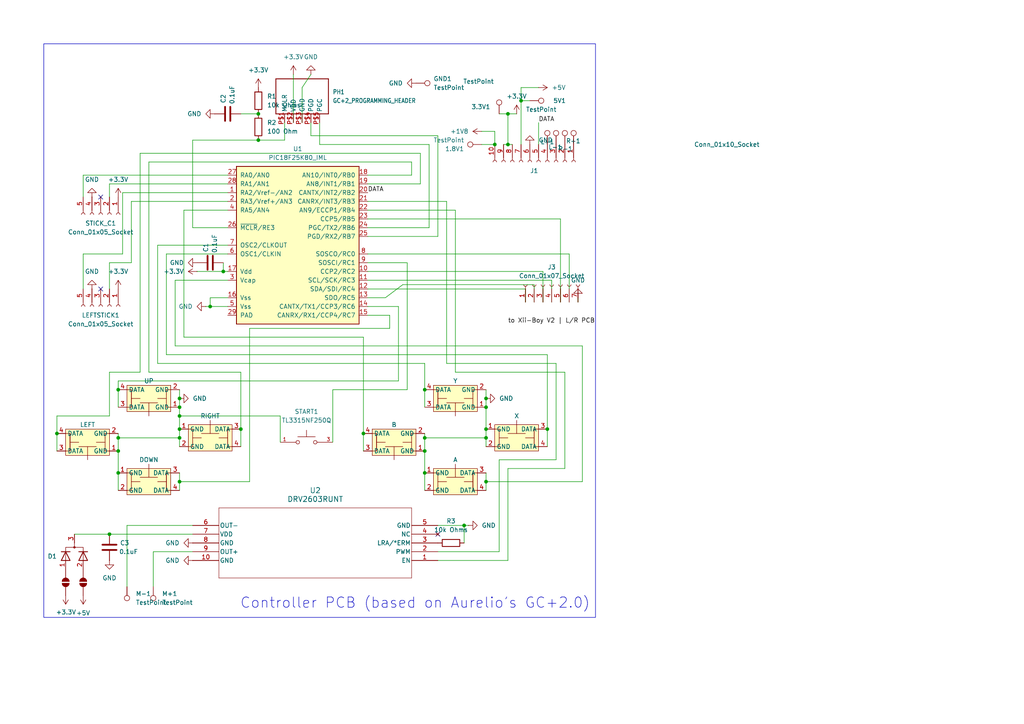
<source format=kicad_sch>
(kicad_sch
	(version 20231120)
	(generator "eeschema")
	(generator_version "8.0")
	(uuid "8340e587-cca1-4423-ba72-395f81444d64")
	(paper "A4")
	(lib_symbols
		(symbol "Connector:Conn_01x05_Socket"
			(pin_names
				(offset 1.016) hide)
			(exclude_from_sim no)
			(in_bom yes)
			(on_board yes)
			(property "Reference" "J"
				(at 0 7.62 0)
				(effects
					(font
						(size 1.27 1.27)
					)
				)
			)
			(property "Value" "Conn_01x05_Socket"
				(at 0 -7.62 0)
				(effects
					(font
						(size 1.27 1.27)
					)
				)
			)
			(property "Footprint" ""
				(at 0 0 0)
				(effects
					(font
						(size 1.27 1.27)
					)
					(hide yes)
				)
			)
			(property "Datasheet" "~"
				(at 0 0 0)
				(effects
					(font
						(size 1.27 1.27)
					)
					(hide yes)
				)
			)
			(property "Description" "Generic connector, single row, 01x05, script generated"
				(at 0 0 0)
				(effects
					(font
						(size 1.27 1.27)
					)
					(hide yes)
				)
			)
			(property "ki_locked" ""
				(at 0 0 0)
				(effects
					(font
						(size 1.27 1.27)
					)
				)
			)
			(property "ki_keywords" "connector"
				(at 0 0 0)
				(effects
					(font
						(size 1.27 1.27)
					)
					(hide yes)
				)
			)
			(property "ki_fp_filters" "Connector*:*_1x??_*"
				(at 0 0 0)
				(effects
					(font
						(size 1.27 1.27)
					)
					(hide yes)
				)
			)
			(symbol "Conn_01x05_Socket_1_1"
				(arc
					(start 0 -4.572)
					(mid -0.5058 -5.08)
					(end 0 -5.588)
					(stroke
						(width 0.1524)
						(type default)
					)
					(fill
						(type none)
					)
				)
				(arc
					(start 0 -2.032)
					(mid -0.5058 -2.54)
					(end 0 -3.048)
					(stroke
						(width 0.1524)
						(type default)
					)
					(fill
						(type none)
					)
				)
				(polyline
					(pts
						(xy -1.27 -5.08) (xy -0.508 -5.08)
					)
					(stroke
						(width 0.1524)
						(type default)
					)
					(fill
						(type none)
					)
				)
				(polyline
					(pts
						(xy -1.27 -2.54) (xy -0.508 -2.54)
					)
					(stroke
						(width 0.1524)
						(type default)
					)
					(fill
						(type none)
					)
				)
				(polyline
					(pts
						(xy -1.27 0) (xy -0.508 0)
					)
					(stroke
						(width 0.1524)
						(type default)
					)
					(fill
						(type none)
					)
				)
				(polyline
					(pts
						(xy -1.27 2.54) (xy -0.508 2.54)
					)
					(stroke
						(width 0.1524)
						(type default)
					)
					(fill
						(type none)
					)
				)
				(polyline
					(pts
						(xy -1.27 5.08) (xy -0.508 5.08)
					)
					(stroke
						(width 0.1524)
						(type default)
					)
					(fill
						(type none)
					)
				)
				(arc
					(start 0 0.508)
					(mid -0.5058 0)
					(end 0 -0.508)
					(stroke
						(width 0.1524)
						(type default)
					)
					(fill
						(type none)
					)
				)
				(arc
					(start 0 3.048)
					(mid -0.5058 2.54)
					(end 0 2.032)
					(stroke
						(width 0.1524)
						(type default)
					)
					(fill
						(type none)
					)
				)
				(arc
					(start 0 5.588)
					(mid -0.5058 5.08)
					(end 0 4.572)
					(stroke
						(width 0.1524)
						(type default)
					)
					(fill
						(type none)
					)
				)
				(pin passive line
					(at -5.08 5.08 0)
					(length 3.81)
					(name "Pin_1"
						(effects
							(font
								(size 1.27 1.27)
							)
						)
					)
					(number "1"
						(effects
							(font
								(size 1.27 1.27)
							)
						)
					)
				)
				(pin passive line
					(at -5.08 2.54 0)
					(length 3.81)
					(name "Pin_2"
						(effects
							(font
								(size 1.27 1.27)
							)
						)
					)
					(number "2"
						(effects
							(font
								(size 1.27 1.27)
							)
						)
					)
				)
				(pin passive line
					(at -5.08 0 0)
					(length 3.81)
					(name "Pin_3"
						(effects
							(font
								(size 1.27 1.27)
							)
						)
					)
					(number "3"
						(effects
							(font
								(size 1.27 1.27)
							)
						)
					)
				)
				(pin passive line
					(at -5.08 -2.54 0)
					(length 3.81)
					(name "Pin_4"
						(effects
							(font
								(size 1.27 1.27)
							)
						)
					)
					(number "4"
						(effects
							(font
								(size 1.27 1.27)
							)
						)
					)
				)
				(pin passive line
					(at -5.08 -5.08 0)
					(length 3.81)
					(name "Pin_5"
						(effects
							(font
								(size 1.27 1.27)
							)
						)
					)
					(number "5"
						(effects
							(font
								(size 1.27 1.27)
							)
						)
					)
				)
			)
		)
		(symbol "Connector:Conn_01x07_Socket"
			(pin_names
				(offset 1.016) hide)
			(exclude_from_sim no)
			(in_bom yes)
			(on_board yes)
			(property "Reference" "J"
				(at 0 10.16 0)
				(effects
					(font
						(size 1.27 1.27)
					)
				)
			)
			(property "Value" "Conn_01x07_Socket"
				(at 0 -10.16 0)
				(effects
					(font
						(size 1.27 1.27)
					)
				)
			)
			(property "Footprint" ""
				(at 0 0 0)
				(effects
					(font
						(size 1.27 1.27)
					)
					(hide yes)
				)
			)
			(property "Datasheet" "~"
				(at 0 0 0)
				(effects
					(font
						(size 1.27 1.27)
					)
					(hide yes)
				)
			)
			(property "Description" "Generic connector, single row, 01x07, script generated"
				(at 0 0 0)
				(effects
					(font
						(size 1.27 1.27)
					)
					(hide yes)
				)
			)
			(property "ki_locked" ""
				(at 0 0 0)
				(effects
					(font
						(size 1.27 1.27)
					)
				)
			)
			(property "ki_keywords" "connector"
				(at 0 0 0)
				(effects
					(font
						(size 1.27 1.27)
					)
					(hide yes)
				)
			)
			(property "ki_fp_filters" "Connector*:*_1x??_*"
				(at 0 0 0)
				(effects
					(font
						(size 1.27 1.27)
					)
					(hide yes)
				)
			)
			(symbol "Conn_01x07_Socket_1_1"
				(arc
					(start 0 -7.112)
					(mid -0.5058 -7.62)
					(end 0 -8.128)
					(stroke
						(width 0.1524)
						(type default)
					)
					(fill
						(type none)
					)
				)
				(arc
					(start 0 -4.572)
					(mid -0.5058 -5.08)
					(end 0 -5.588)
					(stroke
						(width 0.1524)
						(type default)
					)
					(fill
						(type none)
					)
				)
				(arc
					(start 0 -2.032)
					(mid -0.5058 -2.54)
					(end 0 -3.048)
					(stroke
						(width 0.1524)
						(type default)
					)
					(fill
						(type none)
					)
				)
				(polyline
					(pts
						(xy -1.27 -7.62) (xy -0.508 -7.62)
					)
					(stroke
						(width 0.1524)
						(type default)
					)
					(fill
						(type none)
					)
				)
				(polyline
					(pts
						(xy -1.27 -5.08) (xy -0.508 -5.08)
					)
					(stroke
						(width 0.1524)
						(type default)
					)
					(fill
						(type none)
					)
				)
				(polyline
					(pts
						(xy -1.27 -2.54) (xy -0.508 -2.54)
					)
					(stroke
						(width 0.1524)
						(type default)
					)
					(fill
						(type none)
					)
				)
				(polyline
					(pts
						(xy -1.27 0) (xy -0.508 0)
					)
					(stroke
						(width 0.1524)
						(type default)
					)
					(fill
						(type none)
					)
				)
				(polyline
					(pts
						(xy -1.27 2.54) (xy -0.508 2.54)
					)
					(stroke
						(width 0.1524)
						(type default)
					)
					(fill
						(type none)
					)
				)
				(polyline
					(pts
						(xy -1.27 5.08) (xy -0.508 5.08)
					)
					(stroke
						(width 0.1524)
						(type default)
					)
					(fill
						(type none)
					)
				)
				(polyline
					(pts
						(xy -1.27 7.62) (xy -0.508 7.62)
					)
					(stroke
						(width 0.1524)
						(type default)
					)
					(fill
						(type none)
					)
				)
				(arc
					(start 0 0.508)
					(mid -0.5058 0)
					(end 0 -0.508)
					(stroke
						(width 0.1524)
						(type default)
					)
					(fill
						(type none)
					)
				)
				(arc
					(start 0 3.048)
					(mid -0.5058 2.54)
					(end 0 2.032)
					(stroke
						(width 0.1524)
						(type default)
					)
					(fill
						(type none)
					)
				)
				(arc
					(start 0 5.588)
					(mid -0.5058 5.08)
					(end 0 4.572)
					(stroke
						(width 0.1524)
						(type default)
					)
					(fill
						(type none)
					)
				)
				(arc
					(start 0 8.128)
					(mid -0.5058 7.62)
					(end 0 7.112)
					(stroke
						(width 0.1524)
						(type default)
					)
					(fill
						(type none)
					)
				)
				(pin passive line
					(at -5.08 7.62 0)
					(length 3.81)
					(name "Pin_1"
						(effects
							(font
								(size 1.27 1.27)
							)
						)
					)
					(number "1"
						(effects
							(font
								(size 1.27 1.27)
							)
						)
					)
				)
				(pin passive line
					(at -5.08 5.08 0)
					(length 3.81)
					(name "Pin_2"
						(effects
							(font
								(size 1.27 1.27)
							)
						)
					)
					(number "2"
						(effects
							(font
								(size 1.27 1.27)
							)
						)
					)
				)
				(pin passive line
					(at -5.08 2.54 0)
					(length 3.81)
					(name "Pin_3"
						(effects
							(font
								(size 1.27 1.27)
							)
						)
					)
					(number "3"
						(effects
							(font
								(size 1.27 1.27)
							)
						)
					)
				)
				(pin passive line
					(at -5.08 0 0)
					(length 3.81)
					(name "Pin_4"
						(effects
							(font
								(size 1.27 1.27)
							)
						)
					)
					(number "4"
						(effects
							(font
								(size 1.27 1.27)
							)
						)
					)
				)
				(pin passive line
					(at -5.08 -2.54 0)
					(length 3.81)
					(name "Pin_5"
						(effects
							(font
								(size 1.27 1.27)
							)
						)
					)
					(number "5"
						(effects
							(font
								(size 1.27 1.27)
							)
						)
					)
				)
				(pin passive line
					(at -5.08 -5.08 0)
					(length 3.81)
					(name "Pin_6"
						(effects
							(font
								(size 1.27 1.27)
							)
						)
					)
					(number "6"
						(effects
							(font
								(size 1.27 1.27)
							)
						)
					)
				)
				(pin passive line
					(at -5.08 -7.62 0)
					(length 3.81)
					(name "Pin_7"
						(effects
							(font
								(size 1.27 1.27)
							)
						)
					)
					(number "7"
						(effects
							(font
								(size 1.27 1.27)
							)
						)
					)
				)
			)
		)
		(symbol "Connector:Conn_01x10_Socket"
			(pin_names
				(offset 1.016) hide)
			(exclude_from_sim no)
			(in_bom yes)
			(on_board yes)
			(property "Reference" "J"
				(at 0 12.7 0)
				(effects
					(font
						(size 1.27 1.27)
					)
				)
			)
			(property "Value" "Conn_01x10_Socket"
				(at 0 -15.24 0)
				(effects
					(font
						(size 1.27 1.27)
					)
				)
			)
			(property "Footprint" ""
				(at 0 0 0)
				(effects
					(font
						(size 1.27 1.27)
					)
					(hide yes)
				)
			)
			(property "Datasheet" "~"
				(at 0 0 0)
				(effects
					(font
						(size 1.27 1.27)
					)
					(hide yes)
				)
			)
			(property "Description" "Generic connector, single row, 01x10, script generated"
				(at 0 0 0)
				(effects
					(font
						(size 1.27 1.27)
					)
					(hide yes)
				)
			)
			(property "ki_locked" ""
				(at 0 0 0)
				(effects
					(font
						(size 1.27 1.27)
					)
				)
			)
			(property "ki_keywords" "connector"
				(at 0 0 0)
				(effects
					(font
						(size 1.27 1.27)
					)
					(hide yes)
				)
			)
			(property "ki_fp_filters" "Connector*:*_1x??_*"
				(at 0 0 0)
				(effects
					(font
						(size 1.27 1.27)
					)
					(hide yes)
				)
			)
			(symbol "Conn_01x10_Socket_1_1"
				(arc
					(start 0 -12.192)
					(mid -0.5058 -12.7)
					(end 0 -13.208)
					(stroke
						(width 0.1524)
						(type default)
					)
					(fill
						(type none)
					)
				)
				(arc
					(start 0 -9.652)
					(mid -0.5058 -10.16)
					(end 0 -10.668)
					(stroke
						(width 0.1524)
						(type default)
					)
					(fill
						(type none)
					)
				)
				(arc
					(start 0 -7.112)
					(mid -0.5058 -7.62)
					(end 0 -8.128)
					(stroke
						(width 0.1524)
						(type default)
					)
					(fill
						(type none)
					)
				)
				(arc
					(start 0 -4.572)
					(mid -0.5058 -5.08)
					(end 0 -5.588)
					(stroke
						(width 0.1524)
						(type default)
					)
					(fill
						(type none)
					)
				)
				(arc
					(start 0 -2.032)
					(mid -0.5058 -2.54)
					(end 0 -3.048)
					(stroke
						(width 0.1524)
						(type default)
					)
					(fill
						(type none)
					)
				)
				(polyline
					(pts
						(xy -1.27 -12.7) (xy -0.508 -12.7)
					)
					(stroke
						(width 0.1524)
						(type default)
					)
					(fill
						(type none)
					)
				)
				(polyline
					(pts
						(xy -1.27 -10.16) (xy -0.508 -10.16)
					)
					(stroke
						(width 0.1524)
						(type default)
					)
					(fill
						(type none)
					)
				)
				(polyline
					(pts
						(xy -1.27 -7.62) (xy -0.508 -7.62)
					)
					(stroke
						(width 0.1524)
						(type default)
					)
					(fill
						(type none)
					)
				)
				(polyline
					(pts
						(xy -1.27 -5.08) (xy -0.508 -5.08)
					)
					(stroke
						(width 0.1524)
						(type default)
					)
					(fill
						(type none)
					)
				)
				(polyline
					(pts
						(xy -1.27 -2.54) (xy -0.508 -2.54)
					)
					(stroke
						(width 0.1524)
						(type default)
					)
					(fill
						(type none)
					)
				)
				(polyline
					(pts
						(xy -1.27 0) (xy -0.508 0)
					)
					(stroke
						(width 0.1524)
						(type default)
					)
					(fill
						(type none)
					)
				)
				(polyline
					(pts
						(xy -1.27 2.54) (xy -0.508 2.54)
					)
					(stroke
						(width 0.1524)
						(type default)
					)
					(fill
						(type none)
					)
				)
				(polyline
					(pts
						(xy -1.27 5.08) (xy -0.508 5.08)
					)
					(stroke
						(width 0.1524)
						(type default)
					)
					(fill
						(type none)
					)
				)
				(polyline
					(pts
						(xy -1.27 7.62) (xy -0.508 7.62)
					)
					(stroke
						(width 0.1524)
						(type default)
					)
					(fill
						(type none)
					)
				)
				(polyline
					(pts
						(xy -1.27 10.16) (xy -0.508 10.16)
					)
					(stroke
						(width 0.1524)
						(type default)
					)
					(fill
						(type none)
					)
				)
				(arc
					(start 0 0.508)
					(mid -0.5058 0)
					(end 0 -0.508)
					(stroke
						(width 0.1524)
						(type default)
					)
					(fill
						(type none)
					)
				)
				(arc
					(start 0 3.048)
					(mid -0.5058 2.54)
					(end 0 2.032)
					(stroke
						(width 0.1524)
						(type default)
					)
					(fill
						(type none)
					)
				)
				(arc
					(start 0 5.588)
					(mid -0.5058 5.08)
					(end 0 4.572)
					(stroke
						(width 0.1524)
						(type default)
					)
					(fill
						(type none)
					)
				)
				(arc
					(start 0 8.128)
					(mid -0.5058 7.62)
					(end 0 7.112)
					(stroke
						(width 0.1524)
						(type default)
					)
					(fill
						(type none)
					)
				)
				(arc
					(start 0 10.668)
					(mid -0.5058 10.16)
					(end 0 9.652)
					(stroke
						(width 0.1524)
						(type default)
					)
					(fill
						(type none)
					)
				)
				(pin passive line
					(at -5.08 10.16 0)
					(length 3.81)
					(name "Pin_1"
						(effects
							(font
								(size 1.27 1.27)
							)
						)
					)
					(number "1"
						(effects
							(font
								(size 1.27 1.27)
							)
						)
					)
				)
				(pin passive line
					(at -5.08 -12.7 0)
					(length 3.81)
					(name "Pin_10"
						(effects
							(font
								(size 1.27 1.27)
							)
						)
					)
					(number "10"
						(effects
							(font
								(size 1.27 1.27)
							)
						)
					)
				)
				(pin passive line
					(at -5.08 7.62 0)
					(length 3.81)
					(name "Pin_2"
						(effects
							(font
								(size 1.27 1.27)
							)
						)
					)
					(number "2"
						(effects
							(font
								(size 1.27 1.27)
							)
						)
					)
				)
				(pin passive line
					(at -5.08 5.08 0)
					(length 3.81)
					(name "Pin_3"
						(effects
							(font
								(size 1.27 1.27)
							)
						)
					)
					(number "3"
						(effects
							(font
								(size 1.27 1.27)
							)
						)
					)
				)
				(pin passive line
					(at -5.08 2.54 0)
					(length 3.81)
					(name "Pin_4"
						(effects
							(font
								(size 1.27 1.27)
							)
						)
					)
					(number "4"
						(effects
							(font
								(size 1.27 1.27)
							)
						)
					)
				)
				(pin passive line
					(at -5.08 0 0)
					(length 3.81)
					(name "Pin_5"
						(effects
							(font
								(size 1.27 1.27)
							)
						)
					)
					(number "5"
						(effects
							(font
								(size 1.27 1.27)
							)
						)
					)
				)
				(pin passive line
					(at -5.08 -2.54 0)
					(length 3.81)
					(name "Pin_6"
						(effects
							(font
								(size 1.27 1.27)
							)
						)
					)
					(number "6"
						(effects
							(font
								(size 1.27 1.27)
							)
						)
					)
				)
				(pin passive line
					(at -5.08 -5.08 0)
					(length 3.81)
					(name "Pin_7"
						(effects
							(font
								(size 1.27 1.27)
							)
						)
					)
					(number "7"
						(effects
							(font
								(size 1.27 1.27)
							)
						)
					)
				)
				(pin passive line
					(at -5.08 -7.62 0)
					(length 3.81)
					(name "Pin_8"
						(effects
							(font
								(size 1.27 1.27)
							)
						)
					)
					(number "8"
						(effects
							(font
								(size 1.27 1.27)
							)
						)
					)
				)
				(pin passive line
					(at -5.08 -10.16 0)
					(length 3.81)
					(name "Pin_9"
						(effects
							(font
								(size 1.27 1.27)
							)
						)
					)
					(number "9"
						(effects
							(font
								(size 1.27 1.27)
							)
						)
					)
				)
			)
		)
		(symbol "Connector:TestPoint"
			(pin_numbers hide)
			(pin_names
				(offset 0.762) hide)
			(exclude_from_sim no)
			(in_bom yes)
			(on_board yes)
			(property "Reference" "TP"
				(at 0 6.858 0)
				(effects
					(font
						(size 1.27 1.27)
					)
				)
			)
			(property "Value" "TestPoint"
				(at 0 5.08 0)
				(effects
					(font
						(size 1.27 1.27)
					)
				)
			)
			(property "Footprint" ""
				(at 5.08 0 0)
				(effects
					(font
						(size 1.27 1.27)
					)
					(hide yes)
				)
			)
			(property "Datasheet" "~"
				(at 5.08 0 0)
				(effects
					(font
						(size 1.27 1.27)
					)
					(hide yes)
				)
			)
			(property "Description" "test point"
				(at 0 0 0)
				(effects
					(font
						(size 1.27 1.27)
					)
					(hide yes)
				)
			)
			(property "ki_keywords" "test point tp"
				(at 0 0 0)
				(effects
					(font
						(size 1.27 1.27)
					)
					(hide yes)
				)
			)
			(property "ki_fp_filters" "Pin* Test*"
				(at 0 0 0)
				(effects
					(font
						(size 1.27 1.27)
					)
					(hide yes)
				)
			)
			(symbol "TestPoint_0_1"
				(circle
					(center 0 3.302)
					(radius 0.762)
					(stroke
						(width 0)
						(type default)
					)
					(fill
						(type none)
					)
				)
			)
			(symbol "TestPoint_1_1"
				(pin passive line
					(at 0 0 90)
					(length 2.54)
					(name "1"
						(effects
							(font
								(size 1.27 1.27)
							)
						)
					)
					(number "1"
						(effects
							(font
								(size 1.27 1.27)
							)
						)
					)
				)
			)
		)
		(symbol "DRV2603:DRV2603RUNT"
			(pin_names
				(offset 0.254)
			)
			(exclude_from_sim no)
			(in_bom yes)
			(on_board yes)
			(property "Reference" "U"
				(at 35.56 10.16 0)
				(effects
					(font
						(size 1.524 1.524)
					)
				)
			)
			(property "Value" "DRV2603RUNT"
				(at 35.56 7.62 0)
				(effects
					(font
						(size 1.524 1.524)
					)
				)
			)
			(property "Footprint" "RUN10_TEX"
				(at 0 0 0)
				(effects
					(font
						(size 1.27 1.27)
						(italic yes)
					)
					(hide yes)
				)
			)
			(property "Datasheet" "DRV2603RUNT"
				(at 0 0 0)
				(effects
					(font
						(size 1.27 1.27)
						(italic yes)
					)
					(hide yes)
				)
			)
			(property "Description" ""
				(at 0 0 0)
				(effects
					(font
						(size 1.27 1.27)
					)
					(hide yes)
				)
			)
			(property "ki_locked" ""
				(at 0 0 0)
				(effects
					(font
						(size 1.27 1.27)
					)
				)
			)
			(property "ki_keywords" "DRV2603RUNT"
				(at 0 0 0)
				(effects
					(font
						(size 1.27 1.27)
					)
					(hide yes)
				)
			)
			(property "ki_fp_filters" "RUN10_TEX"
				(at 0 0 0)
				(effects
					(font
						(size 1.27 1.27)
					)
					(hide yes)
				)
			)
			(symbol "DRV2603RUNT_0_1"
				(polyline
					(pts
						(xy 7.62 -15.24) (xy 63.5 -15.24)
					)
					(stroke
						(width 0.127)
						(type default)
					)
					(fill
						(type none)
					)
				)
				(polyline
					(pts
						(xy 7.62 5.08) (xy 7.62 -15.24)
					)
					(stroke
						(width 0.127)
						(type default)
					)
					(fill
						(type none)
					)
				)
				(polyline
					(pts
						(xy 63.5 -15.24) (xy 63.5 5.08)
					)
					(stroke
						(width 0.127)
						(type default)
					)
					(fill
						(type none)
					)
				)
				(polyline
					(pts
						(xy 63.5 5.08) (xy 7.62 5.08)
					)
					(stroke
						(width 0.127)
						(type default)
					)
					(fill
						(type none)
					)
				)
				(pin input line
					(at 0 0 0)
					(length 7.62)
					(name "EN"
						(effects
							(font
								(size 1.27 1.27)
							)
						)
					)
					(number "1"
						(effects
							(font
								(size 1.27 1.27)
							)
						)
					)
				)
				(pin power_in line
					(at 71.12 0 180)
					(length 7.62)
					(name "GND"
						(effects
							(font
								(size 1.27 1.27)
							)
						)
					)
					(number "10"
						(effects
							(font
								(size 1.27 1.27)
							)
						)
					)
				)
				(pin input line
					(at 0 -2.54 0)
					(length 7.62)
					(name "PWM"
						(effects
							(font
								(size 1.27 1.27)
							)
						)
					)
					(number "2"
						(effects
							(font
								(size 1.27 1.27)
							)
						)
					)
				)
				(pin input line
					(at 0 -5.08 0)
					(length 7.62)
					(name "LRA/*ERM"
						(effects
							(font
								(size 1.27 1.27)
							)
						)
					)
					(number "3"
						(effects
							(font
								(size 1.27 1.27)
							)
						)
					)
				)
				(pin no_connect line
					(at 0 -7.62 0)
					(length 7.62)
					(name "NC"
						(effects
							(font
								(size 1.27 1.27)
							)
						)
					)
					(number "4"
						(effects
							(font
								(size 1.27 1.27)
							)
						)
					)
				)
				(pin power_in line
					(at 0 -10.16 0)
					(length 7.62)
					(name "GND"
						(effects
							(font
								(size 1.27 1.27)
							)
						)
					)
					(number "5"
						(effects
							(font
								(size 1.27 1.27)
							)
						)
					)
				)
				(pin output line
					(at 71.12 -10.16 180)
					(length 7.62)
					(name "OUT-"
						(effects
							(font
								(size 1.27 1.27)
							)
						)
					)
					(number "6"
						(effects
							(font
								(size 1.27 1.27)
							)
						)
					)
				)
				(pin power_in line
					(at 71.12 -7.62 180)
					(length 7.62)
					(name "VDD"
						(effects
							(font
								(size 1.27 1.27)
							)
						)
					)
					(number "7"
						(effects
							(font
								(size 1.27 1.27)
							)
						)
					)
				)
				(pin power_in line
					(at 71.12 -5.08 180)
					(length 7.62)
					(name "GND"
						(effects
							(font
								(size 1.27 1.27)
							)
						)
					)
					(number "8"
						(effects
							(font
								(size 1.27 1.27)
							)
						)
					)
				)
				(pin output line
					(at 71.12 -2.54 180)
					(length 7.62)
					(name "OUT+"
						(effects
							(font
								(size 1.27 1.27)
							)
						)
					)
					(number "9"
						(effects
							(font
								(size 1.27 1.27)
							)
						)
					)
				)
			)
		)
		(symbol "DSL_pad:DSL_Pad"
			(exclude_from_sim no)
			(in_bom yes)
			(on_board yes)
			(property "Reference" "DSL_Pad"
				(at 0 2.54 0)
				(effects
					(font
						(size 1.27 1.27)
					)
					(hide yes)
				)
			)
			(property "Value" ""
				(at 0 0 0)
				(effects
					(font
						(size 1.27 1.27)
					)
				)
			)
			(property "Footprint" ""
				(at 0 0 0)
				(effects
					(font
						(size 1.27 1.27)
					)
					(hide yes)
				)
			)
			(property "Datasheet" ""
				(at 0 0 0)
				(effects
					(font
						(size 1.27 1.27)
					)
					(hide yes)
				)
			)
			(property "Description" ""
				(at 0 0 0)
				(effects
					(font
						(size 1.27 1.27)
					)
					(hide yes)
				)
			)
			(symbol "DSL_Pad_0_1"
				(polyline
					(pts
						(xy -5.08 7.62) (xy -6.35 7.62)
					)
					(stroke
						(width 0)
						(type default)
					)
					(fill
						(type none)
					)
				)
				(polyline
					(pts
						(xy -5.08 8.89) (xy -5.08 7.62)
					)
					(stroke
						(width 0)
						(type default)
					)
					(fill
						(type none)
					)
				)
				(polyline
					(pts
						(xy -5.08 10.16) (xy -2.54 10.16)
					)
					(stroke
						(width 0)
						(type default)
					)
					(fill
						(type none)
					)
				)
				(polyline
					(pts
						(xy -5.08 12.7) (xy -6.35 12.7)
					)
					(stroke
						(width 0)
						(type default)
					)
					(fill
						(type none)
					)
				)
				(polyline
					(pts
						(xy -5.08 12.7) (xy -5.08 8.89)
					)
					(stroke
						(width 0)
						(type default)
					)
					(fill
						(type none)
					)
				)
				(polyline
					(pts
						(xy -2.54 11.43) (xy 2.54 11.43)
					)
					(stroke
						(width 0)
						(type default)
					)
					(fill
						(type none)
					)
				)
				(polyline
					(pts
						(xy 0 11.43) (xy 0 15.24)
					)
					(stroke
						(width 0)
						(type default)
					)
					(fill
						(type none)
					)
				)
				(polyline
					(pts
						(xy 5.08 8.89) (xy 5.08 7.62)
					)
					(stroke
						(width 0)
						(type default)
					)
					(fill
						(type none)
					)
				)
				(polyline
					(pts
						(xy 5.08 8.89) (xy 5.08 12.7)
					)
					(stroke
						(width 0)
						(type default)
					)
					(fill
						(type none)
					)
				)
				(polyline
					(pts
						(xy 5.08 10.16) (xy 2.54 10.16)
					)
					(stroke
						(width 0)
						(type default)
					)
					(fill
						(type none)
					)
				)
				(polyline
					(pts
						(xy 6.35 12.7) (xy 5.08 12.7) (xy 5.08 7.62) (xy 6.35 7.62)
					)
					(stroke
						(width 0)
						(type default)
					)
					(fill
						(type none)
					)
				)
			)
			(symbol "DSL_Pad_1_1"
				(rectangle
					(start -6.35 13.97)
					(end 6.35 6.35)
					(stroke
						(width 0)
						(type default)
					)
					(fill
						(type background)
					)
				)
				(pin power_in line
					(at -8.89 12.7 0)
					(length 2.54)
					(name "GND"
						(effects
							(font
								(size 1.27 1.27)
							)
						)
					)
					(number "1"
						(effects
							(font
								(size 1.27 1.27)
							)
						)
					)
				)
				(pin power_in line
					(at -8.89 7.62 0)
					(length 2.54)
					(name "GND"
						(effects
							(font
								(size 1.27 1.27)
							)
						)
					)
					(number "2"
						(effects
							(font
								(size 1.27 1.27)
							)
						)
					)
				)
				(pin bidirectional line
					(at 8.89 12.7 180)
					(length 2.54)
					(name "DATA"
						(effects
							(font
								(size 1.27 1.27)
							)
						)
					)
					(number "3"
						(effects
							(font
								(size 1.27 1.27)
							)
						)
					)
				)
				(pin bidirectional line
					(at 8.89 7.62 180)
					(length 2.54)
					(name "DATA"
						(effects
							(font
								(size 1.27 1.27)
							)
						)
					)
					(number "4"
						(effects
							(font
								(size 1.27 1.27)
							)
						)
					)
				)
			)
		)
		(symbol "Device:C"
			(pin_numbers hide)
			(pin_names
				(offset 0.254)
			)
			(exclude_from_sim no)
			(in_bom yes)
			(on_board yes)
			(property "Reference" "C"
				(at 0.635 2.54 0)
				(effects
					(font
						(size 1.27 1.27)
					)
					(justify left)
				)
			)
			(property "Value" "C"
				(at 0.635 -2.54 0)
				(effects
					(font
						(size 1.27 1.27)
					)
					(justify left)
				)
			)
			(property "Footprint" ""
				(at 0.9652 -3.81 0)
				(effects
					(font
						(size 1.27 1.27)
					)
					(hide yes)
				)
			)
			(property "Datasheet" "~"
				(at 0 0 0)
				(effects
					(font
						(size 1.27 1.27)
					)
					(hide yes)
				)
			)
			(property "Description" "Unpolarized capacitor"
				(at 0 0 0)
				(effects
					(font
						(size 1.27 1.27)
					)
					(hide yes)
				)
			)
			(property "ki_keywords" "cap capacitor"
				(at 0 0 0)
				(effects
					(font
						(size 1.27 1.27)
					)
					(hide yes)
				)
			)
			(property "ki_fp_filters" "C_*"
				(at 0 0 0)
				(effects
					(font
						(size 1.27 1.27)
					)
					(hide yes)
				)
			)
			(symbol "C_0_1"
				(polyline
					(pts
						(xy -2.032 -0.762) (xy 2.032 -0.762)
					)
					(stroke
						(width 0.508)
						(type default)
					)
					(fill
						(type none)
					)
				)
				(polyline
					(pts
						(xy -2.032 0.762) (xy 2.032 0.762)
					)
					(stroke
						(width 0.508)
						(type default)
					)
					(fill
						(type none)
					)
				)
			)
			(symbol "C_1_1"
				(pin passive line
					(at 0 3.81 270)
					(length 2.794)
					(name "~"
						(effects
							(font
								(size 1.27 1.27)
							)
						)
					)
					(number "1"
						(effects
							(font
								(size 1.27 1.27)
							)
						)
					)
				)
				(pin passive line
					(at 0 -3.81 90)
					(length 2.794)
					(name "~"
						(effects
							(font
								(size 1.27 1.27)
							)
						)
					)
					(number "2"
						(effects
							(font
								(size 1.27 1.27)
							)
						)
					)
				)
			)
		)
		(symbol "Device:D_Dual_CommonCathode_AAK_Parallel"
			(pin_names
				(offset 0.762) hide)
			(exclude_from_sim no)
			(in_bom yes)
			(on_board yes)
			(property "Reference" "D"
				(at 0 5.08 0)
				(effects
					(font
						(size 1.27 1.27)
					)
				)
			)
			(property "Value" "D_Dual_CommonCathode_AAK_Parallel"
				(at 0 -5.08 0)
				(effects
					(font
						(size 1.27 1.27)
					)
				)
			)
			(property "Footprint" ""
				(at 1.27 0 0)
				(effects
					(font
						(size 1.27 1.27)
					)
					(hide yes)
				)
			)
			(property "Datasheet" "~"
				(at 1.27 0 0)
				(effects
					(font
						(size 1.27 1.27)
					)
					(hide yes)
				)
			)
			(property "Description" "Dual diode, common anode on pin 1"
				(at 0 0 0)
				(effects
					(font
						(size 1.27 1.27)
					)
					(hide yes)
				)
			)
			(property "ki_keywords" "diode"
				(at 0 0 0)
				(effects
					(font
						(size 1.27 1.27)
					)
					(hide yes)
				)
			)
			(symbol "D_Dual_CommonCathode_AAK_Parallel_0_0"
				(polyline
					(pts
						(xy 0 -1.27) (xy 0 -3.81)
					)
					(stroke
						(width 0.254)
						(type default)
					)
					(fill
						(type none)
					)
				)
				(polyline
					(pts
						(xy 0 1.27) (xy 0 3.81)
					)
					(stroke
						(width 0.254)
						(type default)
					)
					(fill
						(type none)
					)
				)
			)
			(symbol "D_Dual_CommonCathode_AAK_Parallel_0_1"
				(polyline
					(pts
						(xy 1.27 0) (xy 2.54 0)
					)
					(stroke
						(width 0)
						(type default)
					)
					(fill
						(type none)
					)
				)
				(polyline
					(pts
						(xy -2.54 -2.54) (xy 1.27 -2.54) (xy 1.27 2.54) (xy -2.54 2.54)
					)
					(stroke
						(width 0)
						(type default)
					)
					(fill
						(type none)
					)
				)
				(polyline
					(pts
						(xy -2.54 -1.27) (xy 0 -2.54) (xy -2.54 -3.81) (xy -2.54 -1.27) (xy -2.54 -1.27) (xy -2.54 -1.27)
					)
					(stroke
						(width 0.254)
						(type default)
					)
					(fill
						(type none)
					)
				)
				(polyline
					(pts
						(xy -2.54 3.81) (xy 0 2.54) (xy -2.54 1.27) (xy -2.54 3.81) (xy -2.54 3.81) (xy -2.54 3.81)
					)
					(stroke
						(width 0.254)
						(type default)
					)
					(fill
						(type none)
					)
				)
				(circle
					(center 1.27 0)
					(radius 0.254)
					(stroke
						(width 0)
						(type default)
					)
					(fill
						(type outline)
					)
				)
				(pin passive line
					(at -5.08 2.54 0)
					(length 2.54)
					(name "K"
						(effects
							(font
								(size 1.27 1.27)
							)
						)
					)
					(number "1"
						(effects
							(font
								(size 1.27 1.27)
							)
						)
					)
				)
				(pin passive line
					(at -5.08 -2.54 0)
					(length 2.54)
					(name "K"
						(effects
							(font
								(size 1.27 1.27)
							)
						)
					)
					(number "2"
						(effects
							(font
								(size 1.27 1.27)
							)
						)
					)
				)
				(pin passive line
					(at 5.08 0 180)
					(length 2.54)
					(name "A"
						(effects
							(font
								(size 1.27 1.27)
							)
						)
					)
					(number "3"
						(effects
							(font
								(size 1.27 1.27)
							)
						)
					)
				)
			)
		)
		(symbol "Device:R"
			(pin_numbers hide)
			(pin_names
				(offset 0)
			)
			(exclude_from_sim no)
			(in_bom yes)
			(on_board yes)
			(property "Reference" "R"
				(at 2.032 0 90)
				(effects
					(font
						(size 1.27 1.27)
					)
				)
			)
			(property "Value" "R"
				(at 0 0 90)
				(effects
					(font
						(size 1.27 1.27)
					)
				)
			)
			(property "Footprint" ""
				(at -1.778 0 90)
				(effects
					(font
						(size 1.27 1.27)
					)
					(hide yes)
				)
			)
			(property "Datasheet" "~"
				(at 0 0 0)
				(effects
					(font
						(size 1.27 1.27)
					)
					(hide yes)
				)
			)
			(property "Description" "Resistor"
				(at 0 0 0)
				(effects
					(font
						(size 1.27 1.27)
					)
					(hide yes)
				)
			)
			(property "ki_keywords" "R res resistor"
				(at 0 0 0)
				(effects
					(font
						(size 1.27 1.27)
					)
					(hide yes)
				)
			)
			(property "ki_fp_filters" "R_*"
				(at 0 0 0)
				(effects
					(font
						(size 1.27 1.27)
					)
					(hide yes)
				)
			)
			(symbol "R_0_1"
				(rectangle
					(start -1.016 -2.54)
					(end 1.016 2.54)
					(stroke
						(width 0.254)
						(type default)
					)
					(fill
						(type none)
					)
				)
			)
			(symbol "R_1_1"
				(pin passive line
					(at 0 3.81 270)
					(length 1.27)
					(name "~"
						(effects
							(font
								(size 1.27 1.27)
							)
						)
					)
					(number "1"
						(effects
							(font
								(size 1.27 1.27)
							)
						)
					)
				)
				(pin passive line
					(at 0 -3.81 90)
					(length 1.27)
					(name "~"
						(effects
							(font
								(size 1.27 1.27)
							)
						)
					)
					(number "2"
						(effects
							(font
								(size 1.27 1.27)
							)
						)
					)
				)
			)
		)
		(symbol "Jumper:SolderJumper_2_Open"
			(pin_numbers hide)
			(pin_names
				(offset 0) hide)
			(exclude_from_sim yes)
			(in_bom no)
			(on_board yes)
			(property "Reference" "JP"
				(at 0 2.032 0)
				(effects
					(font
						(size 1.27 1.27)
					)
				)
			)
			(property "Value" "SolderJumper_2_Open"
				(at 0 -2.54 0)
				(effects
					(font
						(size 1.27 1.27)
					)
				)
			)
			(property "Footprint" ""
				(at 0 0 0)
				(effects
					(font
						(size 1.27 1.27)
					)
					(hide yes)
				)
			)
			(property "Datasheet" "~"
				(at 0 0 0)
				(effects
					(font
						(size 1.27 1.27)
					)
					(hide yes)
				)
			)
			(property "Description" "Solder Jumper, 2-pole, open"
				(at 0 0 0)
				(effects
					(font
						(size 1.27 1.27)
					)
					(hide yes)
				)
			)
			(property "ki_keywords" "solder jumper SPST"
				(at 0 0 0)
				(effects
					(font
						(size 1.27 1.27)
					)
					(hide yes)
				)
			)
			(property "ki_fp_filters" "SolderJumper*Open*"
				(at 0 0 0)
				(effects
					(font
						(size 1.27 1.27)
					)
					(hide yes)
				)
			)
			(symbol "SolderJumper_2_Open_0_1"
				(arc
					(start -0.254 1.016)
					(mid -1.2656 0)
					(end -0.254 -1.016)
					(stroke
						(width 0)
						(type default)
					)
					(fill
						(type none)
					)
				)
				(arc
					(start -0.254 1.016)
					(mid -1.2656 0)
					(end -0.254 -1.016)
					(stroke
						(width 0)
						(type default)
					)
					(fill
						(type outline)
					)
				)
				(polyline
					(pts
						(xy -0.254 1.016) (xy -0.254 -1.016)
					)
					(stroke
						(width 0)
						(type default)
					)
					(fill
						(type none)
					)
				)
				(polyline
					(pts
						(xy 0.254 1.016) (xy 0.254 -1.016)
					)
					(stroke
						(width 0)
						(type default)
					)
					(fill
						(type none)
					)
				)
				(arc
					(start 0.254 -1.016)
					(mid 1.2656 0)
					(end 0.254 1.016)
					(stroke
						(width 0)
						(type default)
					)
					(fill
						(type none)
					)
				)
				(arc
					(start 0.254 -1.016)
					(mid 1.2656 0)
					(end 0.254 1.016)
					(stroke
						(width 0)
						(type default)
					)
					(fill
						(type outline)
					)
				)
			)
			(symbol "SolderJumper_2_Open_1_1"
				(pin passive line
					(at -3.81 0 0)
					(length 2.54)
					(name "A"
						(effects
							(font
								(size 1.27 1.27)
							)
						)
					)
					(number "1"
						(effects
							(font
								(size 1.27 1.27)
							)
						)
					)
				)
				(pin passive line
					(at 3.81 0 180)
					(length 2.54)
					(name "B"
						(effects
							(font
								(size 1.27 1.27)
							)
						)
					)
					(number "2"
						(effects
							(font
								(size 1.27 1.27)
							)
						)
					)
				)
			)
		)
		(symbol "MCU_Microchip_PIC18:PIC18F25K80_IML"
			(pin_names
				(offset 1.016)
			)
			(exclude_from_sim no)
			(in_bom yes)
			(on_board yes)
			(property "Reference" "U"
				(at -17.78 24.13 0)
				(effects
					(font
						(size 1.27 1.27)
					)
					(justify left)
				)
			)
			(property "Value" "PIC18F25K80_IML"
				(at 17.78 24.13 0)
				(effects
					(font
						(size 1.27 1.27)
					)
					(justify right)
				)
			)
			(property "Footprint" "Package_DFN_QFN:QFN-28-1EP_6x6mm_P0.65mm_EP4.25x4.25mm"
				(at 0 -6.35 0)
				(effects
					(font
						(size 1.27 1.27)
					)
					(hide yes)
				)
			)
			(property "Datasheet" "http://ww1.microchip.com/downloads/en/DeviceDoc/39977f.pdf"
				(at 0 -1.27 0)
				(effects
					(font
						(size 1.27 1.27)
					)
					(hide yes)
				)
			)
			(property "Description" "32K Flash, 3.5K RAM, 1K EEPROM PIC18 Microcontroller ADC PWM CAN SPI I2C USART in QFN28 package"
				(at 0 0 0)
				(effects
					(font
						(size 1.27 1.27)
					)
					(hide yes)
				)
			)
			(property "ki_keywords" "microcontroller PIC18 flash ECAN XLP nanoWatt"
				(at 0 0 0)
				(effects
					(font
						(size 1.27 1.27)
					)
					(hide yes)
				)
			)
			(property "ki_fp_filters" "QFN*1EP*6x6mm*P0.65mm*"
				(at 0 0 0)
				(effects
					(font
						(size 1.27 1.27)
					)
					(hide yes)
				)
			)
			(symbol "PIC18F25K80_IML_0_1"
				(rectangle
					(start -17.78 22.86)
					(end 17.78 -22.86)
					(stroke
						(width 0.254)
						(type default)
					)
					(fill
						(type background)
					)
				)
			)
			(symbol "PIC18F25K80_IML_1_1"
				(pin bidirectional line
					(at -20.32 15.24 0)
					(length 2.54)
					(name "RA2/Vref-/AN2"
						(effects
							(font
								(size 1.27 1.27)
							)
						)
					)
					(number "1"
						(effects
							(font
								(size 1.27 1.27)
							)
						)
					)
				)
				(pin bidirectional line
					(at 20.32 -7.62 180)
					(length 2.54)
					(name "CCP2/RC2"
						(effects
							(font
								(size 1.27 1.27)
							)
						)
					)
					(number "10"
						(effects
							(font
								(size 1.27 1.27)
							)
						)
					)
				)
				(pin bidirectional line
					(at 20.32 -10.16 180)
					(length 2.54)
					(name "SCL/SCK/RC3"
						(effects
							(font
								(size 1.27 1.27)
							)
						)
					)
					(number "11"
						(effects
							(font
								(size 1.27 1.27)
							)
						)
					)
				)
				(pin bidirectional line
					(at 20.32 -12.7 180)
					(length 2.54)
					(name "SDA/SDI/RC4"
						(effects
							(font
								(size 1.27 1.27)
							)
						)
					)
					(number "12"
						(effects
							(font
								(size 1.27 1.27)
							)
						)
					)
				)
				(pin bidirectional line
					(at 20.32 -15.24 180)
					(length 2.54)
					(name "SDO/RC5"
						(effects
							(font
								(size 1.27 1.27)
							)
						)
					)
					(number "13"
						(effects
							(font
								(size 1.27 1.27)
							)
						)
					)
				)
				(pin bidirectional line
					(at 20.32 -17.78 180)
					(length 2.54)
					(name "CANTX/TX1/CCP3/RC6"
						(effects
							(font
								(size 1.27 1.27)
							)
						)
					)
					(number "14"
						(effects
							(font
								(size 1.27 1.27)
							)
						)
					)
				)
				(pin bidirectional line
					(at 20.32 -20.32 180)
					(length 2.54)
					(name "CANRX/RX1/CCP4/RC7"
						(effects
							(font
								(size 1.27 1.27)
							)
						)
					)
					(number "15"
						(effects
							(font
								(size 1.27 1.27)
							)
						)
					)
				)
				(pin power_in line
					(at -20.32 -15.24 0)
					(length 2.54)
					(name "Vss"
						(effects
							(font
								(size 1.27 1.27)
							)
						)
					)
					(number "16"
						(effects
							(font
								(size 1.27 1.27)
							)
						)
					)
				)
				(pin power_in line
					(at -20.32 -7.62 0)
					(length 2.54)
					(name "Vdd"
						(effects
							(font
								(size 1.27 1.27)
							)
						)
					)
					(number "17"
						(effects
							(font
								(size 1.27 1.27)
							)
						)
					)
				)
				(pin bidirectional line
					(at 20.32 20.32 180)
					(length 2.54)
					(name "AN10/INT0/RB0"
						(effects
							(font
								(size 1.27 1.27)
							)
						)
					)
					(number "18"
						(effects
							(font
								(size 1.27 1.27)
							)
						)
					)
				)
				(pin bidirectional line
					(at 20.32 17.78 180)
					(length 2.54)
					(name "AN8/INT1/RB1"
						(effects
							(font
								(size 1.27 1.27)
							)
						)
					)
					(number "19"
						(effects
							(font
								(size 1.27 1.27)
							)
						)
					)
				)
				(pin bidirectional line
					(at -20.32 12.7 0)
					(length 2.54)
					(name "RA3/Vref+/AN3"
						(effects
							(font
								(size 1.27 1.27)
							)
						)
					)
					(number "2"
						(effects
							(font
								(size 1.27 1.27)
							)
						)
					)
				)
				(pin bidirectional line
					(at 20.32 15.24 180)
					(length 2.54)
					(name "CANTX/INT2/RB2"
						(effects
							(font
								(size 1.27 1.27)
							)
						)
					)
					(number "20"
						(effects
							(font
								(size 1.27 1.27)
							)
						)
					)
				)
				(pin bidirectional line
					(at 20.32 12.7 180)
					(length 2.54)
					(name "CANRX/INT3/RB3"
						(effects
							(font
								(size 1.27 1.27)
							)
						)
					)
					(number "21"
						(effects
							(font
								(size 1.27 1.27)
							)
						)
					)
				)
				(pin bidirectional line
					(at 20.32 10.16 180)
					(length 2.54)
					(name "AN9/ECCP1/RB4"
						(effects
							(font
								(size 1.27 1.27)
							)
						)
					)
					(number "22"
						(effects
							(font
								(size 1.27 1.27)
							)
						)
					)
				)
				(pin bidirectional line
					(at 20.32 7.62 180)
					(length 2.54)
					(name "CCP5/RB5"
						(effects
							(font
								(size 1.27 1.27)
							)
						)
					)
					(number "23"
						(effects
							(font
								(size 1.27 1.27)
							)
						)
					)
				)
				(pin bidirectional line
					(at 20.32 5.08 180)
					(length 2.54)
					(name "PGC/TX2/RB6"
						(effects
							(font
								(size 1.27 1.27)
							)
						)
					)
					(number "24"
						(effects
							(font
								(size 1.27 1.27)
							)
						)
					)
				)
				(pin bidirectional line
					(at 20.32 2.54 180)
					(length 2.54)
					(name "PGD/RX2/RB7"
						(effects
							(font
								(size 1.27 1.27)
							)
						)
					)
					(number "25"
						(effects
							(font
								(size 1.27 1.27)
							)
						)
					)
				)
				(pin bidirectional line
					(at -20.32 5.08 0)
					(length 2.54)
					(name "~{MCLR}/RE3"
						(effects
							(font
								(size 1.27 1.27)
							)
						)
					)
					(number "26"
						(effects
							(font
								(size 1.27 1.27)
							)
						)
					)
				)
				(pin bidirectional line
					(at -20.32 20.32 0)
					(length 2.54)
					(name "RA0/AN0"
						(effects
							(font
								(size 1.27 1.27)
							)
						)
					)
					(number "27"
						(effects
							(font
								(size 1.27 1.27)
							)
						)
					)
				)
				(pin bidirectional line
					(at -20.32 17.78 0)
					(length 2.54)
					(name "RA1/AN1"
						(effects
							(font
								(size 1.27 1.27)
							)
						)
					)
					(number "28"
						(effects
							(font
								(size 1.27 1.27)
							)
						)
					)
				)
				(pin power_in line
					(at -20.32 -20.32 0)
					(length 2.54)
					(name "PAD"
						(effects
							(font
								(size 1.27 1.27)
							)
						)
					)
					(number "29"
						(effects
							(font
								(size 1.27 1.27)
							)
						)
					)
				)
				(pin power_in line
					(at -20.32 -10.16 0)
					(length 2.54)
					(name "Vcap"
						(effects
							(font
								(size 1.27 1.27)
							)
						)
					)
					(number "3"
						(effects
							(font
								(size 1.27 1.27)
							)
						)
					)
				)
				(pin bidirectional line
					(at -20.32 10.16 0)
					(length 2.54)
					(name "RA5/AN4"
						(effects
							(font
								(size 1.27 1.27)
							)
						)
					)
					(number "4"
						(effects
							(font
								(size 1.27 1.27)
							)
						)
					)
				)
				(pin power_in line
					(at -20.32 -17.78 0)
					(length 2.54)
					(name "Vss"
						(effects
							(font
								(size 1.27 1.27)
							)
						)
					)
					(number "5"
						(effects
							(font
								(size 1.27 1.27)
							)
						)
					)
				)
				(pin input line
					(at -20.32 -2.54 0)
					(length 2.54)
					(name "OSC1/CLKIN"
						(effects
							(font
								(size 1.27 1.27)
							)
						)
					)
					(number "6"
						(effects
							(font
								(size 1.27 1.27)
							)
						)
					)
				)
				(pin input line
					(at -20.32 0 0)
					(length 2.54)
					(name "OSC2/CLKOUT"
						(effects
							(font
								(size 1.27 1.27)
							)
						)
					)
					(number "7"
						(effects
							(font
								(size 1.27 1.27)
							)
						)
					)
				)
				(pin bidirectional line
					(at 20.32 -2.54 180)
					(length 2.54)
					(name "SOSCO/RC0"
						(effects
							(font
								(size 1.27 1.27)
							)
						)
					)
					(number "8"
						(effects
							(font
								(size 1.27 1.27)
							)
						)
					)
				)
				(pin bidirectional line
					(at 20.32 -5.08 180)
					(length 2.54)
					(name "SOSCI/RC1"
						(effects
							(font
								(size 1.27 1.27)
							)
						)
					)
					(number "9"
						(effects
							(font
								(size 1.27 1.27)
							)
						)
					)
				)
			)
		)
		(symbol "TL3315NF250Q:TL3315NF250Q"
			(pin_names
				(offset 1.016)
			)
			(exclude_from_sim no)
			(in_bom yes)
			(on_board yes)
			(property "Reference" "S"
				(at -7.62 5.08 0)
				(effects
					(font
						(size 1.27 1.27)
					)
					(justify left bottom)
				)
			)
			(property "Value" "TL3315NF250Q"
				(at -7.62 -5.08 0)
				(effects
					(font
						(size 1.27 1.27)
					)
					(justify left bottom)
				)
			)
			(property "Footprint" "TL3315NF250Q:SW_TL3315NF250Q"
				(at 0 0 0)
				(effects
					(font
						(size 1.27 1.27)
					)
					(justify bottom)
					(hide yes)
				)
			)
			(property "Datasheet" ""
				(at 0 0 0)
				(effects
					(font
						(size 1.27 1.27)
					)
					(hide yes)
				)
			)
			(property "Description" ""
				(at 0 0 0)
				(effects
					(font
						(size 1.27 1.27)
					)
					(hide yes)
				)
			)
			(property "MF" "E-Switch"
				(at 0 0 0)
				(effects
					(font
						(size 1.27 1.27)
					)
					(justify bottom)
					(hide yes)
				)
			)
			(property "Description_1" "Tactile Switch SPST-NO Top Actuated Surface Mount"
				(at 0 0 0)
				(effects
					(font
						(size 1.27 1.27)
					)
					(justify bottom)
					(hide yes)
				)
			)
			(property "Package" "None"
				(at 0 0 0)
				(effects
					(font
						(size 1.27 1.27)
					)
					(justify bottom)
					(hide yes)
				)
			)
			(property "Price" "None"
				(at 0 0 0)
				(effects
					(font
						(size 1.27 1.27)
					)
					(justify bottom)
					(hide yes)
				)
			)
			(property "MP" "TL3315NF250Q"
				(at 0 0 0)
				(effects
					(font
						(size 1.27 1.27)
					)
					(justify bottom)
					(hide yes)
				)
			)
			(property "Availability" "In Stock"
				(at 0 0 0)
				(effects
					(font
						(size 1.27 1.27)
					)
					(justify bottom)
					(hide yes)
				)
			)
			(property "Purchase-URL" "https://pricing.snapeda.com/search/part/TL3315NF250Q/?ref=eda"
				(at 0 0 0)
				(effects
					(font
						(size 1.27 1.27)
					)
					(justify bottom)
					(hide yes)
				)
			)
			(symbol "TL3315NF250Q_0_0"
				(circle
					(center -2.54 0)
					(radius 0.508)
					(stroke
						(width 0.1524)
						(type default)
					)
					(fill
						(type none)
					)
				)
				(polyline
					(pts
						(xy -5.08 0) (xy -3.048 0)
					)
					(stroke
						(width 0.1524)
						(type default)
					)
					(fill
						(type none)
					)
				)
				(polyline
					(pts
						(xy -2.54 1.5875) (xy 0 1.5875)
					)
					(stroke
						(width 0.1524)
						(type default)
					)
					(fill
						(type none)
					)
				)
				(polyline
					(pts
						(xy 0 1.5875) (xy 0 3.4925)
					)
					(stroke
						(width 0.1524)
						(type default)
					)
					(fill
						(type none)
					)
				)
				(polyline
					(pts
						(xy 0 1.5875) (xy 2.54 1.5875)
					)
					(stroke
						(width 0.1524)
						(type default)
					)
					(fill
						(type none)
					)
				)
				(polyline
					(pts
						(xy 5.08 0) (xy 3.048 0)
					)
					(stroke
						(width 0.1524)
						(type default)
					)
					(fill
						(type none)
					)
				)
				(circle
					(center 2.54 0)
					(radius 0.508)
					(stroke
						(width 0.1524)
						(type default)
					)
					(fill
						(type none)
					)
				)
				(pin passive line
					(at -7.62 0 0)
					(length 2.54)
					(name "~"
						(effects
							(font
								(size 1.016 1.016)
							)
						)
					)
					(number "1"
						(effects
							(font
								(size 1.016 1.016)
							)
						)
					)
				)
				(pin passive line
					(at 7.62 0 180)
					(length 2.54)
					(name "~"
						(effects
							(font
								(size 1.016 1.016)
							)
						)
					)
					(number "3"
						(effects
							(font
								(size 1.016 1.016)
							)
						)
					)
				)
			)
		)
		(symbol "power:+1V8"
			(power)
			(pin_numbers hide)
			(pin_names
				(offset 0) hide)
			(exclude_from_sim no)
			(in_bom yes)
			(on_board yes)
			(property "Reference" "#PWR"
				(at 0 -3.81 0)
				(effects
					(font
						(size 1.27 1.27)
					)
					(hide yes)
				)
			)
			(property "Value" "+1V8"
				(at 0 3.556 0)
				(effects
					(font
						(size 1.27 1.27)
					)
				)
			)
			(property "Footprint" ""
				(at 0 0 0)
				(effects
					(font
						(size 1.27 1.27)
					)
					(hide yes)
				)
			)
			(property "Datasheet" ""
				(at 0 0 0)
				(effects
					(font
						(size 1.27 1.27)
					)
					(hide yes)
				)
			)
			(property "Description" "Power symbol creates a global label with name \"+1V8\""
				(at 0 0 0)
				(effects
					(font
						(size 1.27 1.27)
					)
					(hide yes)
				)
			)
			(property "ki_keywords" "global power"
				(at 0 0 0)
				(effects
					(font
						(size 1.27 1.27)
					)
					(hide yes)
				)
			)
			(symbol "+1V8_0_1"
				(polyline
					(pts
						(xy -0.762 1.27) (xy 0 2.54)
					)
					(stroke
						(width 0)
						(type default)
					)
					(fill
						(type none)
					)
				)
				(polyline
					(pts
						(xy 0 0) (xy 0 2.54)
					)
					(stroke
						(width 0)
						(type default)
					)
					(fill
						(type none)
					)
				)
				(polyline
					(pts
						(xy 0 2.54) (xy 0.762 1.27)
					)
					(stroke
						(width 0)
						(type default)
					)
					(fill
						(type none)
					)
				)
			)
			(symbol "+1V8_1_1"
				(pin power_in line
					(at 0 0 90)
					(length 0)
					(name "~"
						(effects
							(font
								(size 1.27 1.27)
							)
						)
					)
					(number "1"
						(effects
							(font
								(size 1.27 1.27)
							)
						)
					)
				)
			)
		)
		(symbol "power:+3.3V"
			(power)
			(pin_numbers hide)
			(pin_names
				(offset 0) hide)
			(exclude_from_sim no)
			(in_bom yes)
			(on_board yes)
			(property "Reference" "#PWR"
				(at 0 -3.81 0)
				(effects
					(font
						(size 1.27 1.27)
					)
					(hide yes)
				)
			)
			(property "Value" "+3.3V"
				(at 0 3.556 0)
				(effects
					(font
						(size 1.27 1.27)
					)
				)
			)
			(property "Footprint" ""
				(at 0 0 0)
				(effects
					(font
						(size 1.27 1.27)
					)
					(hide yes)
				)
			)
			(property "Datasheet" ""
				(at 0 0 0)
				(effects
					(font
						(size 1.27 1.27)
					)
					(hide yes)
				)
			)
			(property "Description" "Power symbol creates a global label with name \"+3.3V\""
				(at 0 0 0)
				(effects
					(font
						(size 1.27 1.27)
					)
					(hide yes)
				)
			)
			(property "ki_keywords" "global power"
				(at 0 0 0)
				(effects
					(font
						(size 1.27 1.27)
					)
					(hide yes)
				)
			)
			(symbol "+3.3V_0_1"
				(polyline
					(pts
						(xy -0.762 1.27) (xy 0 2.54)
					)
					(stroke
						(width 0)
						(type default)
					)
					(fill
						(type none)
					)
				)
				(polyline
					(pts
						(xy 0 0) (xy 0 2.54)
					)
					(stroke
						(width 0)
						(type default)
					)
					(fill
						(type none)
					)
				)
				(polyline
					(pts
						(xy 0 2.54) (xy 0.762 1.27)
					)
					(stroke
						(width 0)
						(type default)
					)
					(fill
						(type none)
					)
				)
			)
			(symbol "+3.3V_1_1"
				(pin power_in line
					(at 0 0 90)
					(length 0)
					(name "~"
						(effects
							(font
								(size 1.27 1.27)
							)
						)
					)
					(number "1"
						(effects
							(font
								(size 1.27 1.27)
							)
						)
					)
				)
			)
		)
		(symbol "power:+5V"
			(power)
			(pin_numbers hide)
			(pin_names
				(offset 0) hide)
			(exclude_from_sim no)
			(in_bom yes)
			(on_board yes)
			(property "Reference" "#PWR"
				(at 0 -3.81 0)
				(effects
					(font
						(size 1.27 1.27)
					)
					(hide yes)
				)
			)
			(property "Value" "+5V"
				(at 0 3.556 0)
				(effects
					(font
						(size 1.27 1.27)
					)
				)
			)
			(property "Footprint" ""
				(at 0 0 0)
				(effects
					(font
						(size 1.27 1.27)
					)
					(hide yes)
				)
			)
			(property "Datasheet" ""
				(at 0 0 0)
				(effects
					(font
						(size 1.27 1.27)
					)
					(hide yes)
				)
			)
			(property "Description" "Power symbol creates a global label with name \"+5V\""
				(at 0 0 0)
				(effects
					(font
						(size 1.27 1.27)
					)
					(hide yes)
				)
			)
			(property "ki_keywords" "global power"
				(at 0 0 0)
				(effects
					(font
						(size 1.27 1.27)
					)
					(hide yes)
				)
			)
			(symbol "+5V_0_1"
				(polyline
					(pts
						(xy -0.762 1.27) (xy 0 2.54)
					)
					(stroke
						(width 0)
						(type default)
					)
					(fill
						(type none)
					)
				)
				(polyline
					(pts
						(xy 0 0) (xy 0 2.54)
					)
					(stroke
						(width 0)
						(type default)
					)
					(fill
						(type none)
					)
				)
				(polyline
					(pts
						(xy 0 2.54) (xy 0.762 1.27)
					)
					(stroke
						(width 0)
						(type default)
					)
					(fill
						(type none)
					)
				)
			)
			(symbol "+5V_1_1"
				(pin power_in line
					(at 0 0 90)
					(length 0)
					(name "~"
						(effects
							(font
								(size 1.27 1.27)
							)
						)
					)
					(number "1"
						(effects
							(font
								(size 1.27 1.27)
							)
						)
					)
				)
			)
		)
		(symbol "power:GND"
			(power)
			(pin_numbers hide)
			(pin_names
				(offset 0) hide)
			(exclude_from_sim no)
			(in_bom yes)
			(on_board yes)
			(property "Reference" "#PWR"
				(at 0 -6.35 0)
				(effects
					(font
						(size 1.27 1.27)
					)
					(hide yes)
				)
			)
			(property "Value" "GND"
				(at 0 -3.81 0)
				(effects
					(font
						(size 1.27 1.27)
					)
				)
			)
			(property "Footprint" ""
				(at 0 0 0)
				(effects
					(font
						(size 1.27 1.27)
					)
					(hide yes)
				)
			)
			(property "Datasheet" ""
				(at 0 0 0)
				(effects
					(font
						(size 1.27 1.27)
					)
					(hide yes)
				)
			)
			(property "Description" "Power symbol creates a global label with name \"GND\" , ground"
				(at 0 0 0)
				(effects
					(font
						(size 1.27 1.27)
					)
					(hide yes)
				)
			)
			(property "ki_keywords" "global power"
				(at 0 0 0)
				(effects
					(font
						(size 1.27 1.27)
					)
					(hide yes)
				)
			)
			(symbol "GND_0_1"
				(polyline
					(pts
						(xy 0 0) (xy 0 -1.27) (xy 1.27 -1.27) (xy 0 -2.54) (xy -1.27 -1.27) (xy 0 -1.27)
					)
					(stroke
						(width 0)
						(type default)
					)
					(fill
						(type none)
					)
				)
			)
			(symbol "GND_1_1"
				(pin power_in line
					(at 0 0 270)
					(length 0)
					(name "~"
						(effects
							(font
								(size 1.27 1.27)
							)
						)
					)
					(number "1"
						(effects
							(font
								(size 1.27 1.27)
							)
						)
					)
				)
			)
		)
		(symbol "programming_header:GC+2_PROGRAMMING_HEADER"
			(exclude_from_sim no)
			(in_bom yes)
			(on_board yes)
			(property "Reference" "PH1"
				(at -2.54 -10.16 0)
				(effects
					(font
						(size 1.27 1.0795)
					)
					(justify left bottom)
				)
			)
			(property "Value" "GC+2_PROGRAMMING_HEADER"
				(at -2.54 10.16 0)
				(effects
					(font
						(size 1.27 1.0795)
					)
					(justify left top)
				)
			)
			(property "Footprint" "gcplus2.0(1):GC+2_PROGRAMMING_HEADER"
				(at 0 0 0)
				(effects
					(font
						(size 1.27 1.27)
					)
					(hide yes)
				)
			)
			(property "Datasheet" ""
				(at 0 0 0)
				(effects
					(font
						(size 1.27 1.27)
					)
					(hide yes)
				)
			)
			(property "Description" ""
				(at 0 0 0)
				(effects
					(font
						(size 1.27 1.27)
					)
					(hide yes)
				)
			)
			(property "ki_locked" ""
				(at 0 0 0)
				(effects
					(font
						(size 1.27 1.27)
					)
				)
			)
			(symbol "GC+2_PROGRAMMING_HEADER_1_0"
				(polyline
					(pts
						(xy -2.54 -7.62) (xy -2.54 7.62)
					)
					(stroke
						(width 0.254)
						(type solid)
					)
					(fill
						(type none)
					)
				)
				(polyline
					(pts
						(xy -2.54 7.62) (xy 7.62 7.62)
					)
					(stroke
						(width 0.254)
						(type solid)
					)
					(fill
						(type none)
					)
				)
				(polyline
					(pts
						(xy 7.62 -7.62) (xy -2.54 -7.62)
					)
					(stroke
						(width 0.254)
						(type solid)
					)
					(fill
						(type none)
					)
				)
				(polyline
					(pts
						(xy 7.62 7.62) (xy 7.62 -7.62)
					)
					(stroke
						(width 0.254)
						(type solid)
					)
					(fill
						(type none)
					)
				)
				(pin bidirectional line
					(at -5.08 5.08 0)
					(length 2.54)
					(name "MCLR"
						(effects
							(font
								(size 1.27 1.27)
							)
						)
					)
					(number "P$1"
						(effects
							(font
								(size 1.27 1.27)
							)
						)
					)
				)
				(pin bidirectional line
					(at -5.08 2.54 0)
					(length 2.54)
					(name "VDD"
						(effects
							(font
								(size 1.27 1.27)
							)
						)
					)
					(number "P$2"
						(effects
							(font
								(size 1.27 1.27)
							)
						)
					)
				)
				(pin bidirectional line
					(at -5.08 0 0)
					(length 2.54)
					(name "GND"
						(effects
							(font
								(size 1.27 1.27)
							)
						)
					)
					(number "P$3"
						(effects
							(font
								(size 1.27 1.27)
							)
						)
					)
				)
				(pin bidirectional line
					(at -5.08 -2.54 0)
					(length 2.54)
					(name "PGD"
						(effects
							(font
								(size 1.27 1.27)
							)
						)
					)
					(number "P$4"
						(effects
							(font
								(size 1.27 1.27)
							)
						)
					)
				)
				(pin bidirectional line
					(at -5.08 -5.08 0)
					(length 2.54)
					(name "PGC"
						(effects
							(font
								(size 1.27 1.27)
							)
						)
					)
					(number "P$5"
						(effects
							(font
								(size 1.27 1.27)
							)
						)
					)
				)
			)
		)
	)
	(junction
		(at 74.93 40.64)
		(diameter 0)
		(color 0 0 0 0)
		(uuid "01e558f0-5667-4576-b608-7202a50945f9")
	)
	(junction
		(at 34.29 113.03)
		(diameter 0)
		(color 0 0 0 0)
		(uuid "0a09b53d-43a6-4edd-ba14-3c702013de5c")
	)
	(junction
		(at 134.62 152.4)
		(diameter 0)
		(color 0 0 0 0)
		(uuid "1912378c-6365-45ec-84e6-74f03ab4d1f2")
	)
	(junction
		(at 52.07 118.11)
		(diameter 0)
		(color 0 0 0 0)
		(uuid "23baa115-eebc-458d-846d-eb8a08bfb634")
	)
	(junction
		(at 123.19 113.03)
		(diameter 0)
		(color 0 0 0 0)
		(uuid "2b039a03-cacb-4f84-8edf-ca324ca8e0af")
	)
	(junction
		(at 34.29 137.16)
		(diameter 0)
		(color 0 0 0 0)
		(uuid "2e580e75-95e2-4dbd-bfa1-888fa4a851d5")
	)
	(junction
		(at 123.19 130.81)
		(diameter 0)
		(color 0 0 0 0)
		(uuid "356b51e4-629f-4f8f-ab7f-b23cc7931492")
	)
	(junction
		(at 140.97 124.46)
		(diameter 0)
		(color 0 0 0 0)
		(uuid "484cd81f-81d8-417d-9f96-8b8181a4107a")
	)
	(junction
		(at 105.41 125.73)
		(diameter 0)
		(color 0 0 0 0)
		(uuid "5788ce7b-0054-43be-bb3b-7163530038e5")
	)
	(junction
		(at 140.97 115.57)
		(diameter 0)
		(color 0 0 0 0)
		(uuid "59593851-8448-4f6b-bf1a-24b0cb04e34c")
	)
	(junction
		(at 158.75 124.46)
		(diameter 0)
		(color 0 0 0 0)
		(uuid "5971e9bd-2a56-4bdf-a79c-92c72020fdeb")
	)
	(junction
		(at 52.07 120.65)
		(diameter 0)
		(color 0 0 0 0)
		(uuid "5adacf2c-e052-4ea7-aa27-177d0794a501")
	)
	(junction
		(at 147.32 41.91)
		(diameter 0)
		(color 0 0 0 0)
		(uuid "5f28157c-be03-4036-a9c1-e51ff2ac07d1")
	)
	(junction
		(at 34.29 130.81)
		(diameter 0)
		(color 0 0 0 0)
		(uuid "63fbd3d2-bc62-46ad-9b67-215ee5316308")
	)
	(junction
		(at 151.13 29.21)
		(diameter 0)
		(color 0 0 0 0)
		(uuid "65e8533d-4ff1-444f-b140-1b60b9040432")
	)
	(junction
		(at 123.19 127)
		(diameter 0)
		(color 0 0 0 0)
		(uuid "70618f7e-2af2-4216-8e66-36696802e548")
	)
	(junction
		(at 52.07 115.57)
		(diameter 0)
		(color 0 0 0 0)
		(uuid "715227b0-f008-418b-bfd1-d8739d877e87")
	)
	(junction
		(at 52.07 139.7)
		(diameter 0)
		(color 0 0 0 0)
		(uuid "7165c680-3002-47bc-82f6-a60850077236")
	)
	(junction
		(at 140.97 127)
		(diameter 0)
		(color 0 0 0 0)
		(uuid "77d0392b-027e-45ac-8636-4fff71a84e02")
	)
	(junction
		(at 60.96 88.9)
		(diameter 0)
		(color 0 0 0 0)
		(uuid "8941fd69-325a-410d-8a6c-fdf8571947ed")
	)
	(junction
		(at 52.07 127)
		(diameter 0)
		(color 0 0 0 0)
		(uuid "90723344-278a-4636-89c3-a43dbad9bfde")
	)
	(junction
		(at 64.77 78.74)
		(diameter 0)
		(color 0 0 0 0)
		(uuid "9161d152-6122-4d86-ba48-e255778444eb")
	)
	(junction
		(at 143.51 41.91)
		(diameter 0)
		(color 0 0 0 0)
		(uuid "9fc86e06-d2b2-4784-8ec0-7239e10550ab")
	)
	(junction
		(at 140.97 118.11)
		(diameter 0)
		(color 0 0 0 0)
		(uuid "a473719f-ddd2-4273-9df5-fb74afdf9fc2")
	)
	(junction
		(at 123.19 137.16)
		(diameter 0)
		(color 0 0 0 0)
		(uuid "ad8615e7-5b05-4612-ada3-f024bebd3965")
	)
	(junction
		(at 16.51 125.73)
		(diameter 0)
		(color 0 0 0 0)
		(uuid "c3f30731-95ae-4df0-b449-4d2d6b9add53")
	)
	(junction
		(at 31.75 154.94)
		(diameter 0)
		(color 0 0 0 0)
		(uuid "c43b2ab4-96cc-4d5d-8aa4-b2132af41e6e")
	)
	(junction
		(at 34.29 127)
		(diameter 0)
		(color 0 0 0 0)
		(uuid "c4b99e19-0f16-4fe5-b99a-c5b2f490e7fa")
	)
	(junction
		(at 69.85 124.46)
		(diameter 0)
		(color 0 0 0 0)
		(uuid "c6559471-a4b2-4f69-8bde-3fe18704c4b9")
	)
	(junction
		(at 52.07 124.46)
		(diameter 0)
		(color 0 0 0 0)
		(uuid "d7eca0d7-5223-47d3-8578-b3dc9cbea8b4")
	)
	(junction
		(at 140.97 139.7)
		(diameter 0)
		(color 0 0 0 0)
		(uuid "e88694a6-36be-41c5-b986-94e6e371d25d")
	)
	(junction
		(at 147.32 33.02)
		(diameter 0)
		(color 0 0 0 0)
		(uuid "f6da93d0-cf88-4f74-a9e7-5f9451ea6f4b")
	)
	(junction
		(at 74.93 33.02)
		(diameter 0)
		(color 0 0 0 0)
		(uuid "fc14df8c-686e-40e6-ba40-44649fb4ee47")
	)
	(no_connect
		(at 29.21 57.15)
		(uuid "4ee5e5ec-5b05-4a9a-8d4d-31c8a00e26d6")
	)
	(no_connect
		(at 29.21 83.82)
		(uuid "701b72df-e83b-4db1-bc6e-1b218c4d8833")
	)
	(no_connect
		(at 127 154.94)
		(uuid "92b06b75-2ee2-4e54-a391-a0bba6854e36")
	)
	(wire
		(pts
			(xy 121.92 44.45) (xy 121.92 53.34)
		)
		(stroke
			(width 0)
			(type default)
		)
		(uuid "000671e5-9ed1-4503-a0cf-93d3be17dd73")
	)
	(wire
		(pts
			(xy 16.51 120.65) (xy 16.51 125.73)
		)
		(stroke
			(width 0)
			(type default)
		)
		(uuid "00e700e4-9dbc-4b99-a222-28e5052e983d")
	)
	(wire
		(pts
			(xy 35.56 55.88) (xy 35.56 73.66)
		)
		(stroke
			(width 0)
			(type default)
		)
		(uuid "038f222e-c3f7-4669-b3ee-26fbce9444a8")
	)
	(wire
		(pts
			(xy 158.75 124.46) (xy 158.75 129.54)
		)
		(stroke
			(width 0)
			(type default)
		)
		(uuid "042aa3f4-5225-48b6-a577-4ab53a588dda")
	)
	(wire
		(pts
			(xy 147.32 162.56) (xy 127 162.56)
		)
		(stroke
			(width 0)
			(type default)
		)
		(uuid "04d48bae-6e35-4f2e-a66d-3de4386e9fec")
	)
	(wire
		(pts
			(xy 118.11 113.03) (xy 96.52 113.03)
		)
		(stroke
			(width 0)
			(type default)
		)
		(uuid "04fc78a0-e6b9-47f1-8fb5-293df256c0ff")
	)
	(wire
		(pts
			(xy 134.62 152.4) (xy 127 152.4)
		)
		(stroke
			(width 0)
			(type default)
		)
		(uuid "05980e38-6e81-47e1-a5cf-f8553751f63c")
	)
	(wire
		(pts
			(xy 139.7 38.1) (xy 143.51 38.1)
		)
		(stroke
			(width 0)
			(type default)
		)
		(uuid "069c5b4a-c598-4011-b9c6-977a771ed927")
	)
	(wire
		(pts
			(xy 161.29 105.41) (xy 129.54 105.41)
		)
		(stroke
			(width 0)
			(type default)
		)
		(uuid "073ab747-f559-41b3-ac9b-14320f00cc4e")
	)
	(wire
		(pts
			(xy 90.17 39.37) (xy 90.17 35.56)
		)
		(stroke
			(width 0)
			(type default)
		)
		(uuid "08a468db-c43c-4b0f-9bfc-f81eda9169dc")
	)
	(wire
		(pts
			(xy 140.97 124.46) (xy 140.97 127)
		)
		(stroke
			(width 0)
			(type default)
		)
		(uuid "0916d383-29ad-4293-8ab1-9af63c52883c")
	)
	(wire
		(pts
			(xy 69.85 107.95) (xy 43.18 107.95)
		)
		(stroke
			(width 0)
			(type default)
		)
		(uuid "0a341a0f-54ed-452e-ab26-28fc0bf7e1b6")
	)
	(wire
		(pts
			(xy 72.39 95.25) (xy 72.39 139.7)
		)
		(stroke
			(width 0)
			(type default)
		)
		(uuid "0b2d9ef5-db9c-478a-8a96-7336675c79c1")
	)
	(wire
		(pts
			(xy 44.45 160.02) (xy 44.45 170.18)
		)
		(stroke
			(width 0)
			(type default)
		)
		(uuid "0dc04a4d-838c-4753-b745-33606371fd09")
	)
	(wire
		(pts
			(xy 156.21 41.91) (xy 156.21 35.56)
		)
		(stroke
			(width 0)
			(type default)
		)
		(uuid "0ea475d3-d1aa-47ba-ba77-85fd6afd6cae")
	)
	(wire
		(pts
			(xy 123.19 127) (xy 140.97 127)
		)
		(stroke
			(width 0)
			(type default)
		)
		(uuid "121a770e-399b-47c6-a621-562d6707df13")
	)
	(wire
		(pts
			(xy 106.68 91.44) (xy 113.03 91.44)
		)
		(stroke
			(width 0)
			(type default)
		)
		(uuid "17689615-9597-48e2-b616-6f08fd1b0090")
	)
	(wire
		(pts
			(xy 153.67 29.21) (xy 151.13 29.21)
		)
		(stroke
			(width 0)
			(type default)
		)
		(uuid "1773f892-283d-4d53-a841-7ec50594c179")
	)
	(wire
		(pts
			(xy 45.72 105.41) (xy 123.19 105.41)
		)
		(stroke
			(width 0)
			(type default)
		)
		(uuid "19729fc9-b6e8-436e-b213-9988462ee5de")
	)
	(wire
		(pts
			(xy 134.62 157.48) (xy 134.62 152.4)
		)
		(stroke
			(width 0)
			(type default)
		)
		(uuid "1a75a582-2907-4913-a713-ce4a45110167")
	)
	(wire
		(pts
			(xy 127 160.02) (xy 144.78 160.02)
		)
		(stroke
			(width 0)
			(type default)
		)
		(uuid "1adf694b-b608-40dc-b0c2-2150a4134e6d")
	)
	(wire
		(pts
			(xy 34.29 127) (xy 52.07 127)
		)
		(stroke
			(width 0)
			(type default)
		)
		(uuid "1c2e563d-da7a-4d13-b8bb-f85bf1e7368b")
	)
	(wire
		(pts
			(xy 55.88 152.4) (xy 36.83 152.4)
		)
		(stroke
			(width 0)
			(type default)
		)
		(uuid "1df3236b-d715-4a09-9870-a62f90c4c97c")
	)
	(wire
		(pts
			(xy 66.04 58.42) (xy 38.1 58.42)
		)
		(stroke
			(width 0)
			(type default)
		)
		(uuid "1ec68593-ff34-4f74-aed8-f9044f01d3d7")
	)
	(wire
		(pts
			(xy 74.93 40.64) (xy 82.55 40.64)
		)
		(stroke
			(width 0)
			(type default)
		)
		(uuid "1f970f82-b494-4292-b94a-7e9eb54e6b36")
	)
	(wire
		(pts
			(xy 45.72 71.12) (xy 45.72 105.41)
		)
		(stroke
			(width 0)
			(type default)
		)
		(uuid "21a9c5bb-a2ef-4308-83f3-4cb91f40573e")
	)
	(wire
		(pts
			(xy 16.51 125.73) (xy 16.51 130.81)
		)
		(stroke
			(width 0)
			(type default)
		)
		(uuid "22e6f2a2-f495-46ec-a9b6-518fbe153c22")
	)
	(wire
		(pts
			(xy 69.85 33.02) (xy 74.93 33.02)
		)
		(stroke
			(width 0)
			(type default)
		)
		(uuid "23ef3cec-4206-41e7-a354-2b7364347e34")
	)
	(wire
		(pts
			(xy 72.39 139.7) (xy 52.07 139.7)
		)
		(stroke
			(width 0)
			(type default)
		)
		(uuid "2407ec32-9457-457f-8944-6f8233ad999a")
	)
	(wire
		(pts
			(xy 161.29 133.35) (xy 161.29 105.41)
		)
		(stroke
			(width 0)
			(type default)
		)
		(uuid "27bdd68d-e659-4d38-a6e4-e2051b2b84b1")
	)
	(wire
		(pts
			(xy 123.19 105.41) (xy 123.19 113.03)
		)
		(stroke
			(width 0)
			(type default)
		)
		(uuid "27c80ab9-4e65-4931-b6f3-b24e4451518b")
	)
	(wire
		(pts
			(xy 147.32 135.89) (xy 147.32 162.56)
		)
		(stroke
			(width 0)
			(type default)
		)
		(uuid "284e7afa-73a7-4276-9df4-5f0a7a2a941e")
	)
	(wire
		(pts
			(xy 119.38 50.8) (xy 106.68 50.8)
		)
		(stroke
			(width 0)
			(type default)
		)
		(uuid "2d059d61-ac7d-41c4-b534-f114d1f66a2a")
	)
	(wire
		(pts
			(xy 163.83 135.89) (xy 147.32 135.89)
		)
		(stroke
			(width 0)
			(type default)
		)
		(uuid "2dbdcdf3-23c2-45a6-8cf6-6696bb430225")
	)
	(wire
		(pts
			(xy 143.51 41.91) (xy 143.51 38.1)
		)
		(stroke
			(width 0)
			(type default)
		)
		(uuid "2feb4fbd-aaf1-41fc-80b3-0ca0f86a8760")
	)
	(wire
		(pts
			(xy 60.96 88.9) (xy 59.69 88.9)
		)
		(stroke
			(width 0)
			(type default)
		)
		(uuid "34b462b5-522b-40e9-b96a-5b2dcecbfc3a")
	)
	(wire
		(pts
			(xy 66.04 55.88) (xy 35.56 55.88)
		)
		(stroke
			(width 0)
			(type default)
		)
		(uuid "38d683bf-4a97-4822-80a2-6b06821a7e77")
	)
	(wire
		(pts
			(xy 74.93 40.64) (xy 55.88 40.64)
		)
		(stroke
			(width 0)
			(type default)
		)
		(uuid "3cdd9694-8a68-46f2-a612-a88facede31e")
	)
	(wire
		(pts
			(xy 40.64 44.45) (xy 121.92 44.45)
		)
		(stroke
			(width 0)
			(type default)
		)
		(uuid "3d3afa02-acfe-4f91-8d39-86cc3786ce5b")
	)
	(wire
		(pts
			(xy 55.88 40.64) (xy 55.88 66.04)
		)
		(stroke
			(width 0)
			(type default)
		)
		(uuid "3e52efe1-a387-4095-b88e-6d64fe541d24")
	)
	(wire
		(pts
			(xy 105.41 97.79) (xy 53.34 97.79)
		)
		(stroke
			(width 0)
			(type default)
		)
		(uuid "3f45d81a-d46b-417c-8894-568471415bce")
	)
	(wire
		(pts
			(xy 140.97 115.57) (xy 140.97 118.11)
		)
		(stroke
			(width 0)
			(type default)
		)
		(uuid "3f48eac3-c938-43d7-afa2-4bfdf0b6d32c")
	)
	(wire
		(pts
			(xy 55.88 154.94) (xy 31.75 154.94)
		)
		(stroke
			(width 0)
			(type default)
		)
		(uuid "4288baa4-e76a-4fd1-8b99-2c97aad8de81")
	)
	(wire
		(pts
			(xy 40.64 107.95) (xy 31.75 107.95)
		)
		(stroke
			(width 0)
			(type default)
		)
		(uuid "452e9045-66e1-4648-8ac4-c8657816d228")
	)
	(wire
		(pts
			(xy 34.29 113.03) (xy 34.29 118.11)
		)
		(stroke
			(width 0)
			(type default)
		)
		(uuid "45ed4b5d-0cb6-4d71-9220-04244d099da4")
	)
	(wire
		(pts
			(xy 106.68 78.74) (xy 157.48 78.74)
		)
		(stroke
			(width 0)
			(type default)
		)
		(uuid "4617e148-57d7-4104-9d43-ce7008c55889")
	)
	(wire
		(pts
			(xy 135.89 152.4) (xy 134.62 152.4)
		)
		(stroke
			(width 0)
			(type default)
		)
		(uuid "46575ad1-57df-431e-bf82-3c38ad21477b")
	)
	(wire
		(pts
			(xy 124.46 66.04) (xy 124.46 41.91)
		)
		(stroke
			(width 0)
			(type default)
		)
		(uuid "47a12a35-55e8-4240-9d5b-ffa7e058a2ee")
	)
	(wire
		(pts
			(xy 106.68 66.04) (xy 124.46 66.04)
		)
		(stroke
			(width 0)
			(type default)
		)
		(uuid "4b01f007-6780-4785-932c-d06c53e59dbc")
	)
	(wire
		(pts
			(xy 66.04 86.36) (xy 60.96 86.36)
		)
		(stroke
			(width 0)
			(type default)
		)
		(uuid "4cf31389-f6b4-4777-99c9-aaccd99fbf98")
	)
	(wire
		(pts
			(xy 106.68 73.66) (xy 165.1 73.66)
		)
		(stroke
			(width 0)
			(type default)
		)
		(uuid "4ef903b1-05d2-4358-a44e-d7e8b8c5a11b")
	)
	(wire
		(pts
			(xy 60.96 88.9) (xy 66.04 88.9)
		)
		(stroke
			(width 0)
			(type default)
		)
		(uuid "524b6b8f-2cf3-492e-9de6-dfea645cfd1a")
	)
	(wire
		(pts
			(xy 144.78 33.02) (xy 147.32 33.02)
		)
		(stroke
			(width 0)
			(type default)
		)
		(uuid "52d01c15-ab0c-4976-b9bf-5a74177f1a70")
	)
	(wire
		(pts
			(xy 52.07 118.11) (xy 52.07 120.65)
		)
		(stroke
			(width 0)
			(type default)
		)
		(uuid "52d6d4b4-9373-4984-a9c3-a905ef190e65")
	)
	(wire
		(pts
			(xy 106.68 81.28) (xy 160.02 81.28)
		)
		(stroke
			(width 0)
			(type default)
		)
		(uuid "538caac5-a642-4fd6-9c30-31c900043f96")
	)
	(wire
		(pts
			(xy 96.52 113.03) (xy 96.52 128.27)
		)
		(stroke
			(width 0)
			(type default)
		)
		(uuid "53b45e41-1e3c-488a-8fa2-acb741f2f789")
	)
	(wire
		(pts
			(xy 31.75 76.2) (xy 31.75 83.82)
		)
		(stroke
			(width 0)
			(type default)
		)
		(uuid "56bbb8da-534c-463f-a350-565bdc4c3577")
	)
	(wire
		(pts
			(xy 151.13 29.21) (xy 151.13 41.91)
		)
		(stroke
			(width 0)
			(type default)
		)
		(uuid "58ebfcb3-6605-45c5-92d4-85b679e26541")
	)
	(wire
		(pts
			(xy 48.26 73.66) (xy 66.04 73.66)
		)
		(stroke
			(width 0)
			(type default)
		)
		(uuid "5a55a021-34ee-4539-b69e-e7bcba1a0df3")
	)
	(wire
		(pts
			(xy 106.68 86.36) (xy 111.76 86.36)
		)
		(stroke
			(width 0)
			(type default)
		)
		(uuid "5d52f1c3-f85d-49fe-8ec4-964f0e55191b")
	)
	(wire
		(pts
			(xy 82.55 35.56) (xy 82.55 40.64)
		)
		(stroke
			(width 0)
			(type default)
		)
		(uuid "5d8d27e5-105d-4fe4-836b-9617dda972ec")
	)
	(wire
		(pts
			(xy 34.29 130.81) (xy 34.29 137.16)
		)
		(stroke
			(width 0)
			(type default)
		)
		(uuid "5ebf9aa7-90f6-4793-93f6-92c64e5cff9f")
	)
	(wire
		(pts
			(xy 31.75 154.94) (xy 21.59 154.94)
		)
		(stroke
			(width 0)
			(type default)
		)
		(uuid "62361436-2c69-414f-9d12-2be07e93f475")
	)
	(wire
		(pts
			(xy 162.56 63.5) (xy 162.56 87.63)
		)
		(stroke
			(width 0)
			(type default)
		)
		(uuid "6449801b-f13d-4bde-b0c5-0a27d80b7c59")
	)
	(wire
		(pts
			(xy 43.18 107.95) (xy 43.18 46.99)
		)
		(stroke
			(width 0)
			(type default)
		)
		(uuid "645efb20-5fa2-43b6-af95-4a1112cf7865")
	)
	(wire
		(pts
			(xy 52.07 115.57) (xy 52.07 118.11)
		)
		(stroke
			(width 0)
			(type default)
		)
		(uuid "647f84e2-3b95-438a-b074-6552e347c6e8")
	)
	(wire
		(pts
			(xy 123.19 125.73) (xy 123.19 127)
		)
		(stroke
			(width 0)
			(type default)
		)
		(uuid "65aab729-a0f5-42ed-a48e-db69681c2273")
	)
	(wire
		(pts
			(xy 66.04 71.12) (xy 45.72 71.12)
		)
		(stroke
			(width 0)
			(type default)
		)
		(uuid "65b6396b-d6b1-41e2-bb43-02cd7ebc9333")
	)
	(wire
		(pts
			(xy 34.29 125.73) (xy 34.29 127)
		)
		(stroke
			(width 0)
			(type default)
		)
		(uuid "65bc7e35-b492-4852-af1d-1e889ab0c8f6")
	)
	(wire
		(pts
			(xy 140.97 139.7) (xy 140.97 137.16)
		)
		(stroke
			(width 0)
			(type default)
		)
		(uuid "66e84df4-4d63-424d-9db1-9c75f313a7ae")
	)
	(wire
		(pts
			(xy 113.03 91.44) (xy 113.03 95.25)
		)
		(stroke
			(width 0)
			(type default)
		)
		(uuid "67e53419-6ea2-4742-9899-ebc6d3d0e10c")
	)
	(wire
		(pts
			(xy 105.41 97.79) (xy 105.41 125.73)
		)
		(stroke
			(width 0)
			(type default)
		)
		(uuid "67efcc02-6b53-464a-a96b-0aec0b8a058e")
	)
	(wire
		(pts
			(xy 158.75 102.87) (xy 158.75 124.46)
		)
		(stroke
			(width 0)
			(type default)
		)
		(uuid "6b042ef5-9133-47fa-a1ee-c539ee014b12")
	)
	(wire
		(pts
			(xy 147.32 33.02) (xy 149.86 33.02)
		)
		(stroke
			(width 0)
			(type default)
		)
		(uuid "6d562a6f-a571-4ad7-8d9e-46fa7c927929")
	)
	(wire
		(pts
			(xy 40.64 44.45) (xy 40.64 107.95)
		)
		(stroke
			(width 0)
			(type default)
		)
		(uuid "6f2f7789-1f87-4d46-861a-35edce94e739")
	)
	(wire
		(pts
			(xy 152.4 83.82) (xy 152.4 87.63)
		)
		(stroke
			(width 0)
			(type default)
		)
		(uuid "6fcceb77-5044-436a-ae65-b6008719e509")
	)
	(wire
		(pts
			(xy 52.07 120.65) (xy 52.07 124.46)
		)
		(stroke
			(width 0)
			(type default)
		)
		(uuid "70900473-bd86-4e9b-8cef-ace66b770d72")
	)
	(wire
		(pts
			(xy 168.91 100.33) (xy 168.91 139.7)
		)
		(stroke
			(width 0)
			(type default)
		)
		(uuid "714d2606-9d84-4ad5-a13a-73c21bf3eb05")
	)
	(wire
		(pts
			(xy 81.28 120.65) (xy 81.28 128.27)
		)
		(stroke
			(width 0)
			(type default)
		)
		(uuid "764b2bfc-fe00-48f2-99e9-91591f75224c")
	)
	(wire
		(pts
			(xy 139.7 41.91) (xy 143.51 41.91)
		)
		(stroke
			(width 0)
			(type default)
		)
		(uuid "779ddce8-b00a-4fbd-be5c-56937c790438")
	)
	(wire
		(pts
			(xy 113.03 95.25) (xy 72.39 95.25)
		)
		(stroke
			(width 0)
			(type default)
		)
		(uuid "78b70eab-7509-44dd-ad45-108aeaee3bcb")
	)
	(wire
		(pts
			(xy 53.34 97.79) (xy 53.34 60.96)
		)
		(stroke
			(width 0)
			(type default)
		)
		(uuid "7aee186f-8985-4b16-a62c-a16ea05d22a1")
	)
	(wire
		(pts
			(xy 127 68.58) (xy 127 39.37)
		)
		(stroke
			(width 0)
			(type default)
		)
		(uuid "7c24d0c7-79a7-4b1f-92c6-0b7b50f21682")
	)
	(wire
		(pts
			(xy 53.34 60.96) (xy 66.04 60.96)
		)
		(stroke
			(width 0)
			(type default)
		)
		(uuid "7cf28e69-84cf-4b9d-a8c4-0c3d4802c6e3")
	)
	(wire
		(pts
			(xy 123.19 130.81) (xy 123.19 137.16)
		)
		(stroke
			(width 0)
			(type default)
		)
		(uuid "7e84a79f-8560-4257-87d0-35eaa4f8e65a")
	)
	(wire
		(pts
			(xy 129.54 58.42) (xy 106.68 58.42)
		)
		(stroke
			(width 0)
			(type default)
		)
		(uuid "82960862-90c1-4108-9cea-86bd63111b1d")
	)
	(wire
		(pts
			(xy 38.1 58.42) (xy 38.1 76.2)
		)
		(stroke
			(width 0)
			(type default)
		)
		(uuid "82e6a1a6-cff3-473d-902b-30c5bf783d87")
	)
	(wire
		(pts
			(xy 52.07 124.46) (xy 52.07 127)
		)
		(stroke
			(width 0)
			(type default)
		)
		(uuid "84627448-130d-4375-832b-b72d7fb4dec2")
	)
	(wire
		(pts
			(xy 106.68 60.96) (xy 132.08 60.96)
		)
		(stroke
			(width 0)
			(type default)
		)
		(uuid "8777a4cc-5b71-41d5-8f22-ddec4d014cc0")
	)
	(wire
		(pts
			(xy 90.17 39.37) (xy 127 39.37)
		)
		(stroke
			(width 0)
			(type default)
		)
		(uuid "895acb87-523e-4a62-80ad-a9a5bbcd1b11")
	)
	(wire
		(pts
			(xy 160.02 81.28) (xy 160.02 87.63)
		)
		(stroke
			(width 0)
			(type default)
		)
		(uuid "8caa4fc9-b498-44c8-9823-901455900132")
	)
	(wire
		(pts
			(xy 140.97 127) (xy 140.97 129.54)
		)
		(stroke
			(width 0)
			(type default)
		)
		(uuid "9134fd8f-43fb-45c0-9827-f72e8d905205")
	)
	(wire
		(pts
			(xy 69.85 107.95) (xy 69.85 124.46)
		)
		(stroke
			(width 0)
			(type default)
		)
		(uuid "9895754f-4704-4755-87cd-6c3498c7973d")
	)
	(wire
		(pts
			(xy 31.75 107.95) (xy 31.75 120.65)
		)
		(stroke
			(width 0)
			(type default)
		)
		(uuid "9c6b53a7-447d-413a-9cbc-4e5df67fe0f0")
	)
	(wire
		(pts
			(xy 106.68 83.82) (xy 152.4 83.82)
		)
		(stroke
			(width 0)
			(type default)
		)
		(uuid "9cd0d994-f54d-4e4b-9c6e-5904d5f1bbd2")
	)
	(wire
		(pts
			(xy 43.18 46.99) (xy 119.38 46.99)
		)
		(stroke
			(width 0)
			(type default)
		)
		(uuid "9dc8b584-2ef2-4c43-a1fd-9acbbe5b837c")
	)
	(wire
		(pts
			(xy 154.94 82.55) (xy 154.94 87.63)
		)
		(stroke
			(width 0)
			(type default)
		)
		(uuid "a245d279-9033-4e7a-b084-7dd4f69ab7ee")
	)
	(wire
		(pts
			(xy 69.85 124.46) (xy 69.85 129.54)
		)
		(stroke
			(width 0)
			(type default)
		)
		(uuid "a3f03bbe-fcd8-4d49-ac80-1c01e383df4d")
	)
	(wire
		(pts
			(xy 66.04 50.8) (xy 24.13 50.8)
		)
		(stroke
			(width 0)
			(type default)
		)
		(uuid "a4dc8427-f0ba-4f17-ba11-c0594a69c1af")
	)
	(wire
		(pts
			(xy 35.56 73.66) (xy 24.13 73.66)
		)
		(stroke
			(width 0)
			(type default)
		)
		(uuid "a58680e6-e531-41bc-9df6-e13bceceb2e6")
	)
	(wire
		(pts
			(xy 147.32 33.02) (xy 147.32 41.91)
		)
		(stroke
			(width 0)
			(type default)
		)
		(uuid "a6167821-0d52-42f6-bce8-3822d905fa95")
	)
	(wire
		(pts
			(xy 85.09 21.59) (xy 85.09 35.56)
		)
		(stroke
			(width 0)
			(type default)
		)
		(uuid "a63bd85c-8c64-4d6d-a8cc-dd1264ca0229")
	)
	(wire
		(pts
			(xy 115.57 88.9) (xy 115.57 110.49)
		)
		(stroke
			(width 0)
			(type default)
		)
		(uuid "aac566c8-034f-4858-b129-8a8b11eeaf46")
	)
	(wire
		(pts
			(xy 116.84 82.55) (xy 154.94 82.55)
		)
		(stroke
			(width 0)
			(type default)
		)
		(uuid "aaece688-c6e7-4d41-ac10-d6c3813b4c65")
	)
	(wire
		(pts
			(xy 132.08 60.96) (xy 132.08 107.95)
		)
		(stroke
			(width 0)
			(type default)
		)
		(uuid "afdd3813-4e8a-431d-9647-ad078dc3b615")
	)
	(wire
		(pts
			(xy 140.97 142.24) (xy 140.97 139.7)
		)
		(stroke
			(width 0)
			(type default)
		)
		(uuid "b14a57b5-cb11-4248-8b10-d57a3257a9c5")
	)
	(wire
		(pts
			(xy 92.71 41.91) (xy 92.71 35.56)
		)
		(stroke
			(width 0)
			(type default)
		)
		(uuid "b1be28c2-0bb5-4e90-b3de-8572963f58cb")
	)
	(wire
		(pts
			(xy 119.38 46.99) (xy 119.38 50.8)
		)
		(stroke
			(width 0)
			(type default)
		)
		(uuid "b4d42a2b-32df-4d54-977a-62ee8e76668e")
	)
	(wire
		(pts
			(xy 121.92 53.34) (xy 106.68 53.34)
		)
		(stroke
			(width 0)
			(type default)
		)
		(uuid "b52955a3-cd2d-4c0c-92b5-cc4fe8e2e011")
	)
	(wire
		(pts
			(xy 64.77 78.74) (xy 66.04 78.74)
		)
		(stroke
			(width 0)
			(type default)
		)
		(uuid "b5e1712e-6639-4458-b163-e9918d9a900b")
	)
	(wire
		(pts
			(xy 140.97 113.03) (xy 140.97 115.57)
		)
		(stroke
			(width 0)
			(type default)
		)
		(uuid "b78558cd-aaa6-45e0-880a-293b4f02c75c")
	)
	(wire
		(pts
			(xy 165.1 73.66) (xy 165.1 87.63)
		)
		(stroke
			(width 0)
			(type default)
		)
		(uuid "ba36fedf-5b4d-4585-862b-3030c202474a")
	)
	(wire
		(pts
			(xy 106.68 63.5) (xy 162.56 63.5)
		)
		(stroke
			(width 0)
			(type default)
		)
		(uuid "ba6776d6-f3a6-4372-9ef7-54d7414f87ba")
	)
	(wire
		(pts
			(xy 64.77 76.2) (xy 64.77 78.74)
		)
		(stroke
			(width 0)
			(type default)
		)
		(uuid "ba6e4528-dd46-4bce-a7f0-4e4c8c34bbe3")
	)
	(wire
		(pts
			(xy 167.64 87.63) (xy 167.64 86.36)
		)
		(stroke
			(width 0)
			(type default)
		)
		(uuid "bb8f208c-8746-480e-97cd-a4cd1048a1c5")
	)
	(wire
		(pts
			(xy 50.8 100.33) (xy 168.91 100.33)
		)
		(stroke
			(width 0)
			(type default)
		)
		(uuid "bc69b23a-07d3-47ab-9ecc-1ff0e2639a25")
	)
	(wire
		(pts
			(xy 118.11 76.2) (xy 118.11 113.03)
		)
		(stroke
			(width 0)
			(type default)
		)
		(uuid "be622440-dab7-4b00-a046-eb7abec5a54a")
	)
	(wire
		(pts
			(xy 52.07 139.7) (xy 52.07 137.16)
		)
		(stroke
			(width 0)
			(type default)
		)
		(uuid "c0a47ad3-47cf-439f-8fa2-24541c262436")
	)
	(wire
		(pts
			(xy 55.88 66.04) (xy 66.04 66.04)
		)
		(stroke
			(width 0)
			(type default)
		)
		(uuid "c19425ca-3659-41ea-9cb2-26e247ea4a1a")
	)
	(wire
		(pts
			(xy 140.97 118.11) (xy 140.97 124.46)
		)
		(stroke
			(width 0)
			(type default)
		)
		(uuid "c1ac25ae-2f62-4e0a-bf71-19dd010ad60b")
	)
	(wire
		(pts
			(xy 55.88 160.02) (xy 44.45 160.02)
		)
		(stroke
			(width 0)
			(type default)
		)
		(uuid "c39c92dc-65ec-4717-b010-3aae16daf883")
	)
	(wire
		(pts
			(xy 34.29 110.49) (xy 34.29 113.03)
		)
		(stroke
			(width 0)
			(type default)
		)
		(uuid "c3b74dca-e16a-472e-9d31-8db04935b994")
	)
	(wire
		(pts
			(xy 50.8 81.28) (xy 50.8 100.33)
		)
		(stroke
			(width 0)
			(type default)
		)
		(uuid "c49f478e-8e93-4032-b1c4-2c23040d25d2")
	)
	(wire
		(pts
			(xy 106.68 88.9) (xy 115.57 88.9)
		)
		(stroke
			(width 0)
			(type default)
		)
		(uuid "c7f25f75-ebc8-4643-a0e5-6472b407bb53")
	)
	(wire
		(pts
			(xy 157.48 78.74) (xy 157.48 87.63)
		)
		(stroke
			(width 0)
			(type default)
		)
		(uuid "c8aafcad-302d-4c1f-9eb5-10e3e164207b")
	)
	(wire
		(pts
			(xy 24.13 73.66) (xy 24.13 83.82)
		)
		(stroke
			(width 0)
			(type default)
		)
		(uuid "c9c2d5b1-e91a-40ae-81e1-5418b18efdbb")
	)
	(wire
		(pts
			(xy 87.63 35.56) (xy 87.63 25.4)
		)
		(stroke
			(width 0)
			(type default)
		)
		(uuid "ca7b7b24-4911-4848-aa4a-71cd282604d4")
	)
	(wire
		(pts
			(xy 151.13 29.21) (xy 151.13 25.4)
		)
		(stroke
			(width 0)
			(type default)
		)
		(uuid "cb024786-f84b-4823-bca4-325779e07d4a")
	)
	(wire
		(pts
			(xy 132.08 107.95) (xy 163.83 107.95)
		)
		(stroke
			(width 0)
			(type default)
		)
		(uuid "d07c7048-2317-4b96-bb53-416d1712dece")
	)
	(wire
		(pts
			(xy 105.41 125.73) (xy 105.41 130.81)
		)
		(stroke
			(width 0)
			(type default)
		)
		(uuid "d0f0d460-e8ec-479a-bb31-3d9698bc613a")
	)
	(wire
		(pts
			(xy 129.54 105.41) (xy 129.54 58.42)
		)
		(stroke
			(width 0)
			(type default)
		)
		(uuid "d30d7efb-d513-4f3b-a2c0-7bc17395e167")
	)
	(wire
		(pts
			(xy 52.07 113.03) (xy 52.07 115.57)
		)
		(stroke
			(width 0)
			(type default)
		)
		(uuid "d5075f36-8284-4524-bcd1-1e8e115cc98d")
	)
	(wire
		(pts
			(xy 38.1 76.2) (xy 31.75 76.2)
		)
		(stroke
			(width 0)
			(type default)
		)
		(uuid "d5720097-3042-4c5b-b56e-0d59987a9569")
	)
	(wire
		(pts
			(xy 144.78 133.35) (xy 161.29 133.35)
		)
		(stroke
			(width 0)
			(type default)
		)
		(uuid "d5f109f5-c8d0-4c69-8370-2a3a231ac4e8")
	)
	(wire
		(pts
			(xy 92.71 41.91) (xy 124.46 41.91)
		)
		(stroke
			(width 0)
			(type default)
		)
		(uuid "d6059e8a-cc90-42b9-87fa-5819440d6cc2")
	)
	(wire
		(pts
			(xy 34.29 127) (xy 34.29 130.81)
		)
		(stroke
			(width 0)
			(type default)
		)
		(uuid "d6ddd8de-51c8-4128-8bbe-76ebe236b6c6")
	)
	(wire
		(pts
			(xy 66.04 81.28) (xy 50.8 81.28)
		)
		(stroke
			(width 0)
			(type default)
		)
		(uuid "d73a897c-7280-4675-bb63-83e08c178f2f")
	)
	(wire
		(pts
			(xy 148.59 41.91) (xy 147.32 41.91)
		)
		(stroke
			(width 0)
			(type default)
		)
		(uuid "d92215a9-047d-4aed-8c2e-1d219c521ce5")
	)
	(wire
		(pts
			(xy 57.15 78.74) (xy 64.77 78.74)
		)
		(stroke
			(width 0)
			(type default)
		)
		(uuid "da118111-bf41-451c-85f1-a9e81f12b9e0")
	)
	(wire
		(pts
			(xy 144.78 160.02) (xy 144.78 133.35)
		)
		(stroke
			(width 0)
			(type default)
		)
		(uuid "dae79dd0-ec71-493a-b09e-bb480937fa90")
	)
	(wire
		(pts
			(xy 52.07 127) (xy 52.07 129.54)
		)
		(stroke
			(width 0)
			(type default)
		)
		(uuid "dd0b5dc5-fbf6-4ff8-91b1-50bb856252a7")
	)
	(wire
		(pts
			(xy 87.63 25.4) (xy 90.17 21.59)
		)
		(stroke
			(width 0)
			(type default)
		)
		(uuid "e150bddd-8306-4a75-9d24-e118f8a27192")
	)
	(wire
		(pts
			(xy 60.96 86.36) (xy 60.96 88.9)
		)
		(stroke
			(width 0)
			(type default)
		)
		(uuid "e2ab026f-3c5e-4513-bfaf-eb81b9884c4d")
	)
	(wire
		(pts
			(xy 24.13 50.8) (xy 24.13 57.15)
		)
		(stroke
			(width 0)
			(type default)
		)
		(uuid "e396f5a2-2e1a-4964-af4e-9f0a62828ce1")
	)
	(wire
		(pts
			(xy 52.07 142.24) (xy 52.07 139.7)
		)
		(stroke
			(width 0)
			(type default)
		)
		(uuid "e3cf6e3d-2a59-4adb-bfa4-8646b7f105d6")
	)
	(wire
		(pts
			(xy 158.75 102.87) (xy 48.26 102.87)
		)
		(stroke
			(width 0)
			(type default)
		)
		(uuid "e78b30c3-926b-48e5-b5a1-365d7a75b086")
	)
	(wire
		(pts
			(xy 123.19 113.03) (xy 123.19 118.11)
		)
		(stroke
			(width 0)
			(type default)
		)
		(uuid "e8411f8f-4624-408e-87c2-057c58219a2b")
	)
	(wire
		(pts
			(xy 48.26 102.87) (xy 48.26 73.66)
		)
		(stroke
			(width 0)
			(type default)
		)
		(uuid "e885319b-a946-4b61-ae4a-e73395594130")
	)
	(wire
		(pts
			(xy 66.04 53.34) (xy 31.75 53.34)
		)
		(stroke
			(width 0)
			(type default)
		)
		(uuid "e9744d4c-0cad-4ec4-9e09-c6e816418b04")
	)
	(wire
		(pts
			(xy 52.07 120.65) (xy 81.28 120.65)
		)
		(stroke
			(width 0)
			(type default)
		)
		(uuid "e9e906d6-bc89-4afa-9198-1d80ba8f56c6")
	)
	(wire
		(pts
			(xy 168.91 139.7) (xy 140.97 139.7)
		)
		(stroke
			(width 0)
			(type default)
		)
		(uuid "ea3e719d-8166-4be3-9a48-bc9fc274167f")
	)
	(wire
		(pts
			(xy 31.75 120.65) (xy 16.51 120.65)
		)
		(stroke
			(width 0)
			(type default)
		)
		(uuid "ec57ce5c-9ee5-4ec0-8014-9f2b6ebff93c")
	)
	(wire
		(pts
			(xy 34.29 137.16) (xy 34.29 142.24)
		)
		(stroke
			(width 0)
			(type default)
		)
		(uuid "edca1d50-02d4-44a8-ab2c-f3145a261c28")
	)
	(wire
		(pts
			(xy 106.68 76.2) (xy 118.11 76.2)
		)
		(stroke
			(width 0)
			(type default)
		)
		(uuid "ee3129c8-0d2e-4b91-877b-fa61e669a663")
	)
	(wire
		(pts
			(xy 123.19 127) (xy 123.19 130.81)
		)
		(stroke
			(width 0)
			(type default)
		)
		(uuid "ef9d3b21-64f2-4c40-8aa6-741f53dbc17b")
	)
	(wire
		(pts
			(xy 36.83 152.4) (xy 36.83 170.18)
		)
		(stroke
			(width 0)
			(type default)
		)
		(uuid "f080577d-06f4-4046-8eae-d55e6cb45a79")
	)
	(wire
		(pts
			(xy 163.83 107.95) (xy 163.83 135.89)
		)
		(stroke
			(width 0)
			(type default)
		)
		(uuid "f5c84068-1e0a-4d7c-a551-da97c08d7bd0")
	)
	(wire
		(pts
			(xy 115.57 110.49) (xy 34.29 110.49)
		)
		(stroke
			(width 0)
			(type default)
		)
		(uuid "f6e43ee8-4315-462d-9dc9-fe79c279332a")
	)
	(wire
		(pts
			(xy 123.19 137.16) (xy 123.19 142.24)
		)
		(stroke
			(width 0)
			(type default)
		)
		(uuid "f87847ca-9b9b-4830-a78d-37699d12af09")
	)
	(wire
		(pts
			(xy 106.68 68.58) (xy 127 68.58)
		)
		(stroke
			(width 0)
			(type default)
		)
		(uuid "fb65605c-8e95-48f7-b63a-aaabedc57ea8")
	)
	(wire
		(pts
			(xy 147.32 41.91) (xy 146.05 41.91)
		)
		(stroke
			(width 0)
			(type default)
		)
		(uuid "fce85853-7088-4a70-b863-14dd71dc01f5")
	)
	(wire
		(pts
			(xy 151.13 25.4) (xy 156.21 25.4)
		)
		(stroke
			(width 0)
			(type default)
		)
		(uuid "fdd95f74-dc09-41ad-9fcb-1a588497a3ac")
	)
	(wire
		(pts
			(xy 31.75 53.34) (xy 31.75 57.15)
		)
		(stroke
			(width 0)
			(type default)
		)
		(uuid "febe6113-f114-4de4-a7c8-55402b86d86e")
	)
	(wire
		(pts
			(xy 111.76 86.36) (xy 116.84 82.55)
		)
		(stroke
			(width 0)
			(type default)
		)
		(uuid "ff0e9fb5-7c88-484a-9696-938c956fa975")
	)
	(rectangle
		(start 12.7 12.7)
		(end 172.72 179.07)
		(stroke
			(width 0)
			(type default)
		)
		(fill
			(type none)
		)
		(uuid 457f009e-e05f-46ee-b503-2673dd53a3b6)
	)
	(text "Controller PCB (based on Aurelio's GC+2.0)"
		(exclude_from_sim no)
		(at 120.396 175.006 0)
		(effects
			(font
				(size 3 3)
			)
		)
		(uuid "46df7a57-05f7-499a-88fa-efe86fcc6722")
	)
	(label "to Xii-Boy V2 | L{slash}R PCB"
		(at 147.32 93.98 0)
		(fields_autoplaced yes)
		(effects
			(font
				(size 1.27 1.27)
			)
			(justify left bottom)
		)
		(uuid "0f580c7a-d368-45d1-a90a-59fd29e16d13")
	)
	(label "DATA"
		(at 156.21 35.56 0)
		(fields_autoplaced yes)
		(effects
			(font
				(size 1.27 1.27)
			)
			(justify left bottom)
		)
		(uuid "7b1f6e78-eb66-4dce-942e-63ce37183f2f")
	)
	(label "DATA"
		(at 106.68 55.88 0)
		(fields_autoplaced yes)
		(effects
			(font
				(size 1.27 1.27)
			)
			(justify left bottom)
		)
		(uuid "930ed1e6-d09a-4109-987f-74379a7a8199")
	)
	(symbol
		(lib_id "power:+1V8")
		(at 139.7 38.1 90)
		(unit 1)
		(exclude_from_sim no)
		(in_bom yes)
		(on_board yes)
		(dnp no)
		(fields_autoplaced yes)
		(uuid "0491019e-7815-4afe-85c7-e1521d638b57")
		(property "Reference" "#PWR021"
			(at 143.51 38.1 0)
			(effects
				(font
					(size 1.27 1.27)
				)
				(hide yes)
			)
		)
		(property "Value" "+1V8"
			(at 135.89 38.1001 90)
			(effects
				(font
					(size 1.27 1.27)
				)
				(justify left)
			)
		)
		(property "Footprint" ""
			(at 139.7 38.1 0)
			(effects
				(font
					(size 1.27 1.27)
				)
				(hide yes)
			)
		)
		(property "Datasheet" ""
			(at 139.7 38.1 0)
			(effects
				(font
					(size 1.27 1.27)
				)
				(hide yes)
			)
		)
		(property "Description" "Power symbol creates a global label with name \"+1V8\""
			(at 139.7 38.1 0)
			(effects
				(font
					(size 1.27 1.27)
				)
				(hide yes)
			)
		)
		(pin "1"
			(uuid "f49d82b2-dfc8-472a-ae34-3e3015689382")
		)
		(instances
			(project "controller_pcb"
				(path "/8340e587-cca1-4423-ba72-395f81444d64"
					(reference "#PWR021")
					(unit 1)
				)
			)
		)
	)
	(symbol
		(lib_id "power:GND")
		(at 57.15 76.2 270)
		(unit 1)
		(exclude_from_sim no)
		(in_bom yes)
		(on_board yes)
		(dnp no)
		(fields_autoplaced yes)
		(uuid "059f1d6e-b3d1-4147-b8e0-ecfe3a1076fa")
		(property "Reference" "#PWR012"
			(at 50.8 76.2 0)
			(effects
				(font
					(size 1.27 1.27)
				)
				(hide yes)
			)
		)
		(property "Value" "GND"
			(at 53.34 76.1999 90)
			(effects
				(font
					(size 1.27 1.27)
				)
				(justify right)
			)
		)
		(property "Footprint" ""
			(at 57.15 76.2 0)
			(effects
				(font
					(size 1.27 1.27)
				)
				(hide yes)
			)
		)
		(property "Datasheet" ""
			(at 57.15 76.2 0)
			(effects
				(font
					(size 1.27 1.27)
				)
				(hide yes)
			)
		)
		(property "Description" "Power symbol creates a global label with name \"GND\" , ground"
			(at 57.15 76.2 0)
			(effects
				(font
					(size 1.27 1.27)
				)
				(hide yes)
			)
		)
		(pin "1"
			(uuid "eb9e20b6-a6ff-4046-8d76-e567b0878ae6")
		)
		(instances
			(project "controller_pcb"
				(path "/8340e587-cca1-4423-ba72-395f81444d64"
					(reference "#PWR012")
					(unit 1)
				)
			)
		)
	)
	(symbol
		(lib_id "MCU_Microchip_PIC18:PIC18F25K80_IML")
		(at 86.36 71.12 0)
		(unit 1)
		(exclude_from_sim no)
		(in_bom yes)
		(on_board yes)
		(dnp no)
		(fields_autoplaced yes)
		(uuid "0718e1f4-2bd6-4523-9703-b9d59878e7dd")
		(property "Reference" "U1"
			(at 86.36 43.18 0)
			(effects
				(font
					(size 1.27 1.27)
				)
			)
		)
		(property "Value" "PIC18F25K80_IML"
			(at 86.36 45.72 0)
			(effects
				(font
					(size 1.27 1.27)
				)
			)
		)
		(property "Footprint" "PIC18F2542 (GC+ 2.0):PIC18F2542 (GC+ 2.0)"
			(at 86.36 77.47 0)
			(effects
				(font
					(size 1.27 1.27)
				)
				(hide yes)
			)
		)
		(property "Datasheet" "http://ww1.microchip.com/downloads/en/DeviceDoc/39977f.pdf"
			(at 86.36 72.39 0)
			(effects
				(font
					(size 1.27 1.27)
				)
				(hide yes)
			)
		)
		(property "Description" "32K Flash, 3.5K RAM, 1K EEPROM PIC18 Microcontroller ADC PWM CAN SPI I2C USART in QFN28 package"
			(at 86.36 71.12 0)
			(effects
				(font
					(size 1.27 1.27)
				)
				(hide yes)
			)
		)
		(pin "13"
			(uuid "ef67e56e-1ecb-4ee8-97a0-0cb4910f2003")
		)
		(pin "21"
			(uuid "f73ef7ce-4141-4c23-b105-0b439036e78f")
		)
		(pin "26"
			(uuid "5215f790-a72b-41bd-837b-996825c1688a")
		)
		(pin "15"
			(uuid "87734ea5-e3df-46a1-a7ee-dfec735862b5")
		)
		(pin "16"
			(uuid "646d261f-08fc-498e-a2d8-ee9c5fd9bb67")
		)
		(pin "18"
			(uuid "93978cbf-a164-4e37-95cd-68418605f6fa")
		)
		(pin "27"
			(uuid "82d9e8da-0a47-4b3e-9366-aa217bbf6a84")
		)
		(pin "29"
			(uuid "8f8d4802-55ae-4f12-a62f-65f3554d6c2f")
		)
		(pin "12"
			(uuid "652d55c0-c924-46de-aa1d-ca3f1f194690")
		)
		(pin "19"
			(uuid "c99e2be5-2b47-4a81-b48d-5f9620855184")
		)
		(pin "10"
			(uuid "09a6107d-5b91-46ee-b481-bfd2ddaf22ea")
		)
		(pin "23"
			(uuid "1187dc63-c712-42ae-835b-a80c7a356ce7")
		)
		(pin "20"
			(uuid "bfd6e0ea-2056-4766-8608-efc2db1a9aae")
		)
		(pin "3"
			(uuid "d013069e-ed9a-4e0b-9d79-458c324eb043")
		)
		(pin "5"
			(uuid "7fbf95c1-8df5-43e2-976f-46f663a13b52")
		)
		(pin "6"
			(uuid "9e415a15-c5d2-4f61-a60a-0a28f472c217")
		)
		(pin "11"
			(uuid "65f53fce-de2c-4a5a-ae92-baf16efb6b16")
		)
		(pin "8"
			(uuid "0234c914-5983-46e0-92e8-751b961dae5e")
		)
		(pin "14"
			(uuid "f2c21516-7895-4eb5-884e-13ff2eb272c8")
		)
		(pin "24"
			(uuid "fc431b24-9f7c-4de4-81c0-1d8eda472648")
		)
		(pin "25"
			(uuid "5f159a24-9153-4059-a9ab-9065f15cdcb8")
		)
		(pin "17"
			(uuid "8d045621-db8e-4a0d-b3a7-f3df3d653126")
		)
		(pin "1"
			(uuid "7b2e6e2c-0bbc-4cbc-bce4-f292b0219b56")
		)
		(pin "2"
			(uuid "2f2b3e88-7258-433b-9cf6-952a7d698451")
		)
		(pin "4"
			(uuid "b43b6495-81c7-447c-9ee9-69b32722b93f")
		)
		(pin "9"
			(uuid "8d166506-e51a-42b6-a4ac-883f3dc9a9c0")
		)
		(pin "28"
			(uuid "79e564d5-05d3-4c63-b627-05527820b397")
		)
		(pin "22"
			(uuid "58d2d019-8b4e-43f5-928e-2fa2a13028f2")
		)
		(pin "7"
			(uuid "c37adb81-f666-4ee1-b89e-5213ca985420")
		)
		(instances
			(project "controller_pcb"
				(path "/8340e587-cca1-4423-ba72-395f81444d64"
					(reference "U1")
					(unit 1)
				)
			)
		)
	)
	(symbol
		(lib_id "Connector:Conn_01x05_Socket")
		(at 29.21 88.9 270)
		(unit 1)
		(exclude_from_sim no)
		(in_bom yes)
		(on_board yes)
		(dnp no)
		(fields_autoplaced yes)
		(uuid "0a1a2f4a-6384-4cb4-ab91-5b1bcd4d2bf1")
		(property "Reference" "LEFTSTICK1"
			(at 29.21 91.44 90)
			(effects
				(font
					(size 1.27 1.27)
				)
			)
		)
		(property "Value" "Conn_01x05_Socket"
			(at 29.21 93.98 90)
			(effects
				(font
					(size 1.27 1.27)
				)
			)
		)
		(property "Footprint" "5051100592:CON_5051100592_MOL"
			(at 29.21 88.9 0)
			(effects
				(font
					(size 1.27 1.27)
				)
				(hide yes)
			)
		)
		(property "Datasheet" "~"
			(at 29.21 88.9 0)
			(effects
				(font
					(size 1.27 1.27)
				)
				(hide yes)
			)
		)
		(property "Description" "Generic connector, single row, 01x05, script generated"
			(at 29.21 88.9 0)
			(effects
				(font
					(size 1.27 1.27)
				)
				(hide yes)
			)
		)
		(pin "2"
			(uuid "21a46586-3608-44b4-835e-a351c7d665df")
		)
		(pin "5"
			(uuid "c0407034-8f72-4164-84a1-a03e25da6fd2")
		)
		(pin "4"
			(uuid "3fa5cca9-af22-47c5-a75a-c623be2cca00")
		)
		(pin "3"
			(uuid "d86d4005-5c70-4833-99ef-161ef67135ea")
		)
		(pin "1"
			(uuid "0b571bf3-a9b1-48b0-9c5d-f9936705aa7e")
		)
		(instances
			(project "controller_pcb"
				(path "/8340e587-cca1-4423-ba72-395f81444d64"
					(reference "LEFTSTICK1")
					(unit 1)
				)
			)
		)
	)
	(symbol
		(lib_id "DSL_pad:DSL_Pad")
		(at 25.4 118.11 180)
		(unit 1)
		(exclude_from_sim no)
		(in_bom yes)
		(on_board yes)
		(dnp no)
		(fields_autoplaced yes)
		(uuid "0dac55df-bce7-44df-a6be-39609504cda7")
		(property "Reference" "DSL_Pad1"
			(at 25.4 120.65 0)
			(effects
				(font
					(size 1.27 1.27)
				)
				(hide yes)
			)
		)
		(property "Value" "LEFT"
			(at 25.4 123.19 0)
			(effects
				(font
					(size 1.27 1.27)
				)
			)
		)
		(property "Footprint" "DSL_pad:DSL_Pad"
			(at 25.4 118.11 0)
			(effects
				(font
					(size 1.27 1.27)
				)
				(hide yes)
			)
		)
		(property "Datasheet" ""
			(at 25.4 118.11 0)
			(effects
				(font
					(size 1.27 1.27)
				)
				(hide yes)
			)
		)
		(property "Description" ""
			(at 25.4 118.11 0)
			(effects
				(font
					(size 1.27 1.27)
				)
				(hide yes)
			)
		)
		(pin "4"
			(uuid "186df585-49ea-478f-bbdf-4dbd340e101d")
		)
		(pin "1"
			(uuid "731f77b4-5810-4b42-a2fd-1fb4db02b5f8")
		)
		(pin "2"
			(uuid "6fbde2e3-9d21-440a-b843-c0983513668d")
		)
		(pin "3"
			(uuid "cb308630-abaa-4d9f-9a53-e5041758b677")
		)
		(instances
			(project "controller_pcb"
				(path "/8340e587-cca1-4423-ba72-395f81444d64"
					(reference "DSL_Pad1")
					(unit 1)
				)
			)
		)
	)
	(symbol
		(lib_id "power:+3.3V")
		(at 57.15 78.74 90)
		(unit 1)
		(exclude_from_sim no)
		(in_bom yes)
		(on_board yes)
		(dnp no)
		(fields_autoplaced yes)
		(uuid "0df4a934-010e-4f0c-a129-3833e05c9c39")
		(property "Reference" "#PWR02"
			(at 60.96 78.74 0)
			(effects
				(font
					(size 1.27 1.27)
				)
				(hide yes)
			)
		)
		(property "Value" "+3.3V"
			(at 53.34 78.7399 90)
			(effects
				(font
					(size 1.27 1.27)
				)
				(justify left)
			)
		)
		(property "Footprint" ""
			(at 57.15 78.74 0)
			(effects
				(font
					(size 1.27 1.27)
				)
				(hide yes)
			)
		)
		(property "Datasheet" ""
			(at 57.15 78.74 0)
			(effects
				(font
					(size 1.27 1.27)
				)
				(hide yes)
			)
		)
		(property "Description" "Power symbol creates a global label with name \"+3.3V\""
			(at 57.15 78.74 0)
			(effects
				(font
					(size 1.27 1.27)
				)
				(hide yes)
			)
		)
		(pin "1"
			(uuid "f4ab9e07-d9e9-46c2-89a5-ac24b29c4399")
		)
		(instances
			(project "controller_pcb"
				(path "/8340e587-cca1-4423-ba72-395f81444d64"
					(reference "#PWR02")
					(unit 1)
				)
			)
		)
	)
	(symbol
		(lib_id "power:GND")
		(at 55.88 157.48 270)
		(unit 1)
		(exclude_from_sim no)
		(in_bom yes)
		(on_board yes)
		(dnp no)
		(fields_autoplaced yes)
		(uuid "0fcae0e7-7657-4df1-bfe1-52ae30d43f0c")
		(property "Reference" "#PWR015"
			(at 49.53 157.48 0)
			(effects
				(font
					(size 1.27 1.27)
				)
				(hide yes)
			)
		)
		(property "Value" "GND"
			(at 52.07 157.4799 90)
			(effects
				(font
					(size 1.27 1.27)
				)
				(justify right)
			)
		)
		(property "Footprint" ""
			(at 55.88 157.48 0)
			(effects
				(font
					(size 1.27 1.27)
				)
				(hide yes)
			)
		)
		(property "Datasheet" ""
			(at 55.88 157.48 0)
			(effects
				(font
					(size 1.27 1.27)
				)
				(hide yes)
			)
		)
		(property "Description" "Power symbol creates a global label with name \"GND\" , ground"
			(at 55.88 157.48 0)
			(effects
				(font
					(size 1.27 1.27)
				)
				(hide yes)
			)
		)
		(pin "1"
			(uuid "695adc77-6690-4bf4-a074-0b542089df47")
		)
		(instances
			(project "controller_pcb"
				(path "/8340e587-cca1-4423-ba72-395f81444d64"
					(reference "#PWR015")
					(unit 1)
				)
			)
		)
	)
	(symbol
		(lib_id "power:GND")
		(at 59.69 88.9 270)
		(unit 1)
		(exclude_from_sim no)
		(in_bom yes)
		(on_board yes)
		(dnp no)
		(fields_autoplaced yes)
		(uuid "122c9803-7cbe-4c4b-8a77-8b80f2e63951")
		(property "Reference" "#PWR01"
			(at 53.34 88.9 0)
			(effects
				(font
					(size 1.27 1.27)
				)
				(hide yes)
			)
		)
		(property "Value" "GND"
			(at 55.88 88.8999 90)
			(effects
				(font
					(size 1.27 1.27)
				)
				(justify right)
			)
		)
		(property "Footprint" ""
			(at 59.69 88.9 0)
			(effects
				(font
					(size 1.27 1.27)
				)
				(hide yes)
			)
		)
		(property "Datasheet" ""
			(at 59.69 88.9 0)
			(effects
				(font
					(size 1.27 1.27)
				)
				(hide yes)
			)
		)
		(property "Description" "Power symbol creates a global label with name \"GND\" , ground"
			(at 59.69 88.9 0)
			(effects
				(font
					(size 1.27 1.27)
				)
				(hide yes)
			)
		)
		(pin "1"
			(uuid "bf0b5202-fa85-4a5e-98e3-52d200ac3309")
		)
		(instances
			(project "controller_pcb"
				(path "/8340e587-cca1-4423-ba72-395f81444d64"
					(reference "#PWR01")
					(unit 1)
				)
			)
		)
	)
	(symbol
		(lib_id "Connector:TestPoint")
		(at 144.78 33.02 0)
		(unit 1)
		(exclude_from_sim no)
		(in_bom yes)
		(on_board yes)
		(dnp no)
		(uuid "162d6b7e-1634-4e68-a795-0467b1994130")
		(property "Reference" "3.3V1"
			(at 142.24 30.9881 0)
			(effects
				(font
					(size 1.27 1.27)
				)
				(justify right)
			)
		)
		(property "Value" "TestPoint"
			(at 143.256 23.622 0)
			(effects
				(font
					(size 1.27 1.27)
				)
				(justify right)
			)
		)
		(property "Footprint" "TestPoint:TestPoint_Pad_D1.0mm"
			(at 149.86 33.02 0)
			(effects
				(font
					(size 1.27 1.27)
				)
				(hide yes)
			)
		)
		(property "Datasheet" "~"
			(at 149.86 33.02 0)
			(effects
				(font
					(size 1.27 1.27)
				)
				(hide yes)
			)
		)
		(property "Description" "test point"
			(at 144.78 33.02 0)
			(effects
				(font
					(size 1.27 1.27)
				)
				(hide yes)
			)
		)
		(pin "1"
			(uuid "af86ad50-f4b0-4568-b3e6-10354089a349")
		)
		(instances
			(project "controller_pcb"
				(path "/8340e587-cca1-4423-ba72-395f81444d64"
					(reference "3.3V1")
					(unit 1)
				)
			)
		)
	)
	(symbol
		(lib_id "Device:R")
		(at 74.93 36.83 180)
		(unit 1)
		(exclude_from_sim no)
		(in_bom yes)
		(on_board yes)
		(dnp no)
		(fields_autoplaced yes)
		(uuid "1d7793fc-c55c-49ca-ab53-990bf38ec435")
		(property "Reference" "R2"
			(at 77.47 35.5599 0)
			(effects
				(font
					(size 1.27 1.27)
				)
				(justify right)
			)
		)
		(property "Value" "100 Ohm"
			(at 77.47 38.0999 0)
			(effects
				(font
					(size 1.27 1.27)
				)
				(justify right)
			)
		)
		(property "Footprint" "Resistor_SMD:R_0402_1005Metric"
			(at 76.708 36.83 90)
			(effects
				(font
					(size 1.27 1.27)
				)
				(hide yes)
			)
		)
		(property "Datasheet" "~"
			(at 74.93 36.83 0)
			(effects
				(font
					(size 1.27 1.27)
				)
				(hide yes)
			)
		)
		(property "Description" "Resistor"
			(at 74.93 36.83 0)
			(effects
				(font
					(size 1.27 1.27)
				)
				(hide yes)
			)
		)
		(pin "2"
			(uuid "410e5955-3f2e-4b7e-9629-26bf77cdb0d3")
		)
		(pin "1"
			(uuid "be6c538f-bc1d-414b-9b65-264aeebc7c90")
		)
		(instances
			(project "controller_pcb"
				(path "/8340e587-cca1-4423-ba72-395f81444d64"
					(reference "R2")
					(unit 1)
				)
			)
		)
	)
	(symbol
		(lib_id "Device:C")
		(at 31.75 158.75 180)
		(unit 1)
		(exclude_from_sim no)
		(in_bom yes)
		(on_board yes)
		(dnp no)
		(uuid "1dbd6b2e-e038-4088-8c47-e5a4dbea1ae0")
		(property "Reference" "C3"
			(at 34.798 157.48 0)
			(effects
				(font
					(size 1.27 1.27)
				)
				(justify right)
			)
		)
		(property "Value" "0.1uF"
			(at 34.544 160.02 0)
			(effects
				(font
					(size 1.27 1.27)
				)
				(justify right)
			)
		)
		(property "Footprint" "Capacitor_SMD:C_0402_1005Metric"
			(at 30.7848 154.94 0)
			(effects
				(font
					(size 1.27 1.27)
				)
				(hide yes)
			)
		)
		(property "Datasheet" "~"
			(at 31.75 158.75 0)
			(effects
				(font
					(size 1.27 1.27)
				)
				(hide yes)
			)
		)
		(property "Description" "Unpolarized capacitor"
			(at 31.75 158.75 0)
			(effects
				(font
					(size 1.27 1.27)
				)
				(hide yes)
			)
		)
		(pin "1"
			(uuid "e2fbfd85-263b-42b2-8b50-4bafe872bee6")
		)
		(pin "2"
			(uuid "1c411666-5eb9-450d-8021-d8d0c5478e60")
		)
		(instances
			(project "controller_pcb"
				(path "/8340e587-cca1-4423-ba72-395f81444d64"
					(reference "C3")
					(unit 1)
				)
			)
		)
	)
	(symbol
		(lib_id "Connector:TestPoint")
		(at 158.75 41.91 0)
		(unit 1)
		(exclude_from_sim no)
		(in_bom yes)
		(on_board yes)
		(dnp no)
		(uuid "1e7550f3-1401-45a1-ac0f-86edce535c2f")
		(property "Reference" "L+1"
			(at 160.782 41.148 0)
			(effects
				(font
					(size 1.27 1.27)
				)
				(justify right)
			)
		)
		(property "Value" "TestPoint"
			(at 156.21 37.3381 0)
			(effects
				(font
					(size 1.27 1.27)
				)
				(justify right)
				(hide yes)
			)
		)
		(property "Footprint" "TestPoint:TestPoint_Pad_D1.0mm"
			(at 163.83 41.91 0)
			(effects
				(font
					(size 1.27 1.27)
				)
				(hide yes)
			)
		)
		(property "Datasheet" "~"
			(at 163.83 41.91 0)
			(effects
				(font
					(size 1.27 1.27)
				)
				(hide yes)
			)
		)
		(property "Description" "test point"
			(at 158.75 41.91 0)
			(effects
				(font
					(size 1.27 1.27)
				)
				(hide yes)
			)
		)
		(pin "1"
			(uuid "b8fe2023-5a25-4a2f-9279-7f1f87cf35a9")
		)
		(instances
			(project "controller_pcb"
				(path "/8340e587-cca1-4423-ba72-395f81444d64"
					(reference "L+1")
					(unit 1)
				)
			)
		)
	)
	(symbol
		(lib_id "Jumper:SolderJumper_2_Open")
		(at 19.05 168.91 90)
		(unit 1)
		(exclude_from_sim yes)
		(in_bom no)
		(on_board yes)
		(dnp no)
		(fields_autoplaced yes)
		(uuid "223c3aa2-7093-4458-8e59-1d35116714ac")
		(property "Reference" "JP1"
			(at 12.7 168.91 0)
			(effects
				(font
					(size 1.27 1.27)
				)
				(hide yes)
			)
		)
		(property "Value" "SolderJumper_2_Open"
			(at 15.24 168.91 0)
			(effects
				(font
					(size 1.27 1.27)
				)
				(hide yes)
			)
		)
		(property "Footprint" "Jumper:SolderJumper-2_P1.3mm_Open_RoundedPad1.0x1.5mm"
			(at 19.05 168.91 0)
			(effects
				(font
					(size 1.27 1.27)
				)
				(hide yes)
			)
		)
		(property "Datasheet" "~"
			(at 19.05 168.91 0)
			(effects
				(font
					(size 1.27 1.27)
				)
				(hide yes)
			)
		)
		(property "Description" "Solder Jumper, 2-pole, open"
			(at 19.05 168.91 0)
			(effects
				(font
					(size 1.27 1.27)
				)
				(hide yes)
			)
		)
		(pin "2"
			(uuid "2afc62df-ef74-4bb9-9416-5d503645f084")
		)
		(pin "1"
			(uuid "e93311a9-efca-4d7d-a1dd-d2a39f7fdf87")
		)
		(instances
			(project "controller_pcb"
				(path "/8340e587-cca1-4423-ba72-395f81444d64"
					(reference "JP1")
					(unit 1)
				)
			)
		)
	)
	(symbol
		(lib_id "power:+5V")
		(at 156.21 25.4 270)
		(unit 1)
		(exclude_from_sim no)
		(in_bom yes)
		(on_board yes)
		(dnp no)
		(fields_autoplaced yes)
		(uuid "2d77302c-9cac-4eb1-80e1-ca637edf62e1")
		(property "Reference" "#PWR022"
			(at 152.4 25.4 0)
			(effects
				(font
					(size 1.27 1.27)
				)
				(hide yes)
			)
		)
		(property "Value" "+5V"
			(at 160.02 25.4001 90)
			(effects
				(font
					(size 1.27 1.27)
				)
				(justify left)
			)
		)
		(property "Footprint" ""
			(at 156.21 25.4 0)
			(effects
				(font
					(size 1.27 1.27)
				)
				(hide yes)
			)
		)
		(property "Datasheet" ""
			(at 156.21 25.4 0)
			(effects
				(font
					(size 1.27 1.27)
				)
				(hide yes)
			)
		)
		(property "Description" "Power symbol creates a global label with name \"+5V\""
			(at 156.21 25.4 0)
			(effects
				(font
					(size 1.27 1.27)
				)
				(hide yes)
			)
		)
		(pin "1"
			(uuid "9a229b0c-5193-47e6-8d4f-02b3f359b76e")
		)
		(instances
			(project "controller_pcb"
				(path "/8340e587-cca1-4423-ba72-395f81444d64"
					(reference "#PWR022")
					(unit 1)
				)
			)
		)
	)
	(symbol
		(lib_id "Connector:TestPoint")
		(at 44.45 170.18 180)
		(unit 1)
		(exclude_from_sim no)
		(in_bom yes)
		(on_board yes)
		(dnp no)
		(fields_autoplaced yes)
		(uuid "2f7bdb6e-a7dd-433d-a452-30c2f2843c7a")
		(property "Reference" "M+1"
			(at 46.99 172.2119 0)
			(effects
				(font
					(size 1.27 1.27)
				)
				(justify right)
			)
		)
		(property "Value" "TestPoint"
			(at 46.99 174.7519 0)
			(effects
				(font
					(size 1.27 1.27)
				)
				(justify right)
			)
		)
		(property "Footprint" "TestPoint:TestPoint_Pad_D1.0mm"
			(at 39.37 170.18 0)
			(effects
				(font
					(size 1.27 1.27)
				)
				(hide yes)
			)
		)
		(property "Datasheet" "~"
			(at 39.37 170.18 0)
			(effects
				(font
					(size 1.27 1.27)
				)
				(hide yes)
			)
		)
		(property "Description" "test point"
			(at 44.45 170.18 0)
			(effects
				(font
					(size 1.27 1.27)
				)
				(hide yes)
			)
		)
		(pin "1"
			(uuid "c65651c0-c461-4850-8451-409c2fed1410")
		)
		(instances
			(project "controller_pcb"
				(path "/8340e587-cca1-4423-ba72-395f81444d64"
					(reference "M+1")
					(unit 1)
				)
			)
		)
	)
	(symbol
		(lib_id "power:+3.3V")
		(at 19.05 172.72 180)
		(unit 1)
		(exclude_from_sim no)
		(in_bom yes)
		(on_board yes)
		(dnp no)
		(uuid "2fe0b20b-c314-493e-b764-56adb5d00306")
		(property "Reference" "#PWR017"
			(at 19.05 168.91 0)
			(effects
				(font
					(size 1.27 1.27)
				)
				(hide yes)
			)
		)
		(property "Value" "+3.3V"
			(at 22.098 177.546 0)
			(effects
				(font
					(size 1.27 1.27)
				)
				(justify left)
			)
		)
		(property "Footprint" ""
			(at 19.05 172.72 0)
			(effects
				(font
					(size 1.27 1.27)
				)
				(hide yes)
			)
		)
		(property "Datasheet" ""
			(at 19.05 172.72 0)
			(effects
				(font
					(size 1.27 1.27)
				)
				(hide yes)
			)
		)
		(property "Description" "Power symbol creates a global label with name \"+3.3V\""
			(at 19.05 172.72 0)
			(effects
				(font
					(size 1.27 1.27)
				)
				(hide yes)
			)
		)
		(pin "1"
			(uuid "91104642-952d-474e-9045-43615ab2fb49")
		)
		(instances
			(project "controller_pcb"
				(path "/8340e587-cca1-4423-ba72-395f81444d64"
					(reference "#PWR017")
					(unit 1)
				)
			)
		)
	)
	(symbol
		(lib_id "Connector:TestPoint")
		(at 36.83 170.18 180)
		(unit 1)
		(exclude_from_sim no)
		(in_bom yes)
		(on_board yes)
		(dnp no)
		(fields_autoplaced yes)
		(uuid "316df3c1-8103-4153-a9a0-4b4f8b88471b")
		(property "Reference" "M-1"
			(at 39.37 172.2119 0)
			(effects
				(font
					(size 1.27 1.27)
				)
				(justify right)
			)
		)
		(property "Value" "TestPoint"
			(at 39.37 174.7519 0)
			(effects
				(font
					(size 1.27 1.27)
				)
				(justify right)
			)
		)
		(property "Footprint" "TestPoint:TestPoint_Pad_D1.0mm"
			(at 31.75 170.18 0)
			(effects
				(font
					(size 1.27 1.27)
				)
				(hide yes)
			)
		)
		(property "Datasheet" "~"
			(at 31.75 170.18 0)
			(effects
				(font
					(size 1.27 1.27)
				)
				(hide yes)
			)
		)
		(property "Description" "test point"
			(at 36.83 170.18 0)
			(effects
				(font
					(size 1.27 1.27)
				)
				(hide yes)
			)
		)
		(pin "1"
			(uuid "7ac603c6-3ced-44e4-b41c-1a10380aa2cc")
		)
		(instances
			(project "controller_pcb"
				(path "/8340e587-cca1-4423-ba72-395f81444d64"
					(reference "M-1")
					(unit 1)
				)
			)
		)
	)
	(symbol
		(lib_id "power:+3.3V")
		(at 74.93 25.4 0)
		(unit 1)
		(exclude_from_sim no)
		(in_bom yes)
		(on_board yes)
		(dnp no)
		(fields_autoplaced yes)
		(uuid "3273acd3-84b1-4a53-80f4-2ec60ddfd2b8")
		(property "Reference" "#PWR019"
			(at 74.93 29.21 0)
			(effects
				(font
					(size 1.27 1.27)
				)
				(hide yes)
			)
		)
		(property "Value" "+3.3V"
			(at 74.93 20.32 0)
			(effects
				(font
					(size 1.27 1.27)
				)
			)
		)
		(property "Footprint" ""
			(at 74.93 25.4 0)
			(effects
				(font
					(size 1.27 1.27)
				)
				(hide yes)
			)
		)
		(property "Datasheet" ""
			(at 74.93 25.4 0)
			(effects
				(font
					(size 1.27 1.27)
				)
				(hide yes)
			)
		)
		(property "Description" "Power symbol creates a global label with name \"+3.3V\""
			(at 74.93 25.4 0)
			(effects
				(font
					(size 1.27 1.27)
				)
				(hide yes)
			)
		)
		(pin "1"
			(uuid "234b2c24-61c5-4e0e-9c8c-91f80b59c2f1")
		)
		(instances
			(project "controller_pcb"
				(path "/8340e587-cca1-4423-ba72-395f81444d64"
					(reference "#PWR019")
					(unit 1)
				)
			)
		)
	)
	(symbol
		(lib_id "DSL_pad:DSL_Pad")
		(at 60.96 137.16 0)
		(unit 1)
		(exclude_from_sim no)
		(in_bom yes)
		(on_board yes)
		(dnp no)
		(fields_autoplaced yes)
		(uuid "381cf964-540a-44ca-9f9b-401057960b65")
		(property "Reference" "DSL_Pad4"
			(at 60.96 134.62 0)
			(effects
				(font
					(size 1.27 1.27)
				)
				(hide yes)
			)
		)
		(property "Value" "RIGHT"
			(at 60.96 120.65 0)
			(effects
				(font
					(size 1.27 1.27)
				)
			)
		)
		(property "Footprint" "DSL_pad:DSL_Pad"
			(at 60.96 137.16 0)
			(effects
				(font
					(size 1.27 1.27)
				)
				(hide yes)
			)
		)
		(property "Datasheet" ""
			(at 60.96 137.16 0)
			(effects
				(font
					(size 1.27 1.27)
				)
				(hide yes)
			)
		)
		(property "Description" ""
			(at 60.96 137.16 0)
			(effects
				(font
					(size 1.27 1.27)
				)
				(hide yes)
			)
		)
		(pin "4"
			(uuid "5a86e994-13bc-409b-93ab-5642e7008260")
		)
		(pin "1"
			(uuid "ddd789e1-5712-4a17-b1bb-8c1ed29bb1fd")
		)
		(pin "2"
			(uuid "05fcfb37-8ce1-481c-bb3c-2286aabf574a")
		)
		(pin "3"
			(uuid "5a5726d3-a42f-4402-a95d-c68df91abd3b")
		)
		(instances
			(project "controller_pcb"
				(path "/8340e587-cca1-4423-ba72-395f81444d64"
					(reference "DSL_Pad4")
					(unit 1)
				)
			)
		)
	)
	(symbol
		(lib_id "Device:D_Dual_CommonCathode_AAK_Parallel")
		(at 21.59 160.02 90)
		(unit 1)
		(exclude_from_sim no)
		(in_bom yes)
		(on_board yes)
		(dnp no)
		(fields_autoplaced yes)
		(uuid "393d2231-8470-4e0e-89e6-adf773630354")
		(property "Reference" "D1"
			(at 16.51 161.3536 90)
			(effects
				(font
					(size 1.27 1.27)
				)
				(justify left)
			)
		)
		(property "Value" "D_Dual_CommonCathode_AAK_Parallel"
			(at 16.51 158.8136 90)
			(effects
				(font
					(size 1.27 1.27)
				)
				(justify left)
				(hide yes)
			)
		)
		(property "Footprint" "PMEG2005CT_215:SOT_05CT215_NEX-L"
			(at 21.59 158.75 0)
			(effects
				(font
					(size 1.27 1.27)
				)
				(hide yes)
			)
		)
		(property "Datasheet" "~"
			(at 21.59 158.75 0)
			(effects
				(font
					(size 1.27 1.27)
				)
				(hide yes)
			)
		)
		(property "Description" "Dual diode, common anode on pin 1"
			(at 21.59 160.02 0)
			(effects
				(font
					(size 1.27 1.27)
				)
				(hide yes)
			)
		)
		(pin "3"
			(uuid "e494e9af-7972-40e7-9bc5-7a507794c0ac")
		)
		(pin "1"
			(uuid "1a00746d-c209-4f2b-bbba-d677a2213657")
		)
		(pin "2"
			(uuid "09304257-85be-42e0-a5a3-12bbcd7ee788")
		)
		(instances
			(project ""
				(path "/8340e587-cca1-4423-ba72-395f81444d64"
					(reference "D1")
					(unit 1)
				)
			)
		)
	)
	(symbol
		(lib_id "power:+5V")
		(at 24.13 172.72 180)
		(unit 1)
		(exclude_from_sim no)
		(in_bom yes)
		(on_board yes)
		(dnp no)
		(fields_autoplaced yes)
		(uuid "39e15bf9-90e2-4e6f-b252-f643336059cf")
		(property "Reference" "#PWR024"
			(at 24.13 168.91 0)
			(effects
				(font
					(size 1.27 1.27)
				)
				(hide yes)
			)
		)
		(property "Value" "+5V"
			(at 24.13 177.8 0)
			(effects
				(font
					(size 1.27 1.27)
				)
			)
		)
		(property "Footprint" ""
			(at 24.13 172.72 0)
			(effects
				(font
					(size 1.27 1.27)
				)
				(hide yes)
			)
		)
		(property "Datasheet" ""
			(at 24.13 172.72 0)
			(effects
				(font
					(size 1.27 1.27)
				)
				(hide yes)
			)
		)
		(property "Description" "Power symbol creates a global label with name \"+5V\""
			(at 24.13 172.72 0)
			(effects
				(font
					(size 1.27 1.27)
				)
				(hide yes)
			)
		)
		(pin "1"
			(uuid "ac327c31-82aa-4b62-9c9e-3f007c001830")
		)
		(instances
			(project "controller_pcb"
				(path "/8340e587-cca1-4423-ba72-395f81444d64"
					(reference "#PWR024")
					(unit 1)
				)
			)
		)
	)
	(symbol
		(lib_id "Connector:Conn_01x10_Socket")
		(at 156.21 46.99 270)
		(unit 1)
		(exclude_from_sim no)
		(in_bom yes)
		(on_board yes)
		(dnp no)
		(uuid "3b1c2dca-d71d-4ddc-8d0f-3d1b5f93e1c1")
		(property "Reference" "J1"
			(at 154.94 49.53 90)
			(effects
				(font
					(size 1.27 1.27)
				)
			)
		)
		(property "Value" "Conn_01x10_Socket"
			(at 210.82 41.91 90)
			(effects
				(font
					(size 1.27 1.27)
				)
			)
		)
		(property "Footprint" "5051101092:CON_5051101092_MOL"
			(at 156.21 46.99 0)
			(effects
				(font
					(size 1.27 1.27)
				)
				(hide yes)
			)
		)
		(property "Datasheet" "~"
			(at 156.21 46.99 0)
			(effects
				(font
					(size 1.27 1.27)
				)
				(hide yes)
			)
		)
		(property "Description" "Generic connector, single row, 01x10, script generated"
			(at 156.21 46.99 0)
			(effects
				(font
					(size 1.27 1.27)
				)
				(hide yes)
			)
		)
		(pin "5"
			(uuid "14a468d6-acd1-4f9c-ab24-220cc7105c79")
		)
		(pin "2"
			(uuid "5c56d74d-0dcc-4731-8444-29edbe9324ea")
		)
		(pin "4"
			(uuid "5d5480eb-7f6a-4662-ad8d-9b9b0ff0727e")
		)
		(pin "1"
			(uuid "02646e85-78f9-4e4a-b16a-23ef224d4a45")
		)
		(pin "7"
			(uuid "6f60073d-320c-4ed6-9f94-f724462dd39c")
		)
		(pin "3"
			(uuid "503acc11-9027-4e6e-9027-163fa30909c3")
		)
		(pin "8"
			(uuid "a5ff098a-65ba-4c6a-b4c1-d0d3b95ede51")
		)
		(pin "10"
			(uuid "dde738ad-1734-4849-8a92-76caf9b35bcb")
		)
		(pin "9"
			(uuid "eea233e9-c8fb-4d14-b790-ad3d78cf80de")
		)
		(pin "6"
			(uuid "2d0d0fb6-ed8d-4de2-b5e7-17cfc6c24d70")
		)
		(instances
			(project "controller_pcb"
				(path "/8340e587-cca1-4423-ba72-395f81444d64"
					(reference "J1")
					(unit 1)
				)
			)
		)
	)
	(symbol
		(lib_id "power:GND")
		(at 135.89 152.4 90)
		(unit 1)
		(exclude_from_sim no)
		(in_bom yes)
		(on_board yes)
		(dnp no)
		(fields_autoplaced yes)
		(uuid "3dcabe42-55b7-49df-aba4-ea5d1a1f4c44")
		(property "Reference" "#PWR016"
			(at 142.24 152.4 0)
			(effects
				(font
					(size 1.27 1.27)
				)
				(hide yes)
			)
		)
		(property "Value" "GND"
			(at 139.7 152.3999 90)
			(effects
				(font
					(size 1.27 1.27)
				)
				(justify right)
			)
		)
		(property "Footprint" ""
			(at 135.89 152.4 0)
			(effects
				(font
					(size 1.27 1.27)
				)
				(hide yes)
			)
		)
		(property "Datasheet" ""
			(at 135.89 152.4 0)
			(effects
				(font
					(size 1.27 1.27)
				)
				(hide yes)
			)
		)
		(property "Description" "Power symbol creates a global label with name \"GND\" , ground"
			(at 135.89 152.4 0)
			(effects
				(font
					(size 1.27 1.27)
				)
				(hide yes)
			)
		)
		(pin "1"
			(uuid "ff4f930e-6678-4f79-84ae-717f3fecdb30")
		)
		(instances
			(project "controller_pcb"
				(path "/8340e587-cca1-4423-ba72-395f81444d64"
					(reference "#PWR016")
					(unit 1)
				)
			)
		)
	)
	(symbol
		(lib_id "Connector:TestPoint")
		(at 120.65 24.13 270)
		(unit 1)
		(exclude_from_sim no)
		(in_bom yes)
		(on_board yes)
		(dnp no)
		(fields_autoplaced yes)
		(uuid "42f96545-9ed2-4990-aabb-f9a99f2a65c6")
		(property "Reference" "GND1"
			(at 125.73 22.8599 90)
			(effects
				(font
					(size 1.27 1.27)
				)
				(justify left)
			)
		)
		(property "Value" "TestPoint"
			(at 125.73 25.3999 90)
			(effects
				(font
					(size 1.27 1.27)
				)
				(justify left)
			)
		)
		(property "Footprint" "TestPoint:TestPoint_Pad_D1.0mm"
			(at 120.65 29.21 0)
			(effects
				(font
					(size 1.27 1.27)
				)
				(hide yes)
			)
		)
		(property "Datasheet" "~"
			(at 120.65 29.21 0)
			(effects
				(font
					(size 1.27 1.27)
				)
				(hide yes)
			)
		)
		(property "Description" "test point"
			(at 120.65 24.13 0)
			(effects
				(font
					(size 1.27 1.27)
				)
				(hide yes)
			)
		)
		(pin "1"
			(uuid "a3f6f268-83d3-4815-8098-d6447d14d0d4")
		)
		(instances
			(project "controller_pcb"
				(path "/8340e587-cca1-4423-ba72-395f81444d64"
					(reference "GND1")
					(unit 1)
				)
			)
		)
	)
	(symbol
		(lib_id "Connector:TestPoint")
		(at 153.67 29.21 270)
		(unit 1)
		(exclude_from_sim no)
		(in_bom yes)
		(on_board yes)
		(dnp no)
		(uuid "470fac58-faeb-4bee-9283-4c8b063fc5f0")
		(property "Reference" "5V1"
			(at 162.306 29.21 90)
			(effects
				(font
					(size 1.27 1.27)
				)
			)
		)
		(property "Value" "TestPoint"
			(at 156.972 31.75 90)
			(effects
				(font
					(size 1.27 1.27)
				)
			)
		)
		(property "Footprint" "TestPoint:TestPoint_Pad_D1.0mm"
			(at 153.67 34.29 0)
			(effects
				(font
					(size 1.27 1.27)
				)
				(hide yes)
			)
		)
		(property "Datasheet" "~"
			(at 153.67 34.29 0)
			(effects
				(font
					(size 1.27 1.27)
				)
				(hide yes)
			)
		)
		(property "Description" "test point"
			(at 153.67 29.21 0)
			(effects
				(font
					(size 1.27 1.27)
				)
				(hide yes)
			)
		)
		(pin "1"
			(uuid "b5386a46-4243-4824-90c1-376c7efd1980")
		)
		(instances
			(project "controller_pcb"
				(path "/8340e587-cca1-4423-ba72-395f81444d64"
					(reference "5V1")
					(unit 1)
				)
			)
		)
	)
	(symbol
		(lib_id "power:+3.3V")
		(at 85.09 21.59 0)
		(unit 1)
		(exclude_from_sim no)
		(in_bom yes)
		(on_board yes)
		(dnp no)
		(fields_autoplaced yes)
		(uuid "49dbf4aa-fd75-4ddc-9ec3-d73d3d0790fe")
		(property "Reference" "#PWR03"
			(at 85.09 25.4 0)
			(effects
				(font
					(size 1.27 1.27)
				)
				(hide yes)
			)
		)
		(property "Value" "+3.3V"
			(at 85.09 16.51 0)
			(effects
				(font
					(size 1.27 1.27)
				)
			)
		)
		(property "Footprint" ""
			(at 85.09 21.59 0)
			(effects
				(font
					(size 1.27 1.27)
				)
				(hide yes)
			)
		)
		(property "Datasheet" ""
			(at 85.09 21.59 0)
			(effects
				(font
					(size 1.27 1.27)
				)
				(hide yes)
			)
		)
		(property "Description" "Power symbol creates a global label with name \"+3.3V\""
			(at 85.09 21.59 0)
			(effects
				(font
					(size 1.27 1.27)
				)
				(hide yes)
			)
		)
		(pin "1"
			(uuid "8d4c025d-2326-47ff-ad95-ca065f7d0b39")
		)
		(instances
			(project "controller_pcb"
				(path "/8340e587-cca1-4423-ba72-395f81444d64"
					(reference "#PWR03")
					(unit 1)
				)
			)
		)
	)
	(symbol
		(lib_id "power:GND")
		(at 140.97 115.57 90)
		(unit 1)
		(exclude_from_sim no)
		(in_bom yes)
		(on_board yes)
		(dnp no)
		(fields_autoplaced yes)
		(uuid "4a6486bf-02da-4189-8554-cfe6f934bf21")
		(property "Reference" "#PWR05"
			(at 147.32 115.57 0)
			(effects
				(font
					(size 1.27 1.27)
				)
				(hide yes)
			)
		)
		(property "Value" "GND"
			(at 144.78 115.5699 90)
			(effects
				(font
					(size 1.27 1.27)
				)
				(justify right)
			)
		)
		(property "Footprint" ""
			(at 140.97 115.57 0)
			(effects
				(font
					(size 1.27 1.27)
				)
				(hide yes)
			)
		)
		(property "Datasheet" ""
			(at 140.97 115.57 0)
			(effects
				(font
					(size 1.27 1.27)
				)
				(hide yes)
			)
		)
		(property "Description" "Power symbol creates a global label with name \"GND\" , ground"
			(at 140.97 115.57 0)
			(effects
				(font
					(size 1.27 1.27)
				)
				(hide yes)
			)
		)
		(pin "1"
			(uuid "2b730ed6-bc79-4b43-a9da-e7a05229dce6")
		)
		(instances
			(project "controller_pcb"
				(path "/8340e587-cca1-4423-ba72-395f81444d64"
					(reference "#PWR05")
					(unit 1)
				)
			)
		)
	)
	(symbol
		(lib_id "Connector:TestPoint")
		(at 161.29 41.91 0)
		(unit 1)
		(exclude_from_sim no)
		(in_bom yes)
		(on_board yes)
		(dnp no)
		(uuid "4f286797-13ae-4866-906f-8a5793036c30")
		(property "Reference" "L-1"
			(at 163.068 42.672 0)
			(effects
				(font
					(size 1.27 1.27)
				)
				(justify right)
			)
		)
		(property "Value" "TestPoint"
			(at 158.75 37.3381 0)
			(effects
				(font
					(size 1.27 1.27)
				)
				(justify right)
				(hide yes)
			)
		)
		(property "Footprint" "TestPoint:TestPoint_Pad_D1.0mm"
			(at 166.37 41.91 0)
			(effects
				(font
					(size 1.27 1.27)
				)
				(hide yes)
			)
		)
		(property "Datasheet" "~"
			(at 166.37 41.91 0)
			(effects
				(font
					(size 1.27 1.27)
				)
				(hide yes)
			)
		)
		(property "Description" "test point"
			(at 161.29 41.91 0)
			(effects
				(font
					(size 1.27 1.27)
				)
				(hide yes)
			)
		)
		(pin "1"
			(uuid "97b29586-0405-4e94-85c7-416e4be82115")
		)
		(instances
			(project "controller_pcb"
				(path "/8340e587-cca1-4423-ba72-395f81444d64"
					(reference "L-1")
					(unit 1)
				)
			)
		)
	)
	(symbol
		(lib_id "DRV2603:DRV2603RUNT")
		(at 127 162.56 180)
		(unit 1)
		(exclude_from_sim no)
		(in_bom yes)
		(on_board yes)
		(dnp no)
		(fields_autoplaced yes)
		(uuid "5388a615-92b7-4d4d-9463-71678bd6e745")
		(property "Reference" "U2"
			(at 91.44 142.24 0)
			(effects
				(font
					(size 1.524 1.524)
				)
			)
		)
		(property "Value" "DRV2603RUNT"
			(at 91.44 144.78 0)
			(effects
				(font
					(size 1.524 1.524)
				)
			)
		)
		(property "Footprint" "DRV2603:RUN10_TEX"
			(at 127 162.56 0)
			(effects
				(font
					(size 1.27 1.27)
					(italic yes)
				)
				(hide yes)
			)
		)
		(property "Datasheet" "DRV2603RUNT"
			(at 127 162.56 0)
			(effects
				(font
					(size 1.27 1.27)
					(italic yes)
				)
				(hide yes)
			)
		)
		(property "Description" ""
			(at 127 162.56 0)
			(effects
				(font
					(size 1.27 1.27)
				)
				(hide yes)
			)
		)
		(pin "2"
			(uuid "b36f5765-6a9a-41bb-931e-5e57c0bee9bc")
		)
		(pin "5"
			(uuid "5d1cc36e-77cd-4172-93ac-3948ae2f2167")
		)
		(pin "6"
			(uuid "745738e1-5ec0-4ddc-ba27-23f454cfc823")
		)
		(pin "9"
			(uuid "99b0172c-d64f-431d-b558-4c230e8abef8")
		)
		(pin "4"
			(uuid "f37c7d9d-b8f0-4e90-ad91-f9b5d39895fb")
		)
		(pin "7"
			(uuid "e29fa162-89e6-417f-9441-f2a06fbf01fa")
		)
		(pin "3"
			(uuid "32466b0e-6fa6-4b35-846b-4df062dd5425")
		)
		(pin "10"
			(uuid "1edd7420-e3e8-4f91-8608-be1b36ffd182")
		)
		(pin "8"
			(uuid "9ee8d8ce-acf8-488f-852c-253d2053a9cd")
		)
		(pin "1"
			(uuid "75e87247-cac3-4a3c-8a2b-216a514e093f")
		)
		(instances
			(project "controller_pcb"
				(path "/8340e587-cca1-4423-ba72-395f81444d64"
					(reference "U2")
					(unit 1)
				)
			)
		)
	)
	(symbol
		(lib_id "power:GND")
		(at 153.67 41.91 180)
		(unit 1)
		(exclude_from_sim no)
		(in_bom yes)
		(on_board yes)
		(dnp no)
		(fields_autoplaced yes)
		(uuid "576c088b-dedc-46b0-8720-38f5fc82f720")
		(property "Reference" "#PWR013"
			(at 153.67 35.56 0)
			(effects
				(font
					(size 1.27 1.27)
				)
				(hide yes)
			)
		)
		(property "Value" "GND"
			(at 156.21 40.6399 0)
			(effects
				(font
					(size 1.27 1.27)
				)
				(justify right)
			)
		)
		(property "Footprint" ""
			(at 153.67 41.91 0)
			(effects
				(font
					(size 1.27 1.27)
				)
				(hide yes)
			)
		)
		(property "Datasheet" ""
			(at 153.67 41.91 0)
			(effects
				(font
					(size 1.27 1.27)
				)
				(hide yes)
			)
		)
		(property "Description" "Power symbol creates a global label with name \"GND\" , ground"
			(at 153.67 41.91 0)
			(effects
				(font
					(size 1.27 1.27)
				)
				(hide yes)
			)
		)
		(pin "1"
			(uuid "80b3fbd3-7660-48be-963d-ad8350e046f6")
		)
		(instances
			(project "controller_pcb"
				(path "/8340e587-cca1-4423-ba72-395f81444d64"
					(reference "#PWR013")
					(unit 1)
				)
			)
		)
	)
	(symbol
		(lib_id "power:GND")
		(at 26.67 57.15 180)
		(unit 1)
		(exclude_from_sim no)
		(in_bom yes)
		(on_board yes)
		(dnp no)
		(fields_autoplaced yes)
		(uuid "5ebfaa89-df43-468c-8250-b3fdcfe05eac")
		(property "Reference" "#PWR011"
			(at 26.67 50.8 0)
			(effects
				(font
					(size 1.27 1.27)
				)
				(hide yes)
			)
		)
		(property "Value" "GND"
			(at 26.67 52.07 0)
			(effects
				(font
					(size 1.27 1.27)
				)
			)
		)
		(property "Footprint" ""
			(at 26.67 57.15 0)
			(effects
				(font
					(size 1.27 1.27)
				)
				(hide yes)
			)
		)
		(property "Datasheet" ""
			(at 26.67 57.15 0)
			(effects
				(font
					(size 1.27 1.27)
				)
				(hide yes)
			)
		)
		(property "Description" "Power symbol creates a global label with name \"GND\" , ground"
			(at 26.67 57.15 0)
			(effects
				(font
					(size 1.27 1.27)
				)
				(hide yes)
			)
		)
		(pin "1"
			(uuid "2a1a9e93-430c-4e38-a0cf-4c5e3dd70921")
		)
		(instances
			(project "controller_pcb"
				(path "/8340e587-cca1-4423-ba72-395f81444d64"
					(reference "#PWR011")
					(unit 1)
				)
			)
		)
	)
	(symbol
		(lib_id "Jumper:SolderJumper_2_Open")
		(at 24.13 168.91 270)
		(unit 1)
		(exclude_from_sim yes)
		(in_bom no)
		(on_board yes)
		(dnp no)
		(fields_autoplaced yes)
		(uuid "63f2bfe2-d4ca-4772-b2aa-501b10a7074d")
		(property "Reference" "JP2"
			(at 21.59 170.1801 90)
			(effects
				(font
					(size 1.27 1.27)
				)
				(justify right)
				(hide yes)
			)
		)
		(property "Value" "SolderJumper_2_Open"
			(at 21.59 167.6401 90)
			(effects
				(font
					(size 1.27 1.27)
				)
				(justify right)
				(hide yes)
			)
		)
		(property "Footprint" "Jumper:SolderJumper-2_P1.3mm_Open_RoundedPad1.0x1.5mm"
			(at 24.13 168.91 0)
			(effects
				(font
					(size 1.27 1.27)
				)
				(hide yes)
			)
		)
		(property "Datasheet" "~"
			(at 24.13 168.91 0)
			(effects
				(font
					(size 1.27 1.27)
				)
				(hide yes)
			)
		)
		(property "Description" "Solder Jumper, 2-pole, open"
			(at 24.13 168.91 0)
			(effects
				(font
					(size 1.27 1.27)
				)
				(hide yes)
			)
		)
		(pin "2"
			(uuid "007e3ae7-2db5-4982-ba6b-b2ae1729b6b6")
		)
		(pin "1"
			(uuid "4b374b2f-ba41-475f-a5e8-422ff1dc747f")
		)
		(instances
			(project "controller_pcb"
				(path "/8340e587-cca1-4423-ba72-395f81444d64"
					(reference "JP2")
					(unit 1)
				)
			)
		)
	)
	(symbol
		(lib_id "Connector:TestPoint")
		(at 163.83 41.91 0)
		(unit 1)
		(exclude_from_sim no)
		(in_bom yes)
		(on_board yes)
		(dnp no)
		(uuid "6ae36d72-98da-4e6c-a5d8-9b23e6529e7b")
		(property "Reference" "R-1"
			(at 166.116 43.18 0)
			(effects
				(font
					(size 1.27 1.27)
				)
				(justify right)
			)
		)
		(property "Value" "TestPoint"
			(at 161.29 37.3381 0)
			(effects
				(font
					(size 1.27 1.27)
				)
				(justify right)
				(hide yes)
			)
		)
		(property "Footprint" "TestPoint:TestPoint_Pad_D1.0mm"
			(at 168.91 41.91 0)
			(effects
				(font
					(size 1.27 1.27)
				)
				(hide yes)
			)
		)
		(property "Datasheet" "~"
			(at 168.91 41.91 0)
			(effects
				(font
					(size 1.27 1.27)
				)
				(hide yes)
			)
		)
		(property "Description" "test point"
			(at 163.83 41.91 0)
			(effects
				(font
					(size 1.27 1.27)
				)
				(hide yes)
			)
		)
		(pin "1"
			(uuid "9438247a-fa0c-46b1-b604-c2f649f2cebe")
		)
		(instances
			(project "controller_pcb"
				(path "/8340e587-cca1-4423-ba72-395f81444d64"
					(reference "R-1")
					(unit 1)
				)
			)
		)
	)
	(symbol
		(lib_id "power:GND")
		(at 26.67 83.82 180)
		(unit 1)
		(exclude_from_sim no)
		(in_bom yes)
		(on_board yes)
		(dnp no)
		(fields_autoplaced yes)
		(uuid "6fb7e159-e0ba-48dd-b86a-c123879393a6")
		(property "Reference" "#PWR010"
			(at 26.67 77.47 0)
			(effects
				(font
					(size 1.27 1.27)
				)
				(hide yes)
			)
		)
		(property "Value" "GND"
			(at 26.67 78.74 0)
			(effects
				(font
					(size 1.27 1.27)
				)
			)
		)
		(property "Footprint" ""
			(at 26.67 83.82 0)
			(effects
				(font
					(size 1.27 1.27)
				)
				(hide yes)
			)
		)
		(property "Datasheet" ""
			(at 26.67 83.82 0)
			(effects
				(font
					(size 1.27 1.27)
				)
				(hide yes)
			)
		)
		(property "Description" "Power symbol creates a global label with name \"GND\" , ground"
			(at 26.67 83.82 0)
			(effects
				(font
					(size 1.27 1.27)
				)
				(hide yes)
			)
		)
		(pin "1"
			(uuid "5b44cad6-2b31-4ad0-a22e-efbffef9b7dc")
		)
		(instances
			(project "controller_pcb"
				(path "/8340e587-cca1-4423-ba72-395f81444d64"
					(reference "#PWR010")
					(unit 1)
				)
			)
		)
	)
	(symbol
		(lib_id "Device:R")
		(at 74.93 29.21 180)
		(unit 1)
		(exclude_from_sim no)
		(in_bom yes)
		(on_board yes)
		(dnp no)
		(fields_autoplaced yes)
		(uuid "7a2f8051-f6b8-4e1a-b711-8caccd28b412")
		(property "Reference" "R1"
			(at 77.47 27.9399 0)
			(effects
				(font
					(size 1.27 1.27)
				)
				(justify right)
			)
		)
		(property "Value" "10k Ohms"
			(at 77.47 30.4799 0)
			(effects
				(font
					(size 1.27 1.27)
				)
				(justify right)
			)
		)
		(property "Footprint" "Resistor_SMD:R_0402_1005Metric"
			(at 76.708 29.21 90)
			(effects
				(font
					(size 1.27 1.27)
				)
				(hide yes)
			)
		)
		(property "Datasheet" "~"
			(at 74.93 29.21 0)
			(effects
				(font
					(size 1.27 1.27)
				)
				(hide yes)
			)
		)
		(property "Description" "Resistor"
			(at 74.93 29.21 0)
			(effects
				(font
					(size 1.27 1.27)
				)
				(hide yes)
			)
		)
		(pin "2"
			(uuid "f489e9e7-9613-4334-9c21-602bd20c3b54")
		)
		(pin "1"
			(uuid "e49b1832-8002-4ce2-b9b6-3ead4ff18ea6")
		)
		(instances
			(project "controller_pcb"
				(path "/8340e587-cca1-4423-ba72-395f81444d64"
					(reference "R1")
					(unit 1)
				)
			)
		)
	)
	(symbol
		(lib_id "DSL_pad:DSL_Pad")
		(at 149.86 137.16 0)
		(unit 1)
		(exclude_from_sim no)
		(in_bom yes)
		(on_board yes)
		(dnp no)
		(fields_autoplaced yes)
		(uuid "7c4616bf-dda6-4f1e-b9b3-d93653ef58f8")
		(property "Reference" "DSL_Pad8"
			(at 149.86 134.62 0)
			(effects
				(font
					(size 1.27 1.27)
				)
				(hide yes)
			)
		)
		(property "Value" "X"
			(at 149.86 120.65 0)
			(effects
				(font
					(size 1.27 1.27)
				)
			)
		)
		(property "Footprint" "DSL_pad:DSL_Pad"
			(at 149.86 137.16 0)
			(effects
				(font
					(size 1.27 1.27)
				)
				(hide yes)
			)
		)
		(property "Datasheet" ""
			(at 149.86 137.16 0)
			(effects
				(font
					(size 1.27 1.27)
				)
				(hide yes)
			)
		)
		(property "Description" ""
			(at 149.86 137.16 0)
			(effects
				(font
					(size 1.27 1.27)
				)
				(hide yes)
			)
		)
		(pin "4"
			(uuid "7708e8ab-5ac4-4cd4-94e2-9d688bd28212")
		)
		(pin "1"
			(uuid "bd971c61-5271-4801-8372-f2974002ca21")
		)
		(pin "2"
			(uuid "77bb6b4c-e487-4452-9fba-e55a85da68b2")
		)
		(pin "3"
			(uuid "6a175d2d-c998-40ec-b145-e4aef10e68f6")
		)
		(instances
			(project "controller_pcb"
				(path "/8340e587-cca1-4423-ba72-395f81444d64"
					(reference "DSL_Pad8")
					(unit 1)
				)
			)
		)
	)
	(symbol
		(lib_id "DSL_pad:DSL_Pad")
		(at 114.3 118.11 180)
		(unit 1)
		(exclude_from_sim no)
		(in_bom yes)
		(on_board yes)
		(dnp no)
		(fields_autoplaced yes)
		(uuid "84d03f7a-098b-4584-afcb-75dc437110f7")
		(property "Reference" "DSL_Pad5"
			(at 114.3 120.65 0)
			(effects
				(font
					(size 1.27 1.27)
				)
				(hide yes)
			)
		)
		(property "Value" "B"
			(at 114.3 123.19 0)
			(effects
				(font
					(size 1.27 1.27)
				)
			)
		)
		(property "Footprint" "DSL_pad:DSL_Pad"
			(at 114.3 118.11 0)
			(effects
				(font
					(size 1.27 1.27)
				)
				(hide yes)
			)
		)
		(property "Datasheet" ""
			(at 114.3 118.11 0)
			(effects
				(font
					(size 1.27 1.27)
				)
				(hide yes)
			)
		)
		(property "Description" ""
			(at 114.3 118.11 0)
			(effects
				(font
					(size 1.27 1.27)
				)
				(hide yes)
			)
		)
		(pin "4"
			(uuid "8d51ed10-dd48-4363-96cb-bb95f0f741be")
		)
		(pin "1"
			(uuid "88379d4c-08ff-4a17-84c2-aacfb3ca1fb5")
		)
		(pin "2"
			(uuid "24938ca8-e864-455f-bf2d-9562fe0d5075")
		)
		(pin "3"
			(uuid "60b3d283-cc91-459b-a591-97caea75ab55")
		)
		(instances
			(project "controller_pcb"
				(path "/8340e587-cca1-4423-ba72-395f81444d64"
					(reference "DSL_Pad5")
					(unit 1)
				)
			)
		)
	)
	(symbol
		(lib_id "power:GND")
		(at 55.88 162.56 270)
		(unit 1)
		(exclude_from_sim no)
		(in_bom yes)
		(on_board yes)
		(dnp no)
		(fields_autoplaced yes)
		(uuid "8694863c-c336-4f16-b773-43f8f74aa5d7")
		(property "Reference" "#PWR014"
			(at 49.53 162.56 0)
			(effects
				(font
					(size 1.27 1.27)
				)
				(hide yes)
			)
		)
		(property "Value" "GND"
			(at 52.07 162.5599 90)
			(effects
				(font
					(size 1.27 1.27)
				)
				(justify right)
			)
		)
		(property "Footprint" ""
			(at 55.88 162.56 0)
			(effects
				(font
					(size 1.27 1.27)
				)
				(hide yes)
			)
		)
		(property "Datasheet" ""
			(at 55.88 162.56 0)
			(effects
				(font
					(size 1.27 1.27)
				)
				(hide yes)
			)
		)
		(property "Description" "Power symbol creates a global label with name \"GND\" , ground"
			(at 55.88 162.56 0)
			(effects
				(font
					(size 1.27 1.27)
				)
				(hide yes)
			)
		)
		(pin "1"
			(uuid "970c85c0-f80c-4789-a6a4-b283917d36d6")
		)
		(instances
			(project "controller_pcb"
				(path "/8340e587-cca1-4423-ba72-395f81444d64"
					(reference "#PWR014")
					(unit 1)
				)
			)
		)
	)
	(symbol
		(lib_id "power:+3.3V")
		(at 149.86 33.02 0)
		(unit 1)
		(exclude_from_sim no)
		(in_bom yes)
		(on_board yes)
		(dnp no)
		(fields_autoplaced yes)
		(uuid "8c515678-b0d7-4061-92aa-d468c2bcbbe2")
		(property "Reference" "#PWR023"
			(at 149.86 36.83 0)
			(effects
				(font
					(size 1.27 1.27)
				)
				(hide yes)
			)
		)
		(property "Value" "+3.3V"
			(at 149.86 27.94 0)
			(effects
				(font
					(size 1.27 1.27)
				)
			)
		)
		(property "Footprint" ""
			(at 149.86 33.02 0)
			(effects
				(font
					(size 1.27 1.27)
				)
				(hide yes)
			)
		)
		(property "Datasheet" ""
			(at 149.86 33.02 0)
			(effects
				(font
					(size 1.27 1.27)
				)
				(hide yes)
			)
		)
		(property "Description" "Power symbol creates a global label with name \"+3.3V\""
			(at 149.86 33.02 0)
			(effects
				(font
					(size 1.27 1.27)
				)
				(hide yes)
			)
		)
		(pin "1"
			(uuid "fe88f94f-893d-41d8-a5eb-ab922a5265ee")
		)
		(instances
			(project "controller_pcb"
				(path "/8340e587-cca1-4423-ba72-395f81444d64"
					(reference "#PWR023")
					(unit 1)
				)
			)
		)
	)
	(symbol
		(lib_id "DSL_pad:DSL_Pad")
		(at 132.08 105.41 180)
		(unit 1)
		(exclude_from_sim no)
		(in_bom yes)
		(on_board yes)
		(dnp no)
		(fields_autoplaced yes)
		(uuid "8efe32fe-95fb-416e-9339-4b3f7044c809")
		(property "Reference" "DSL_Pad6"
			(at 132.08 107.95 0)
			(effects
				(font
					(size 1.27 1.27)
				)
				(hide yes)
			)
		)
		(property "Value" "Y"
			(at 132.08 110.49 0)
			(effects
				(font
					(size 1.27 1.27)
				)
			)
		)
		(property "Footprint" "DSL_pad:DSL_Pad"
			(at 132.08 105.41 0)
			(effects
				(font
					(size 1.27 1.27)
				)
				(hide yes)
			)
		)
		(property "Datasheet" ""
			(at 132.08 105.41 0)
			(effects
				(font
					(size 1.27 1.27)
				)
				(hide yes)
			)
		)
		(property "Description" ""
			(at 132.08 105.41 0)
			(effects
				(font
					(size 1.27 1.27)
				)
				(hide yes)
			)
		)
		(pin "4"
			(uuid "5cd5b3bc-18da-4827-858d-9794ad3ef6c3")
		)
		(pin "1"
			(uuid "3183682c-cb77-4b17-8cdb-e39125e92729")
		)
		(pin "2"
			(uuid "810ceb63-6696-41be-9b6b-8da255fbb30d")
		)
		(pin "3"
			(uuid "68a852be-bff2-4092-8933-59ed33c0d76d")
		)
		(instances
			(project "controller_pcb"
				(path "/8340e587-cca1-4423-ba72-395f81444d64"
					(reference "DSL_Pad6")
					(unit 1)
				)
			)
		)
	)
	(symbol
		(lib_id "Connector:Conn_01x05_Socket")
		(at 29.21 62.23 270)
		(unit 1)
		(exclude_from_sim no)
		(in_bom yes)
		(on_board yes)
		(dnp no)
		(fields_autoplaced yes)
		(uuid "96e5dd1a-03bc-4243-8130-004109ad7a3c")
		(property "Reference" "STICK_C1"
			(at 29.21 64.77 90)
			(effects
				(font
					(size 1.27 1.27)
				)
			)
		)
		(property "Value" "Conn_01x05_Socket"
			(at 29.21 67.31 90)
			(effects
				(font
					(size 1.27 1.27)
				)
			)
		)
		(property "Footprint" "5051100592:CON_5051100592_MOL"
			(at 29.21 62.23 0)
			(effects
				(font
					(size 1.27 1.27)
				)
				(hide yes)
			)
		)
		(property "Datasheet" "~"
			(at 29.21 62.23 0)
			(effects
				(font
					(size 1.27 1.27)
				)
				(hide yes)
			)
		)
		(property "Description" "Generic connector, single row, 01x05, script generated"
			(at 29.21 62.23 0)
			(effects
				(font
					(size 1.27 1.27)
				)
				(hide yes)
			)
		)
		(pin "2"
			(uuid "53c17a7e-cb17-440f-9584-5ba3914c4ca4")
		)
		(pin "5"
			(uuid "59f62f65-466f-41ff-b47c-d3a6d5d81407")
		)
		(pin "4"
			(uuid "1455ea13-f91a-408e-807d-6f32ebf667d9")
		)
		(pin "3"
			(uuid "b4e093b8-0e3b-47bf-870d-d28062bc0741")
		)
		(pin "1"
			(uuid "ffb604e9-deb9-4208-8364-28461dd87533")
		)
		(instances
			(project "controller_pcb"
				(path "/8340e587-cca1-4423-ba72-395f81444d64"
					(reference "STICK_C1")
					(unit 1)
				)
			)
		)
	)
	(symbol
		(lib_id "Device:C")
		(at 66.04 33.02 270)
		(unit 1)
		(exclude_from_sim no)
		(in_bom yes)
		(on_board yes)
		(dnp no)
		(uuid "9fbd89dd-4225-4eea-9e8c-aec27f94e0b2")
		(property "Reference" "C2"
			(at 64.77 29.972 0)
			(effects
				(font
					(size 1.27 1.27)
				)
				(justify right)
			)
		)
		(property "Value" "0.1uF"
			(at 67.31 30.226 0)
			(effects
				(font
					(size 1.27 1.27)
				)
				(justify right)
			)
		)
		(property "Footprint" "Capacitor_SMD:C_0402_1005Metric"
			(at 62.23 33.9852 0)
			(effects
				(font
					(size 1.27 1.27)
				)
				(hide yes)
			)
		)
		(property "Datasheet" "~"
			(at 66.04 33.02 0)
			(effects
				(font
					(size 1.27 1.27)
				)
				(hide yes)
			)
		)
		(property "Description" "Unpolarized capacitor"
			(at 66.04 33.02 0)
			(effects
				(font
					(size 1.27 1.27)
				)
				(hide yes)
			)
		)
		(pin "1"
			(uuid "0e60a8e4-0ca5-4a7f-9aae-9576a7d02f86")
		)
		(pin "2"
			(uuid "73aecc49-dd99-4f59-b794-ca59b1aa2419")
		)
		(instances
			(project "controller_pcb"
				(path "/8340e587-cca1-4423-ba72-395f81444d64"
					(reference "C2")
					(unit 1)
				)
			)
		)
	)
	(symbol
		(lib_id "DSL_pad:DSL_Pad")
		(at 43.18 149.86 0)
		(unit 1)
		(exclude_from_sim no)
		(in_bom yes)
		(on_board yes)
		(dnp no)
		(fields_autoplaced yes)
		(uuid "a45dfddb-baa9-4a85-9f5c-442f6218c2ec")
		(property "Reference" "DSL_Pad3"
			(at 43.18 147.32 0)
			(effects
				(font
					(size 1.27 1.27)
				)
				(hide yes)
			)
		)
		(property "Value" "DOWN"
			(at 43.18 133.35 0)
			(effects
				(font
					(size 1.27 1.27)
				)
			)
		)
		(property "Footprint" "DSL_pad:DSL_Pad"
			(at 43.18 149.86 0)
			(effects
				(font
					(size 1.27 1.27)
				)
				(hide yes)
			)
		)
		(property "Datasheet" ""
			(at 43.18 149.86 0)
			(effects
				(font
					(size 1.27 1.27)
				)
				(hide yes)
			)
		)
		(property "Description" ""
			(at 43.18 149.86 0)
			(effects
				(font
					(size 1.27 1.27)
				)
				(hide yes)
			)
		)
		(pin "4"
			(uuid "c7176014-72dc-4d0f-9f02-db86308b904b")
		)
		(pin "1"
			(uuid "ecc12097-e326-4384-b03e-3e7c7dbfba05")
		)
		(pin "2"
			(uuid "35f510d3-ebc4-46a6-9f0a-1994eee43a9a")
		)
		(pin "3"
			(uuid "79b9af96-2e86-4ca3-b0d7-c094e03bcdf5")
		)
		(instances
			(project "controller_pcb"
				(path "/8340e587-cca1-4423-ba72-395f81444d64"
					(reference "DSL_Pad3")
					(unit 1)
				)
			)
		)
	)
	(symbol
		(lib_id "DSL_pad:DSL_Pad")
		(at 43.18 105.41 180)
		(unit 1)
		(exclude_from_sim no)
		(in_bom yes)
		(on_board yes)
		(dnp no)
		(fields_autoplaced yes)
		(uuid "a5589d02-6922-4a26-b58d-5138efedebf8")
		(property "Reference" "DSL_Pad2"
			(at 43.18 107.95 0)
			(effects
				(font
					(size 1.27 1.27)
				)
				(hide yes)
			)
		)
		(property "Value" "UP"
			(at 43.18 110.49 0)
			(effects
				(font
					(size 1.27 1.27)
				)
			)
		)
		(property "Footprint" "DSL_pad:DSL_Pad"
			(at 43.18 105.41 0)
			(effects
				(font
					(size 1.27 1.27)
				)
				(hide yes)
			)
		)
		(property "Datasheet" ""
			(at 43.18 105.41 0)
			(effects
				(font
					(size 1.27 1.27)
				)
				(hide yes)
			)
		)
		(property "Description" ""
			(at 43.18 105.41 0)
			(effects
				(font
					(size 1.27 1.27)
				)
				(hide yes)
			)
		)
		(pin "4"
			(uuid "83313a2c-2a9e-4eaf-9744-89ee60d0c23c")
		)
		(pin "1"
			(uuid "20131fe6-1ef9-4767-b72d-8f51d27284a5")
		)
		(pin "2"
			(uuid "576a0a5d-a645-4007-b070-a594a4f6ddee")
		)
		(pin "3"
			(uuid "d233c9d9-d8b5-4764-aaf1-d7ac58a58145")
		)
		(instances
			(project "controller_pcb"
				(path "/8340e587-cca1-4423-ba72-395f81444d64"
					(reference "DSL_Pad2")
					(unit 1)
				)
			)
		)
	)
	(symbol
		(lib_id "power:+3.3V")
		(at 34.29 57.15 0)
		(unit 1)
		(exclude_from_sim no)
		(in_bom yes)
		(on_board yes)
		(dnp no)
		(fields_autoplaced yes)
		(uuid "a793c71d-8b4d-4582-9d32-d95bde76365d")
		(property "Reference" "#PWR09"
			(at 34.29 60.96 0)
			(effects
				(font
					(size 1.27 1.27)
				)
				(hide yes)
			)
		)
		(property "Value" "+3.3V"
			(at 34.29 52.07 0)
			(effects
				(font
					(size 1.27 1.27)
				)
			)
		)
		(property "Footprint" ""
			(at 34.29 57.15 0)
			(effects
				(font
					(size 1.27 1.27)
				)
				(hide yes)
			)
		)
		(property "Datasheet" ""
			(at 34.29 57.15 0)
			(effects
				(font
					(size 1.27 1.27)
				)
				(hide yes)
			)
		)
		(property "Description" "Power symbol creates a global label with name \"+3.3V\""
			(at 34.29 57.15 0)
			(effects
				(font
					(size 1.27 1.27)
				)
				(hide yes)
			)
		)
		(pin "1"
			(uuid "feff68ca-038b-4028-9d88-110a712d48c5")
		)
		(instances
			(project "controller_pcb"
				(path "/8340e587-cca1-4423-ba72-395f81444d64"
					(reference "#PWR09")
					(unit 1)
				)
			)
		)
	)
	(symbol
		(lib_id "Connector:TestPoint")
		(at 139.7 41.91 90)
		(unit 1)
		(exclude_from_sim no)
		(in_bom yes)
		(on_board yes)
		(dnp no)
		(fields_autoplaced yes)
		(uuid "abb28415-7e7d-4792-ba35-062fed25fd57")
		(property "Reference" "1.8V1"
			(at 134.62 43.1801 90)
			(effects
				(font
					(size 1.27 1.27)
				)
				(justify left)
			)
		)
		(property "Value" "TestPoint"
			(at 134.62 40.6401 90)
			(effects
				(font
					(size 1.27 1.27)
				)
				(justify left)
			)
		)
		(property "Footprint" "TestPoint:TestPoint_Pad_D1.0mm"
			(at 139.7 36.83 0)
			(effects
				(font
					(size 1.27 1.27)
				)
				(hide yes)
			)
		)
		(property "Datasheet" "~"
			(at 139.7 36.83 0)
			(effects
				(font
					(size 1.27 1.27)
				)
				(hide yes)
			)
		)
		(property "Description" "test point"
			(at 139.7 41.91 0)
			(effects
				(font
					(size 1.27 1.27)
				)
				(hide yes)
			)
		)
		(pin "1"
			(uuid "146ae801-0774-408a-910e-09bbe5e2ad48")
		)
		(instances
			(project "controller_pcb"
				(path "/8340e587-cca1-4423-ba72-395f81444d64"
					(reference "1.8V1")
					(unit 1)
				)
			)
		)
	)
	(symbol
		(lib_id "power:+3.3V")
		(at 34.29 83.82 0)
		(unit 1)
		(exclude_from_sim no)
		(in_bom yes)
		(on_board yes)
		(dnp no)
		(fields_autoplaced yes)
		(uuid "aee83e59-8716-4ccc-af3f-6452abfcaaa8")
		(property "Reference" "#PWR08"
			(at 34.29 87.63 0)
			(effects
				(font
					(size 1.27 1.27)
				)
				(hide yes)
			)
		)
		(property "Value" "+3.3V"
			(at 34.29 78.74 0)
			(effects
				(font
					(size 1.27 1.27)
				)
			)
		)
		(property "Footprint" ""
			(at 34.29 83.82 0)
			(effects
				(font
					(size 1.27 1.27)
				)
				(hide yes)
			)
		)
		(property "Datasheet" ""
			(at 34.29 83.82 0)
			(effects
				(font
					(size 1.27 1.27)
				)
				(hide yes)
			)
		)
		(property "Description" "Power symbol creates a global label with name \"+3.3V\""
			(at 34.29 83.82 0)
			(effects
				(font
					(size 1.27 1.27)
				)
				(hide yes)
			)
		)
		(pin "1"
			(uuid "bbba0c58-3f34-43eb-bfae-5af493603eeb")
		)
		(instances
			(project "controller_pcb"
				(path "/8340e587-cca1-4423-ba72-395f81444d64"
					(reference "#PWR08")
					(unit 1)
				)
			)
		)
	)
	(symbol
		(lib_id "power:GND")
		(at 31.75 162.56 0)
		(unit 1)
		(exclude_from_sim no)
		(in_bom yes)
		(on_board yes)
		(dnp no)
		(fields_autoplaced yes)
		(uuid "b0a4835d-2917-46a3-a444-1a496ef553fb")
		(property "Reference" "#PWR018"
			(at 31.75 168.91 0)
			(effects
				(font
					(size 1.27 1.27)
				)
				(hide yes)
			)
		)
		(property "Value" "GND"
			(at 31.75 167.64 0)
			(effects
				(font
					(size 1.27 1.27)
				)
			)
		)
		(property "Footprint" ""
			(at 31.75 162.56 0)
			(effects
				(font
					(size 1.27 1.27)
				)
				(hide yes)
			)
		)
		(property "Datasheet" ""
			(at 31.75 162.56 0)
			(effects
				(font
					(size 1.27 1.27)
				)
				(hide yes)
			)
		)
		(property "Description" "Power symbol creates a global label with name \"GND\" , ground"
			(at 31.75 162.56 0)
			(effects
				(font
					(size 1.27 1.27)
				)
				(hide yes)
			)
		)
		(pin "1"
			(uuid "10dc5a52-443a-478e-be39-589fea24c7e4")
		)
		(instances
			(project "controller_pcb"
				(path "/8340e587-cca1-4423-ba72-395f81444d64"
					(reference "#PWR018")
					(unit 1)
				)
			)
		)
	)
	(symbol
		(lib_id "power:GND")
		(at 167.64 86.36 180)
		(unit 1)
		(exclude_from_sim no)
		(in_bom yes)
		(on_board yes)
		(dnp no)
		(fields_autoplaced yes)
		(uuid "b39a2f2f-f788-4d1a-a99d-916c3cefff33")
		(property "Reference" "#PWR07"
			(at 167.64 80.01 0)
			(effects
				(font
					(size 1.27 1.27)
				)
				(hide yes)
			)
		)
		(property "Value" "GND"
			(at 167.64 81.28 0)
			(effects
				(font
					(size 1.27 1.27)
				)
			)
		)
		(property "Footprint" ""
			(at 167.64 86.36 0)
			(effects
				(font
					(size 1.27 1.27)
				)
				(hide yes)
			)
		)
		(property "Datasheet" ""
			(at 167.64 86.36 0)
			(effects
				(font
					(size 1.27 1.27)
				)
				(hide yes)
			)
		)
		(property "Description" "Power symbol creates a global label with name \"GND\" , ground"
			(at 167.64 86.36 0)
			(effects
				(font
					(size 1.27 1.27)
				)
				(hide yes)
			)
		)
		(pin "1"
			(uuid "5e85c054-6c15-4772-bd28-1c6cbd4a391a")
		)
		(instances
			(project "controller_pcb"
				(path "/8340e587-cca1-4423-ba72-395f81444d64"
					(reference "#PWR07")
					(unit 1)
				)
			)
		)
	)
	(symbol
		(lib_id "Connector:TestPoint")
		(at 166.37 41.91 0)
		(unit 1)
		(exclude_from_sim no)
		(in_bom yes)
		(on_board yes)
		(dnp no)
		(uuid "bbe4164d-e296-49c4-9f1b-afb92d026164")
		(property "Reference" "R+1"
			(at 168.402 40.894 0)
			(effects
				(font
					(size 1.27 1.27)
				)
				(justify right)
			)
		)
		(property "Value" "TestPoint"
			(at 163.83 37.3381 0)
			(effects
				(font
					(size 1.27 1.27)
				)
				(justify right)
				(hide yes)
			)
		)
		(property "Footprint" "TestPoint:TestPoint_Pad_D1.0mm"
			(at 171.45 41.91 0)
			(effects
				(font
					(size 1.27 1.27)
				)
				(hide yes)
			)
		)
		(property "Datasheet" "~"
			(at 171.45 41.91 0)
			(effects
				(font
					(size 1.27 1.27)
				)
				(hide yes)
			)
		)
		(property "Description" "test point"
			(at 166.37 41.91 0)
			(effects
				(font
					(size 1.27 1.27)
				)
				(hide yes)
			)
		)
		(pin "1"
			(uuid "6d94da6e-3d14-4347-86e5-5139b039df97")
		)
		(instances
			(project "controller_pcb"
				(path "/8340e587-cca1-4423-ba72-395f81444d64"
					(reference "R+1")
					(unit 1)
				)
			)
		)
	)
	(symbol
		(lib_id "power:GND")
		(at 62.23 33.02 270)
		(unit 1)
		(exclude_from_sim no)
		(in_bom yes)
		(on_board yes)
		(dnp no)
		(fields_autoplaced yes)
		(uuid "bd3f0c88-52b5-4e1e-907a-a32aa2b68166")
		(property "Reference" "#PWR020"
			(at 55.88 33.02 0)
			(effects
				(font
					(size 1.27 1.27)
				)
				(hide yes)
			)
		)
		(property "Value" "GND"
			(at 58.42 33.0199 90)
			(effects
				(font
					(size 1.27 1.27)
				)
				(justify right)
			)
		)
		(property "Footprint" ""
			(at 62.23 33.02 0)
			(effects
				(font
					(size 1.27 1.27)
				)
				(hide yes)
			)
		)
		(property "Datasheet" ""
			(at 62.23 33.02 0)
			(effects
				(font
					(size 1.27 1.27)
				)
				(hide yes)
			)
		)
		(property "Description" "Power symbol creates a global label with name \"GND\" , ground"
			(at 62.23 33.02 0)
			(effects
				(font
					(size 1.27 1.27)
				)
				(hide yes)
			)
		)
		(pin "1"
			(uuid "bddd751b-39ce-4db8-b7f7-da5cee1c6ef3")
		)
		(instances
			(project "controller_pcb"
				(path "/8340e587-cca1-4423-ba72-395f81444d64"
					(reference "#PWR020")
					(unit 1)
				)
			)
		)
	)
	(symbol
		(lib_id "power:GND")
		(at 52.07 115.57 90)
		(unit 1)
		(exclude_from_sim no)
		(in_bom yes)
		(on_board yes)
		(dnp no)
		(fields_autoplaced yes)
		(uuid "be25baa5-7bf9-4a04-8cd4-990b09edf26d")
		(property "Reference" "#PWR06"
			(at 58.42 115.57 0)
			(effects
				(font
					(size 1.27 1.27)
				)
				(hide yes)
			)
		)
		(property "Value" "GND"
			(at 55.88 115.5699 90)
			(effects
				(font
					(size 1.27 1.27)
				)
				(justify right)
			)
		)
		(property "Footprint" ""
			(at 52.07 115.57 0)
			(effects
				(font
					(size 1.27 1.27)
				)
				(hide yes)
			)
		)
		(property "Datasheet" ""
			(at 52.07 115.57 0)
			(effects
				(font
					(size 1.27 1.27)
				)
				(hide yes)
			)
		)
		(property "Description" "Power symbol creates a global label with name \"GND\" , ground"
			(at 52.07 115.57 0)
			(effects
				(font
					(size 1.27 1.27)
				)
				(hide yes)
			)
		)
		(pin "1"
			(uuid "bd4f1f09-8863-424b-80e7-a9f63571ef5f")
		)
		(instances
			(project "controller_pcb"
				(path "/8340e587-cca1-4423-ba72-395f81444d64"
					(reference "#PWR06")
					(unit 1)
				)
			)
		)
	)
	(symbol
		(lib_id "Device:C")
		(at 60.96 76.2 270)
		(unit 1)
		(exclude_from_sim no)
		(in_bom yes)
		(on_board yes)
		(dnp no)
		(uuid "bf0f4e2e-b799-4aa1-a1bd-9806aa480a34")
		(property "Reference" "C1"
			(at 59.69 73.152 0)
			(effects
				(font
					(size 1.27 1.27)
				)
				(justify right)
			)
		)
		(property "Value" "0.1uF"
			(at 62.23 73.406 0)
			(effects
				(font
					(size 1.27 1.27)
				)
				(justify right)
			)
		)
		(property "Footprint" "Capacitor_SMD:C_0402_1005Metric"
			(at 57.15 77.1652 0)
			(effects
				(font
					(size 1.27 1.27)
				)
				(hide yes)
			)
		)
		(property "Datasheet" "~"
			(at 60.96 76.2 0)
			(effects
				(font
					(size 1.27 1.27)
				)
				(hide yes)
			)
		)
		(property "Description" "Unpolarized capacitor"
			(at 60.96 76.2 0)
			(effects
				(font
					(size 1.27 1.27)
				)
				(hide yes)
			)
		)
		(pin "1"
			(uuid "32d8d676-4dd2-4086-94bb-a978f1a6278d")
		)
		(pin "2"
			(uuid "5c95a32d-296e-4981-968b-17db47ec45b8")
		)
		(instances
			(project "controller_pcb"
				(path "/8340e587-cca1-4423-ba72-395f81444d64"
					(reference "C1")
					(unit 1)
				)
			)
		)
	)
	(symbol
		(lib_id "DSL_pad:DSL_Pad")
		(at 132.08 149.86 0)
		(unit 1)
		(exclude_from_sim no)
		(in_bom yes)
		(on_board yes)
		(dnp no)
		(fields_autoplaced yes)
		(uuid "c3845c70-8f43-4b57-b25c-6c77d8015d33")
		(property "Reference" "DSL_Pad7"
			(at 132.08 147.32 0)
			(effects
				(font
					(size 1.27 1.27)
				)
				(hide yes)
			)
		)
		(property "Value" "A"
			(at 132.08 133.35 0)
			(effects
				(font
					(size 1.27 1.27)
				)
			)
		)
		(property "Footprint" "DSL_pad:DSL_Pad"
			(at 132.08 149.86 0)
			(effects
				(font
					(size 1.27 1.27)
				)
				(hide yes)
			)
		)
		(property "Datasheet" ""
			(at 132.08 149.86 0)
			(effects
				(font
					(size 1.27 1.27)
				)
				(hide yes)
			)
		)
		(property "Description" ""
			(at 132.08 149.86 0)
			(effects
				(font
					(size 1.27 1.27)
				)
				(hide yes)
			)
		)
		(pin "4"
			(uuid "7fd225b0-06d4-4e73-9f94-be6bb9c570de")
		)
		(pin "1"
			(uuid "fac094c1-f87c-403b-9950-d70578885ca4")
		)
		(pin "2"
			(uuid "294a8836-d1f0-4c1c-aade-56013ec47267")
		)
		(pin "3"
			(uuid "55cda265-b1d2-4599-b155-18ab8037ccd3")
		)
		(instances
			(project "controller_pcb"
				(path "/8340e587-cca1-4423-ba72-395f81444d64"
					(reference "DSL_Pad7")
					(unit 1)
				)
			)
		)
	)
	(symbol
		(lib_id "Device:R")
		(at 130.81 157.48 90)
		(unit 1)
		(exclude_from_sim no)
		(in_bom yes)
		(on_board yes)
		(dnp no)
		(fields_autoplaced yes)
		(uuid "cc5ec897-eb00-48c1-9818-988e8b617e93")
		(property "Reference" "R3"
			(at 130.81 151.13 90)
			(effects
				(font
					(size 1.27 1.27)
				)
			)
		)
		(property "Value" "10k Ohms"
			(at 130.81 153.67 90)
			(effects
				(font
					(size 1.27 1.27)
				)
			)
		)
		(property "Footprint" "Resistor_SMD:R_0402_1005Metric"
			(at 130.81 159.258 90)
			(effects
				(font
					(size 1.27 1.27)
				)
				(hide yes)
			)
		)
		(property "Datasheet" "~"
			(at 130.81 157.48 0)
			(effects
				(font
					(size 1.27 1.27)
				)
				(hide yes)
			)
		)
		(property "Description" "Resistor"
			(at 130.81 157.48 0)
			(effects
				(font
					(size 1.27 1.27)
				)
				(hide yes)
			)
		)
		(pin "2"
			(uuid "13e52728-a33e-4806-a0d7-98a974fcab80")
		)
		(pin "1"
			(uuid "8c103fad-c868-4296-9e92-db44d49db6e2")
		)
		(instances
			(project "controller_pcb"
				(path "/8340e587-cca1-4423-ba72-395f81444d64"
					(reference "R3")
					(unit 1)
				)
			)
		)
	)
	(symbol
		(lib_id "power:GND")
		(at 90.17 21.59 180)
		(unit 1)
		(exclude_from_sim no)
		(in_bom yes)
		(on_board yes)
		(dnp no)
		(fields_autoplaced yes)
		(uuid "d1927795-b939-473d-908f-fa6073c46b7a")
		(property "Reference" "#PWR04"
			(at 90.17 15.24 0)
			(effects
				(font
					(size 1.27 1.27)
				)
				(hide yes)
			)
		)
		(property "Value" "GND"
			(at 90.17 16.51 0)
			(effects
				(font
					(size 1.27 1.27)
				)
			)
		)
		(property "Footprint" ""
			(at 90.17 21.59 0)
			(effects
				(font
					(size 1.27 1.27)
				)
				(hide yes)
			)
		)
		(property "Datasheet" ""
			(at 90.17 21.59 0)
			(effects
				(font
					(size 1.27 1.27)
				)
				(hide yes)
			)
		)
		(property "Description" "Power symbol creates a global label with name \"GND\" , ground"
			(at 90.17 21.59 0)
			(effects
				(font
					(size 1.27 1.27)
				)
				(hide yes)
			)
		)
		(pin "1"
			(uuid "ac5c98fd-289a-4a2a-a3fa-34d6cc0d8b78")
		)
		(instances
			(project "controller_pcb"
				(path "/8340e587-cca1-4423-ba72-395f81444d64"
					(reference "#PWR04")
					(unit 1)
				)
			)
		)
	)
	(symbol
		(lib_id "TL3315NF250Q:TL3315NF250Q")
		(at 88.9 128.27 0)
		(unit 1)
		(exclude_from_sim no)
		(in_bom yes)
		(on_board yes)
		(dnp no)
		(fields_autoplaced yes)
		(uuid "e6c526f4-8e76-4bfc-bf32-2153989e1a8c")
		(property "Reference" "START1"
			(at 88.9 119.38 0)
			(effects
				(font
					(size 1.27 1.27)
				)
			)
		)
		(property "Value" "TL3315NF250Q"
			(at 88.9 121.92 0)
			(effects
				(font
					(size 1.27 1.27)
				)
			)
		)
		(property "Footprint" "TL3315NF250Q:SW_TL3315NF250Q"
			(at 88.9 128.27 0)
			(effects
				(font
					(size 1.27 1.27)
				)
				(justify bottom)
				(hide yes)
			)
		)
		(property "Datasheet" ""
			(at 88.9 128.27 0)
			(effects
				(font
					(size 1.27 1.27)
				)
				(hide yes)
			)
		)
		(property "Description" ""
			(at 88.9 128.27 0)
			(effects
				(font
					(size 1.27 1.27)
				)
				(hide yes)
			)
		)
		(property "MF" "E-Switch"
			(at 88.9 128.27 0)
			(effects
				(font
					(size 1.27 1.27)
				)
				(justify bottom)
				(hide yes)
			)
		)
		(property "Description_1" "Tactile Switch SPST-NO Top Actuated Surface Mount"
			(at 88.9 128.27 0)
			(effects
				(font
					(size 1.27 1.27)
				)
				(justify bottom)
				(hide yes)
			)
		)
		(property "Package" "None"
			(at 88.9 128.27 0)
			(effects
				(font
					(size 1.27 1.27)
				)
				(justify bottom)
				(hide yes)
			)
		)
		(property "Price" "None"
			(at 88.9 128.27 0)
			(effects
				(font
					(size 1.27 1.27)
				)
				(justify bottom)
				(hide yes)
			)
		)
		(property "MP" "TL3315NF250Q"
			(at 88.9 128.27 0)
			(effects
				(font
					(size 1.27 1.27)
				)
				(justify bottom)
				(hide yes)
			)
		)
		(property "Availability" "In Stock"
			(at 88.9 128.27 0)
			(effects
				(font
					(size 1.27 1.27)
				)
				(justify bottom)
				(hide yes)
			)
		)
		(property "Purchase-URL" "https://pricing.snapeda.com/search/part/TL3315NF250Q/?ref=eda"
			(at 88.9 128.27 0)
			(effects
				(font
					(size 1.27 1.27)
				)
				(justify bottom)
				(hide yes)
			)
		)
		(pin "1"
			(uuid "1ba03f1b-3b8e-4865-872a-05198862962a")
		)
		(pin "3"
			(uuid "cc76a290-66e9-4635-a715-711274f3cd16")
		)
		(instances
			(project "controller_pcb"
				(path "/8340e587-cca1-4423-ba72-395f81444d64"
					(reference "START1")
					(unit 1)
				)
			)
		)
	)
	(symbol
		(lib_id "Connector:Conn_01x07_Socket")
		(at 160.02 82.55 90)
		(unit 1)
		(exclude_from_sim no)
		(in_bom yes)
		(on_board yes)
		(dnp no)
		(fields_autoplaced yes)
		(uuid "ecaebca7-4142-413b-8f95-6af54d161616")
		(property "Reference" "J3"
			(at 160.02 77.47 90)
			(effects
				(font
					(size 1.27 1.27)
				)
			)
		)
		(property "Value" "Conn_01x07_Socket"
			(at 160.02 80.01 90)
			(effects
				(font
					(size 1.27 1.27)
				)
			)
		)
		(property "Footprint" "5051100792:CON_5051100792_MOL"
			(at 160.02 82.55 0)
			(effects
				(font
					(size 1.27 1.27)
				)
				(hide yes)
			)
		)
		(property "Datasheet" "~"
			(at 160.02 82.55 0)
			(effects
				(font
					(size 1.27 1.27)
				)
				(hide yes)
			)
		)
		(property "Description" "Generic connector, single row, 01x07, script generated"
			(at 160.02 82.55 0)
			(effects
				(font
					(size 1.27 1.27)
				)
				(hide yes)
			)
		)
		(pin "4"
			(uuid "bf525d36-98f6-43c7-be51-e6525a5b92ee")
		)
		(pin "5"
			(uuid "203f5fd3-ad50-4725-87ce-a47049fd91e6")
		)
		(pin "6"
			(uuid "8408479b-4c8c-478b-ac2d-d3e5acac8ba9")
		)
		(pin "7"
			(uuid "91caa4e1-c54c-472b-8066-dda408831b97")
		)
		(pin "2"
			(uuid "316f5ee5-9539-4419-8cdb-42f659b00027")
		)
		(pin "3"
			(uuid "b8c08bd6-5f9e-42b6-a8cd-c722bd4b55ed")
		)
		(pin "1"
			(uuid "5f146fe8-1016-4301-8ccc-8cff04ab5744")
		)
		(instances
			(project "controller_pcb"
				(path "/8340e587-cca1-4423-ba72-395f81444d64"
					(reference "J3")
					(unit 1)
				)
			)
		)
	)
	(symbol
		(lib_id "programming_header:GC+2_PROGRAMMING_HEADER")
		(at 87.63 30.48 90)
		(unit 1)
		(exclude_from_sim no)
		(in_bom yes)
		(on_board yes)
		(dnp no)
		(fields_autoplaced yes)
		(uuid "f366a911-81a2-494c-aa6a-6ffdcc81fb1c")
		(property "Reference" "PH1"
			(at 96.52 26.6699 90)
			(effects
				(font
					(size 1.27 1.0795)
				)
				(justify right)
			)
		)
		(property "Value" "GC+2_PROGRAMMING_HEADER"
			(at 96.52 29.2099 90)
			(effects
				(font
					(size 1.27 1.0795)
				)
				(justify right)
			)
		)
		(property "Footprint" "programming_header:programmer"
			(at 87.63 30.48 0)
			(effects
				(font
					(size 1.27 1.27)
				)
				(hide yes)
			)
		)
		(property "Datasheet" ""
			(at 87.63 30.48 0)
			(effects
				(font
					(size 1.27 1.27)
				)
				(hide yes)
			)
		)
		(property "Description" ""
			(at 87.63 30.48 0)
			(effects
				(font
					(size 1.27 1.27)
				)
				(hide yes)
			)
		)
		(pin "P$1"
			(uuid "ec1844c3-62f8-4918-ba8f-7718867c273f")
		)
		(pin "P$4"
			(uuid "fe6d45ca-8c43-4aab-8253-4b80fc7728e2")
		)
		(pin "P$5"
			(uuid "fc750f36-0e57-4612-bbc2-61427d829b2e")
		)
		(pin "P$2"
			(uuid "a5b486a1-3ee6-4879-9187-dcfaa092d4b1")
		)
		(pin "P$3"
			(uuid "f0cbf92c-14aa-4f0c-9df4-9625e836ab13")
		)
		(instances
			(project "controller_pcb"
				(path "/8340e587-cca1-4423-ba72-395f81444d64"
					(reference "PH1")
					(unit 1)
				)
			)
		)
	)
	(symbol
		(lib_id "power:GND")
		(at 120.65 24.13 270)
		(unit 1)
		(exclude_from_sim no)
		(in_bom yes)
		(on_board yes)
		(dnp no)
		(fields_autoplaced yes)
		(uuid "f80dd557-7c9e-4b11-b92f-061ca1221c16")
		(property "Reference" "#PWR025"
			(at 114.3 24.13 0)
			(effects
				(font
					(size 1.27 1.27)
				)
				(hide yes)
			)
		)
		(property "Value" "GND"
			(at 116.84 24.1299 90)
			(effects
				(font
					(size 1.27 1.27)
				)
				(justify right)
			)
		)
		(property "Footprint" ""
			(at 120.65 24.13 0)
			(effects
				(font
					(size 1.27 1.27)
				)
				(hide yes)
			)
		)
		(property "Datasheet" ""
			(at 120.65 24.13 0)
			(effects
				(font
					(size 1.27 1.27)
				)
				(hide yes)
			)
		)
		(property "Description" "Power symbol creates a global label with name \"GND\" , ground"
			(at 120.65 24.13 0)
			(effects
				(font
					(size 1.27 1.27)
				)
				(hide yes)
			)
		)
		(pin "1"
			(uuid "c3c78c72-5949-4b2e-b976-df498bb57207")
		)
		(instances
			(project "controller_pcb"
				(path "/8340e587-cca1-4423-ba72-395f81444d64"
					(reference "#PWR025")
					(unit 1)
				)
			)
		)
	)
	(sheet_instances
		(path "/"
			(page "1")
		)
	)
)

</source>
